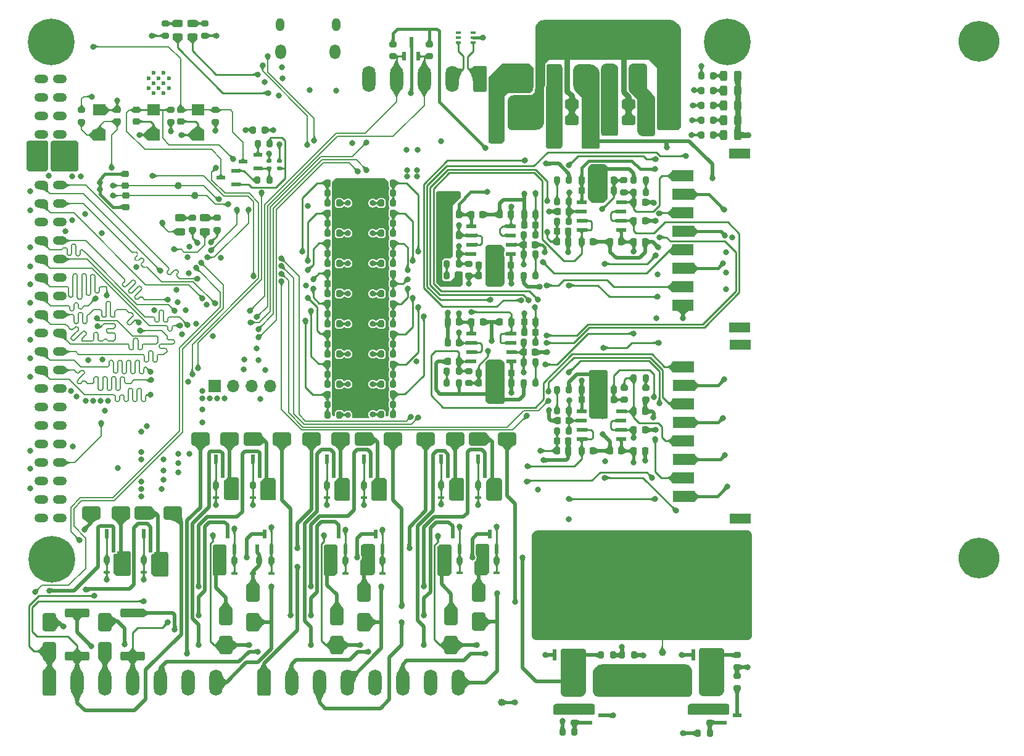
<source format=gbr>
%TF.GenerationSoftware,KiCad,Pcbnew,8.0.4*%
%TF.CreationDate,2024-10-07T11:54:38+07:00*%
%TF.ProjectId,System_Control,53797374-656d-45f4-936f-6e74726f6c2e,rev?*%
%TF.SameCoordinates,Original*%
%TF.FileFunction,Copper,L4,Bot*%
%TF.FilePolarity,Positive*%
%FSLAX46Y46*%
G04 Gerber Fmt 4.6, Leading zero omitted, Abs format (unit mm)*
G04 Created by KiCad (PCBNEW 8.0.4) date 2024-10-07 11:54:38*
%MOMM*%
%LPD*%
G01*
G04 APERTURE LIST*
G04 Aperture macros list*
%AMRoundRect*
0 Rectangle with rounded corners*
0 $1 Rounding radius*
0 $2 $3 $4 $5 $6 $7 $8 $9 X,Y pos of 4 corners*
0 Add a 4 corners polygon primitive as box body*
4,1,4,$2,$3,$4,$5,$6,$7,$8,$9,$2,$3,0*
0 Add four circle primitives for the rounded corners*
1,1,$1+$1,$2,$3*
1,1,$1+$1,$4,$5*
1,1,$1+$1,$6,$7*
1,1,$1+$1,$8,$9*
0 Add four rect primitives between the rounded corners*
20,1,$1+$1,$2,$3,$4,$5,0*
20,1,$1+$1,$4,$5,$6,$7,0*
20,1,$1+$1,$6,$7,$8,$9,0*
20,1,$1+$1,$8,$9,$2,$3,0*%
G04 Aperture macros list end*
%TA.AperFunction,ComponentPad*%
%ADD10O,1.150000X1.800000*%
%TD*%
%TA.AperFunction,ComponentPad*%
%ADD11O,1.450000X2.000000*%
%TD*%
%TA.AperFunction,ComponentPad*%
%ADD12RoundRect,0.250000X0.650000X1.550000X-0.650000X1.550000X-0.650000X-1.550000X0.650000X-1.550000X0*%
%TD*%
%TA.AperFunction,ComponentPad*%
%ADD13O,1.800000X3.600000*%
%TD*%
%TA.AperFunction,ComponentPad*%
%ADD14RoundRect,0.250000X-0.650000X-1.550000X0.650000X-1.550000X0.650000X1.550000X-0.650000X1.550000X0*%
%TD*%
%TA.AperFunction,ComponentPad*%
%ADD15C,0.800000*%
%TD*%
%TA.AperFunction,ComponentPad*%
%ADD16C,6.400000*%
%TD*%
%TA.AperFunction,HeatsinkPad*%
%ADD17C,0.600000*%
%TD*%
%TA.AperFunction,ComponentPad*%
%ADD18C,3.600000*%
%TD*%
%TA.AperFunction,ConnectorPad*%
%ADD19C,5.600000*%
%TD*%
%TA.AperFunction,ComponentPad*%
%ADD20R,1.900000X1.200000*%
%TD*%
%TA.AperFunction,ComponentPad*%
%ADD21O,1.900000X1.200000*%
%TD*%
%TA.AperFunction,SMDPad,CuDef*%
%ADD22RoundRect,0.200000X0.200000X0.275000X-0.200000X0.275000X-0.200000X-0.275000X0.200000X-0.275000X0*%
%TD*%
%TA.AperFunction,SMDPad,CuDef*%
%ADD23RoundRect,0.250000X0.650000X-1.000000X0.650000X1.000000X-0.650000X1.000000X-0.650000X-1.000000X0*%
%TD*%
%TA.AperFunction,SMDPad,CuDef*%
%ADD24R,0.533400X1.168400*%
%TD*%
%TA.AperFunction,SMDPad,CuDef*%
%ADD25RoundRect,0.243750X-0.456250X0.243750X-0.456250X-0.243750X0.456250X-0.243750X0.456250X0.243750X0*%
%TD*%
%TA.AperFunction,SMDPad,CuDef*%
%ADD26RoundRect,0.200000X-0.200000X-0.275000X0.200000X-0.275000X0.200000X0.275000X-0.200000X0.275000X0*%
%TD*%
%TA.AperFunction,SMDPad,CuDef*%
%ADD27RoundRect,0.225000X0.225000X0.250000X-0.225000X0.250000X-0.225000X-0.250000X0.225000X-0.250000X0*%
%TD*%
%TA.AperFunction,SMDPad,CuDef*%
%ADD28RoundRect,0.250000X-1.000000X-0.650000X1.000000X-0.650000X1.000000X0.650000X-1.000000X0.650000X0*%
%TD*%
%TA.AperFunction,SMDPad,CuDef*%
%ADD29RoundRect,0.225000X-0.250000X0.225000X-0.250000X-0.225000X0.250000X-0.225000X0.250000X0.225000X0*%
%TD*%
%TA.AperFunction,SMDPad,CuDef*%
%ADD30RoundRect,0.200000X-0.275000X0.200000X-0.275000X-0.200000X0.275000X-0.200000X0.275000X0.200000X0*%
%TD*%
%TA.AperFunction,SMDPad,CuDef*%
%ADD31RoundRect,0.135000X-0.185000X0.135000X-0.185000X-0.135000X0.185000X-0.135000X0.185000X0.135000X0*%
%TD*%
%TA.AperFunction,SMDPad,CuDef*%
%ADD32R,1.460500X0.533400*%
%TD*%
%TA.AperFunction,SMDPad,CuDef*%
%ADD33RoundRect,0.225000X-0.225000X-0.250000X0.225000X-0.250000X0.225000X0.250000X-0.225000X0.250000X0*%
%TD*%
%TA.AperFunction,SMDPad,CuDef*%
%ADD34RoundRect,0.224400X-0.680600X-0.435600X0.680600X-0.435600X0.680600X0.435600X-0.680600X0.435600X0*%
%TD*%
%TA.AperFunction,SMDPad,CuDef*%
%ADD35RoundRect,0.224400X0.680600X0.435600X-0.680600X0.435600X-0.680600X-0.435600X0.680600X-0.435600X0*%
%TD*%
%TA.AperFunction,SMDPad,CuDef*%
%ADD36R,0.914400X0.355600*%
%TD*%
%TA.AperFunction,SMDPad,CuDef*%
%ADD37RoundRect,0.200000X0.275000X-0.200000X0.275000X0.200000X-0.275000X0.200000X-0.275000X-0.200000X0*%
%TD*%
%TA.AperFunction,SMDPad,CuDef*%
%ADD38RoundRect,0.243750X-0.243750X-0.456250X0.243750X-0.456250X0.243750X0.456250X-0.243750X0.456250X0*%
%TD*%
%TA.AperFunction,SMDPad,CuDef*%
%ADD39C,1.000000*%
%TD*%
%TA.AperFunction,SMDPad,CuDef*%
%ADD40RoundRect,0.250000X-1.425000X0.362500X-1.425000X-0.362500X1.425000X-0.362500X1.425000X0.362500X0*%
%TD*%
%TA.AperFunction,SMDPad,CuDef*%
%ADD41R,1.168400X0.533400*%
%TD*%
%TA.AperFunction,SMDPad,CuDef*%
%ADD42R,0.736600X0.355600*%
%TD*%
%TA.AperFunction,SMDPad,CuDef*%
%ADD43RoundRect,0.250000X1.000000X0.650000X-1.000000X0.650000X-1.000000X-0.650000X1.000000X-0.650000X0*%
%TD*%
%TA.AperFunction,SMDPad,CuDef*%
%ADD44R,0.533400X1.524000*%
%TD*%
%TA.AperFunction,SMDPad,CuDef*%
%ADD45R,5.130800X4.648200*%
%TD*%
%TA.AperFunction,SMDPad,CuDef*%
%ADD46RoundRect,0.225000X0.250000X-0.225000X0.250000X0.225000X-0.250000X0.225000X-0.250000X-0.225000X0*%
%TD*%
%TA.AperFunction,SMDPad,CuDef*%
%ADD47RoundRect,0.243750X0.243750X0.456250X-0.243750X0.456250X-0.243750X-0.456250X0.243750X-0.456250X0*%
%TD*%
%TA.AperFunction,SMDPad,CuDef*%
%ADD48R,3.000000X1.400000*%
%TD*%
%TA.AperFunction,SMDPad,CuDef*%
%ADD49R,3.000000X1.500000*%
%TD*%
%TA.AperFunction,SMDPad,CuDef*%
%ADD50R,1.700000X1.500000*%
%TD*%
%TA.AperFunction,ComponentPad*%
%ADD51R,1.700000X1.700000*%
%TD*%
%TA.AperFunction,ComponentPad*%
%ADD52O,1.700000X1.700000*%
%TD*%
%TA.AperFunction,ViaPad*%
%ADD53C,0.800000*%
%TD*%
%TA.AperFunction,Conductor*%
%ADD54C,0.762000*%
%TD*%
%TA.AperFunction,Conductor*%
%ADD55C,0.250000*%
%TD*%
%TA.AperFunction,Conductor*%
%ADD56C,0.508000*%
%TD*%
%TA.AperFunction,Conductor*%
%ADD57C,0.381000*%
%TD*%
%TA.AperFunction,Conductor*%
%ADD58C,0.254000*%
%TD*%
%TA.AperFunction,Conductor*%
%ADD59C,1.524000*%
%TD*%
%TA.AperFunction,Conductor*%
%ADD60C,0.203200*%
%TD*%
G04 APERTURE END LIST*
D10*
%TO.P,J2,6,Shield*%
%TO.N,GNDA*%
X194725600Y-90694000D03*
D11*
X194575600Y-94494000D03*
X187125600Y-94494000D03*
D10*
X186975600Y-90694000D03*
%TD*%
D12*
%TO.P,J3,1,Pin_1*%
%TO.N,RS485_P*%
X214421800Y-98141201D03*
D13*
%TO.P,J3,2,Pin_2*%
%TO.N,RS485_N*%
X210611800Y-98141201D03*
%TO.P,J3,3,Pin_3*%
%TO.N,UART5_TX*%
X206801800Y-98141201D03*
%TO.P,J3,4,Pin_4*%
%TO.N,UART5_RX*%
X202991800Y-98141201D03*
%TO.P,J3,5,Pin_5*%
%TO.N,GNDA*%
X199181800Y-98141201D03*
%TD*%
D12*
%TO.P,J1,1,Pin_1*%
%TO.N,GNDA*%
X239872600Y-98129000D03*
D13*
%TO.P,J1,2,Pin_2*%
%TO.N,-9V*%
X236062600Y-98129000D03*
%TO.P,J1,3,Pin_3*%
%TO.N,+9V*%
X232252600Y-98129000D03*
%TO.P,J1,4,Pin_4*%
%TO.N,+3V3_O*%
X228442600Y-98129000D03*
%TO.P,J1,5,Pin_5*%
%TO.N,VBAT*%
X224632600Y-98129000D03*
%TO.P,J1,6,Pin_6*%
%TO.N,+5V*%
X220822600Y-98129000D03*
%TD*%
D14*
%TO.P,J9,1,Pin_1*%
%TO.N,BAT_BAL_9*%
X184785000Y-181051200D03*
D13*
%TO.P,J9,2,Pin_2*%
%TO.N,BAT_BAL_8*%
X188595000Y-181051200D03*
%TO.P,J9,3,Pin_3*%
%TO.N,BAT_BAL_7*%
X192405000Y-181051200D03*
%TO.P,J9,4,Pin_4*%
%TO.N,BAT_BAL_6*%
X196215000Y-181051200D03*
%TO.P,J9,5,Pin_5*%
%TO.N,BAT_BAL_5*%
X200025000Y-181051200D03*
%TO.P,J9,6,Pin_6*%
%TO.N,BAT_BAL_4*%
X203835000Y-181051200D03*
%TO.P,J9,7,Pin_7*%
%TO.N,BAT_BAL_3*%
X207645000Y-181051200D03*
%TO.P,J9,8,Pin_8*%
%TO.N,BAT_BAL_2*%
X211455000Y-181051200D03*
%TD*%
D15*
%TO.P,H1,1*%
%TO.N,N/C*%
X246005400Y-93116600D03*
X246708344Y-91419544D03*
X246708344Y-94813656D03*
X248405400Y-90716600D03*
D16*
X248405400Y-93116600D03*
D15*
X248405400Y-95516600D03*
X250102456Y-91419544D03*
X250102456Y-94813656D03*
X250805400Y-93116600D03*
%TD*%
D17*
%TO.P,U1,39,GND*%
%TO.N,GNDA*%
X168950300Y-98067000D03*
X168950300Y-99467000D03*
X169650300Y-97367000D03*
X169650300Y-98767000D03*
X169650300Y-100167000D03*
X170350300Y-98067000D03*
X170350300Y-99467000D03*
X171050300Y-97367000D03*
X171050300Y-98767000D03*
X171050300Y-100167000D03*
X171750300Y-98067000D03*
X171750300Y-99467000D03*
%TD*%
D14*
%TO.P,J4,1,Pin_1*%
%TO.N,GNDA*%
X242474800Y-180889400D03*
D13*
%TO.P,J4,2,Pin_2*%
%TO.N,V_CHARGER_P*%
X246284800Y-180889400D03*
%TD*%
D14*
%TO.P,J10,1,Pin_1*%
%TO.N,BAT_BAL_16*%
X155346400Y-181051200D03*
D13*
%TO.P,J10,2,Pin_2*%
%TO.N,BAT_BAL_15*%
X159156400Y-181051200D03*
%TO.P,J10,3,Pin_3*%
%TO.N,BAT_BAL_14*%
X162966400Y-181051200D03*
%TO.P,J10,4,Pin_4*%
%TO.N,BAT_BAL_13*%
X166776400Y-181051200D03*
%TO.P,J10,5,Pin_5*%
%TO.N,BAT_BAL_12*%
X170586400Y-181051200D03*
%TO.P,J10,6,Pin_6*%
%TO.N,BAT_BAL_11*%
X174396400Y-181051200D03*
%TO.P,J10,7,Pin_7*%
%TO.N,BAT_BAL_10*%
X178206400Y-181051200D03*
%TD*%
D14*
%TO.P,J6,1,Pin_1*%
%TO.N,BAT_BAL_1*%
X227260200Y-180889400D03*
D13*
%TO.P,J6,2,Pin_2*%
%TO.N,GNDA*%
X231070200Y-180889400D03*
%TD*%
D18*
%TO.P,U4,0*%
%TO.N,N/C*%
X282979800Y-92986600D03*
D19*
X282979800Y-92986600D03*
D18*
X282979800Y-163986600D03*
D19*
X282979800Y-163986600D03*
D15*
%TO.P,U4,1,VSS*%
%TO.N,GNDA*%
X153221800Y-93116600D03*
X153321800Y-164116600D03*
X153924744Y-91419544D03*
X153924744Y-94813656D03*
X154024744Y-162419544D03*
X154024744Y-165813656D03*
X155621800Y-90716600D03*
D16*
X155621800Y-93116600D03*
D15*
X155621800Y-95516600D03*
X155721800Y-161716600D03*
D16*
X155721800Y-164116600D03*
D15*
X155721800Y-166516600D03*
D20*
X156749800Y-110226600D03*
D15*
X157318856Y-91419544D03*
X157318856Y-94813656D03*
X157418856Y-162419544D03*
X157418856Y-165813656D03*
X158021800Y-93116600D03*
X158121800Y-164116600D03*
D21*
%TO.P,U4,1_1,GPIO1*%
%TO.N,unconnected-(U4-GPIO1-Pad1_1)*%
X156749800Y-98186600D03*
%TO.P,U4,2,VDD*%
%TO.N,+5V*%
X154209800Y-110226600D03*
%TO.P,U4,2_1,GPIO2*%
%TO.N,unconnected-(U4-GPIO2-Pad2_1)*%
X154209800Y-98186600D03*
%TO.P,U4,3,/CS*%
%TO.N,FSMC_NE1*%
X156749800Y-112766600D03*
%TO.P,U4,3_1,FONT_CHIP__/CS*%
%TO.N,unconnected-(U4-FONT_CHIP__{slash}CS-Pad3_1)*%
X156749800Y-100726600D03*
%TO.P,U4,4,D/C*%
%TO.N,FSMC_A16*%
X154209800Y-112766600D03*
%TO.P,U4,4_1,FLASH/FONT_DI*%
%TO.N,unconnected-(U4-FLASH{slash}FONT_DI-Pad4_1)*%
X154209800Y-100726600D03*
%TO.P,U4,5,E_/RD*%
%TO.N,FSMC_NOE*%
X156749800Y-115306600D03*
%TO.P,U4,5_1,FLASH/FONT_CLK*%
%TO.N,unconnected-(U4-FLASH{slash}FONT_CLK-Pad5_1)*%
X156749800Y-103266600D03*
%TO.P,U4,6,R/W*%
%TO.N,FSMC_NWE*%
X154209800Y-115306600D03*
%TO.P,U4,6_1,FLASH_/WP*%
%TO.N,unconnected-(U4-FLASH_{slash}WP-Pad6_1)*%
X154209800Y-103266600D03*
%TO.P,U4,7,E/RESET_NC*%
%TO.N,unconnected-(U4-E{slash}RESET_NC-Pad7)*%
X156749800Y-117846600D03*
%TO.P,U4,7_1,FLASH/FONT_DO*%
%TO.N,unconnected-(U4-FLASH{slash}FONT_DO-Pad7_1)*%
X156749800Y-105806600D03*
%TO.P,U4,8,TE*%
%TO.N,unconnected-(U4-TE-Pad8)*%
X154209800Y-117846600D03*
%TO.P,U4,8_1,FLASH_/CS*%
%TO.N,unconnected-(U4-FLASH_{slash}CS-Pad8_1)*%
X154209800Y-105806600D03*
%TO.P,U4,9,PD0*%
%TO.N,FSMC_D0*%
X156749800Y-120386600D03*
%TO.P,U4,10,PD1*%
%TO.N,FSMC_D1*%
X154209800Y-120386600D03*
%TO.P,U4,11,PD2*%
%TO.N,FSMC_D2*%
X156749800Y-122926600D03*
%TO.P,U4,12,PD3*%
%TO.N,FSMC_D3*%
X154209800Y-122926600D03*
%TO.P,U4,13,PD4*%
%TO.N,FSMC_D4*%
X156749800Y-125466600D03*
%TO.P,U4,14,PD5*%
%TO.N,FSMC_D5*%
X154209800Y-125466600D03*
%TO.P,U4,15,PD6*%
%TO.N,FSMC_D6*%
X156749800Y-128006600D03*
%TO.P,U4,16,PD7*%
%TO.N,FSMC_D7*%
X154209800Y-128006600D03*
%TO.P,U4,17,PD8*%
%TO.N,FSMC_D8*%
X156749800Y-130546600D03*
%TO.P,U4,18,PD9*%
%TO.N,FSMC_D9*%
X154209800Y-130546600D03*
%TO.P,U4,19,PD10*%
%TO.N,FSMC_D10*%
X156749800Y-133086600D03*
%TO.P,U4,20,PD11*%
%TO.N,FSMC_D11*%
X154209800Y-133086600D03*
%TO.P,U4,21,PD12*%
%TO.N,FSMC_D12*%
X156749800Y-135626600D03*
%TO.P,U4,22,PD13*%
%TO.N,FSMC_D13*%
X154209800Y-135626600D03*
%TO.P,U4,23,PD14*%
%TO.N,FSMC_D14*%
X156749800Y-138166600D03*
%TO.P,U4,24,PD15*%
%TO.N,FSMC_D15*%
X154209800Y-138166600D03*
%TO.P,U4,25,PD16*%
%TO.N,unconnected-(U4-PD16-Pad25)*%
X156749800Y-140706600D03*
%TO.P,U4,26,PD17*%
%TO.N,unconnected-(U4-PD17-Pad26)*%
X154209800Y-140706600D03*
%TO.P,U4,27,PD18*%
%TO.N,unconnected-(U4-PD18-Pad27)*%
X156749800Y-143246600D03*
%TO.P,U4,28,PD19*%
%TO.N,unconnected-(U4-PD19-Pad28)*%
X154209800Y-143246600D03*
%TO.P,U4,29,PD20*%
%TO.N,unconnected-(U4-PD20-Pad29)*%
X156749800Y-145786600D03*
%TO.P,U4,30,PD21*%
%TO.N,unconnected-(U4-PD21-Pad30)*%
X154209800Y-145786600D03*
%TO.P,U4,31,PD22*%
%TO.N,unconnected-(U4-PD22-Pad31)*%
X156749800Y-148326600D03*
%TO.P,U4,32*%
%TO.N,N/C*%
X154209800Y-148326600D03*
%TO.P,U4,33,TP_CS_XR*%
%TO.N,SPI2_CS*%
X156749800Y-150866600D03*
%TO.P,U4,34,RTP_CLK_XL*%
%TO.N,SPI2_SCK*%
X154209800Y-150866600D03*
%TO.P,U4,35,RTP_DIN_YU*%
%TO.N,SPI2_MOSI*%
X156749800Y-153406600D03*
%TO.P,U4,36,TP_DOUT_YD*%
%TO.N,SPI2_MISO*%
X154209800Y-153406600D03*
%TO.P,U4,37,RT*%
%TO.N,unconnected-(U4-RT-Pad37)*%
X156749800Y-155946600D03*
%TO.P,U4,38,TP_PEN_VSS*%
%TO.N,TOUCH_IRQ*%
X154209800Y-155946600D03*
%TO.P,U4,39,BL_ON/OFF*%
%TO.N,/DISPLAY/BACKLIGHT*%
X156749800Y-158486600D03*
%TO.P,U4,40,VSS*%
%TO.N,GNDA*%
X154209800Y-158486600D03*
%TD*%
D22*
%TO.P,R106,1*%
%TO.N,GNDA*%
X195153000Y-138710000D03*
%TO.P,R106,2*%
%TO.N,VOL_BAT10*%
X193503000Y-138710000D03*
%TD*%
D23*
%TO.P,D50,1,A*%
%TO.N,Net-(D50-A)*%
X194817400Y-171911798D03*
%TO.P,D50,2,K*%
%TO.N,BAT_BAL_8*%
X194817400Y-175911798D03*
%TD*%
D24*
%TO.P,Q9,1,G*%
%TO.N,Net-(Q9-G)*%
X214203600Y-150314200D03*
%TO.P,Q9,2,S*%
%TO.N,Net-(D30-A)*%
X216103602Y-150314200D03*
%TO.P,Q9,3,D*%
%TO.N,Net-(Q9-D)*%
X215153601Y-152346200D03*
%TD*%
D25*
%TO.P,D10,1,K*%
%TO.N,Net-(D10-K)*%
X173285200Y-117264700D03*
%TO.P,D10,2,A*%
%TO.N,/STM32F407VET6/LED_STATUS*%
X173285200Y-119139700D03*
%TD*%
D26*
%TO.P,R69,1*%
%TO.N,Net-(R69-Pad1)*%
X225026000Y-114990000D03*
%TO.P,R69,2*%
%TO.N,NTC_15-*%
X226676000Y-114990000D03*
%TD*%
D24*
%TO.P,Q17,1,G*%
%TO.N,Net-(Q17-G)*%
X198507400Y-150333599D03*
%TO.P,Q17,2,S*%
%TO.N,Net-(D54-A)*%
X200407402Y-150333599D03*
%TO.P,Q17,3,D*%
%TO.N,Net-(Q17-D)*%
X199457401Y-152365599D03*
%TD*%
D27*
%TO.P,C134,1*%
%TO.N,GNDA*%
X214834850Y-131576200D03*
%TO.P,C134,2*%
%TO.N,+9V*%
X213284850Y-131576200D03*
%TD*%
D26*
%TO.P,R87,1*%
%TO.N,VOL_BAT16*%
X193503000Y-115228600D03*
%TO.P,R87,2*%
%TO.N,BAT_BAL_16*%
X195153000Y-115228600D03*
%TD*%
%TO.P,R94,1*%
%TO.N,GNDA*%
X200895400Y-126279400D03*
%TO.P,R94,2*%
%TO.N,VOL_BAT4*%
X202545400Y-126279400D03*
%TD*%
%TO.P,R141,1*%
%TO.N,Net-(Q9-G)*%
X214203600Y-153946400D03*
%TO.P,R141,2*%
%TO.N,Net-(D30-A)*%
X215853600Y-153946400D03*
%TD*%
D28*
%TO.P,D22,1,A*%
%TO.N,Net-(D22-A)*%
X211023602Y-147590000D03*
%TO.P,D22,2,K*%
%TO.N,BAT_BAL_5*%
X207023602Y-147590000D03*
%TD*%
D22*
%TO.P,R115,1*%
%TO.N,VOL_BAT5*%
X202545400Y-131814800D03*
%TO.P,R115,2*%
%TO.N,BAT_BAL_5*%
X200895400Y-131814800D03*
%TD*%
D29*
%TO.P,C33,1*%
%TO.N,GNDA*%
X164674600Y-102454200D03*
%TO.P,C33,2*%
%TO.N,/STM32F407VET6/NRST*%
X164674600Y-104004200D03*
%TD*%
D22*
%TO.P,R107,1*%
%TO.N,VOL_BAT6*%
X202545400Y-135955000D03*
%TO.P,R107,2*%
%TO.N,BAT_BAL_6*%
X200895400Y-135955000D03*
%TD*%
D27*
%TO.P,C82,1*%
%TO.N,GNDA*%
X237116000Y-149241000D03*
%TO.P,C82,2*%
%TO.N,+9V*%
X235566000Y-149241000D03*
%TD*%
D22*
%TO.P,R76,1*%
%TO.N,GNDA*%
X211564000Y-139932800D03*
%TO.P,R76,2*%
%TO.N,Net-(R75-Pad1)*%
X209914000Y-139932800D03*
%TD*%
%TO.P,R96,1*%
%TO.N,GNDA*%
X195153000Y-117983600D03*
%TO.P,R96,2*%
%TO.N,VOL_BAT15*%
X193503000Y-117983600D03*
%TD*%
D30*
%TO.P,R62,1*%
%TO.N,NTC_14-*%
X212937175Y-123549800D03*
%TO.P,R62,2*%
%TO.N,+3V3_O*%
X212937175Y-125199800D03*
%TD*%
%TO.P,R7,1*%
%TO.N,Net-(D8-K)*%
X176726000Y-90569300D03*
%TO.P,R7,2*%
%TO.N,GNDA*%
X176726000Y-92219300D03*
%TD*%
D22*
%TO.P,R58,1*%
%TO.N,GNDA*%
X211550600Y-125199800D03*
%TO.P,R58,2*%
%TO.N,Net-(R57-Pad1)*%
X209900600Y-125199800D03*
%TD*%
D26*
%TO.P,R2,1*%
%TO.N,+5V*%
X244838000Y-97729800D03*
%TO.P,R2,2*%
%TO.N,Net-(D2-A)*%
X246488000Y-97729800D03*
%TD*%
D22*
%TO.P,R40,1*%
%TO.N,GNDA*%
X226676000Y-140859000D03*
%TO.P,R40,2*%
%TO.N,Net-(R39-Pad1)*%
X225026000Y-140859000D03*
%TD*%
D31*
%TO.P,R14,1*%
%TO.N,Net-(U2-~{RTS})*%
X185528000Y-109462600D03*
%TO.P,R14,2*%
%TO.N,/ESP32/RTS*%
X185528000Y-110482600D03*
%TD*%
D22*
%TO.P,R136,1*%
%TO.N,Net-(Q8-G)*%
X180727400Y-164315000D03*
%TO.P,R136,2*%
%TO.N,Net-(D27-A)*%
X179077400Y-164315000D03*
%TD*%
D24*
%TO.P,Q7,1,G*%
%TO.N,Net-(Q7-G)*%
X211663600Y-162709400D03*
%TO.P,Q7,2,S*%
%TO.N,Net-(D26-A)*%
X209763598Y-162709400D03*
%TO.P,Q7,3,D*%
%TO.N,Net-(Q7-D)*%
X210713599Y-160677400D03*
%TD*%
D32*
%TO.P,U10,1,1OUT*%
%TO.N,NTC_BAT11*%
X218733150Y-133176400D03*
%TO.P,U10,2,1IN-*%
X218733150Y-134446400D03*
%TO.P,U10,3,1IN+*%
%TO.N,NTC_11-*%
X218733150Y-135716400D03*
%TO.P,U10,4,-*%
%TO.N,-9V*%
X218733150Y-136986400D03*
%TO.P,U10,5,2IN+*%
%TO.N,NTC_12-*%
X213284850Y-136986400D03*
%TO.P,U10,6,2IN-*%
%TO.N,NTC_BAT12*%
X213284850Y-135716400D03*
%TO.P,U10,7,2OUT*%
X213284850Y-134446400D03*
%TO.P,U10,8,+*%
%TO.N,+9V*%
X213284850Y-133176400D03*
%TD*%
D26*
%TO.P,R1,1*%
%TO.N,+9V*%
X244838000Y-103825800D03*
%TO.P,R1,2*%
%TO.N,Net-(D1-A)*%
X246488000Y-103825800D03*
%TD*%
D33*
%TO.P,C58,1*%
%TO.N,GNDA*%
X225126000Y-145100800D03*
%TO.P,C58,2*%
%TO.N,NTC_9-*%
X226676000Y-145100800D03*
%TD*%
D26*
%TO.P,R110,1*%
%TO.N,GNDA*%
X200895400Y-117999000D03*
%TO.P,R110,2*%
%TO.N,VOL_BAT2*%
X202545400Y-117999000D03*
%TD*%
D34*
%TO.P,C4,1*%
%TO.N,+9V*%
X232252600Y-103865300D03*
%TO.P,C4,2*%
%TO.N,GNDA*%
X234852600Y-103865300D03*
%TD*%
D26*
%TO.P,R5,1*%
%TO.N,-9V*%
X244838000Y-105857800D03*
%TO.P,R5,2*%
%TO.N,Net-(D5-K)*%
X246488000Y-105857800D03*
%TD*%
D35*
%TO.P,C7,1*%
%TO.N,+3V3_O*%
X229671400Y-103865300D03*
%TO.P,C7,2*%
%TO.N,GNDA*%
X227071400Y-103865300D03*
%TD*%
D33*
%TO.P,C130,1*%
%TO.N,GNDA*%
X210014000Y-131576200D03*
%TO.P,C130,2*%
%TO.N,+9V*%
X211564000Y-131576200D03*
%TD*%
%TO.P,C45,1*%
%TO.N,GNDA*%
X220540600Y-116779800D03*
%TO.P,C45,2*%
%TO.N,+3V3_O*%
X222090600Y-116779800D03*
%TD*%
D26*
%TO.P,R50,1*%
%TO.N,NTC_13-*%
X220440600Y-119587400D03*
%TO.P,R50,2*%
%TO.N,+3V3_O*%
X222090600Y-119587400D03*
%TD*%
D22*
%TO.P,R17,1*%
%TO.N,/ESP32/DIR*%
X185616000Y-107038000D03*
%TO.P,R17,2*%
%TO.N,Net-(Q1-B)*%
X183966000Y-107038000D03*
%TD*%
D35*
%TO.P,C3,1*%
%TO.N,VBAT*%
X224632600Y-101630100D03*
%TO.P,C3,2*%
%TO.N,GNDA*%
X222032600Y-101630100D03*
%TD*%
D24*
%TO.P,Q15,1,G*%
%TO.N,Net-(Q15-G)*%
X195967400Y-162728400D03*
%TO.P,Q15,2,S*%
%TO.N,Net-(D50-A)*%
X194067398Y-162728400D03*
%TO.P,Q15,3,D*%
%TO.N,Net-(Q15-D)*%
X195017399Y-160696400D03*
%TD*%
D26*
%TO.P,R161,1*%
%TO.N,Net-(Q13-G)*%
X193427400Y-153972999D03*
%TO.P,R161,2*%
%TO.N,Net-(D46-A)*%
X195077400Y-153972999D03*
%TD*%
D36*
%TO.P,D21,1,1*%
%TO.N,Net-(Q6-G)*%
X178187400Y-155692999D03*
%TO.P,D21,2,2*%
%TO.N,Net-(D23-A)*%
X180676600Y-155692999D03*
%TD*%
D37*
%TO.P,R52,1*%
%TO.N,GNDA*%
X237216000Y-142230600D03*
%TO.P,R52,2*%
%TO.N,Net-(R51-Pad1)*%
X237216000Y-140580600D03*
%TD*%
D33*
%TO.P,C122,1*%
%TO.N,GNDA*%
X217183150Y-139932800D03*
%TO.P,C122,2*%
%TO.N,-9V*%
X218733150Y-139932800D03*
%TD*%
D22*
%TO.P,R12,1*%
%TO.N,VBAT*%
X184930200Y-105190200D03*
%TO.P,R12,2*%
%TO.N,Net-(U1-IO16)*%
X183280200Y-105190200D03*
%TD*%
D36*
%TO.P,D24,1,1*%
%TO.N,Net-(Q7-G)*%
X211663600Y-166036800D03*
%TO.P,D24,2,2*%
%TO.N,Net-(D26-A)*%
X209174400Y-166036800D03*
%TD*%
D26*
%TO.P,R174,1*%
%TO.N,Net-(Q18-G)*%
X168318600Y-164209199D03*
%TO.P,R174,2*%
%TO.N,Net-(D55-A)*%
X169968600Y-164209199D03*
%TD*%
D24*
%TO.P,Q14,1,G*%
%TO.N,Net-(Q14-G)*%
X163238600Y-160569799D03*
%TO.P,Q14,2,S*%
%TO.N,Net-(D47-A)*%
X165138602Y-160569799D03*
%TO.P,Q14,3,D*%
%TO.N,Net-(Q14-D)*%
X164188601Y-162601799D03*
%TD*%
D30*
%TO.P,R6,1*%
%TO.N,Net-(D7-K)*%
X171290400Y-90569300D03*
%TO.P,R6,2*%
%TO.N,GNDA*%
X171290400Y-92219300D03*
%TD*%
D27*
%TO.P,C146,1*%
%TO.N,GNDA*%
X195053000Y-120740400D03*
%TO.P,C146,2*%
%TO.N,VOL_BAT14*%
X193503000Y-120740400D03*
%TD*%
D26*
%TO.P,R108,1*%
%TO.N,GNDA*%
X200895400Y-134585200D03*
%TO.P,R108,2*%
%TO.N,VOL_BAT6*%
X202545400Y-134585200D03*
%TD*%
%TO.P,R46,1*%
%TO.N,GNDA*%
X220440600Y-125199800D03*
%TO.P,R46,2*%
%TO.N,Net-(R45-Pad1)*%
X222090600Y-125199800D03*
%TD*%
D36*
%TO.P,D53,1,1*%
%TO.N,Net-(Q18-G)*%
X168318600Y-165929199D03*
%TO.P,D53,2,2*%
%TO.N,Net-(D55-A)*%
X170807800Y-165929199D03*
%TD*%
D22*
%TO.P,R135,1*%
%TO.N,Net-(Q7-G)*%
X211663600Y-164296000D03*
%TO.P,R135,2*%
%TO.N,Net-(D26-A)*%
X210013600Y-164296000D03*
%TD*%
D27*
%TO.P,C121,1*%
%TO.N,GNDA*%
X237116000Y-117643400D03*
%TO.P,C121,2*%
%TO.N,NTC_BAT16*%
X235566000Y-117643400D03*
%TD*%
%TO.P,C53,1*%
%TO.N,GNDA*%
X215830800Y-123790200D03*
%TO.P,C53,2*%
%TO.N,+3V3_O*%
X214280800Y-123790200D03*
%TD*%
D22*
%TO.P,R18,1*%
%TO.N,/ESP32/RTS*%
X185539800Y-112067200D03*
%TO.P,R18,2*%
%TO.N,Net-(Q2-B)*%
X183889800Y-112067200D03*
%TD*%
D33*
%TO.P,C144,1*%
%TO.N,GNDA*%
X200995400Y-137340200D03*
%TO.P,C144,2*%
%TO.N,VOL_BAT7*%
X202545400Y-137340200D03*
%TD*%
%TO.P,C50,1*%
%TO.N,GNDA*%
X231285800Y-140859000D03*
%TO.P,C50,2*%
%TO.N,+3V3_O*%
X232835800Y-140859000D03*
%TD*%
D30*
%TO.P,R198,1*%
%TO.N,GNDA*%
X227424400Y-184888401D03*
%TO.P,R198,2*%
%TO.N,Net-(Q24-B)*%
X227424400Y-186538401D03*
%TD*%
D22*
%TO.P,R90,1*%
%TO.N,GNDA*%
X195153000Y-130404200D03*
%TO.P,R90,2*%
%TO.N,VOL_BAT12*%
X193503000Y-130404200D03*
%TD*%
D33*
%TO.P,C149,1*%
%TO.N,GNDA*%
X200995400Y-116613800D03*
%TO.P,C149,2*%
%TO.N,VOL_BAT2*%
X202545400Y-116613800D03*
%TD*%
D22*
%TO.P,R74,1*%
%TO.N,NTC_15-*%
X226676000Y-117756800D03*
%TO.P,R74,2*%
%TO.N,+3V3_O*%
X225026000Y-117756800D03*
%TD*%
D27*
%TO.P,C113,1*%
%TO.N,GNDA*%
X229946850Y-120539000D03*
%TO.P,C113,2*%
%TO.N,NTC_BAT15*%
X228396850Y-120539000D03*
%TD*%
D24*
%TO.P,Q19,1,G*%
%TO.N,Net-(Q19-G)*%
X201047400Y-162728400D03*
%TO.P,Q19,2,S*%
%TO.N,Net-(D58-A)*%
X199147398Y-162728400D03*
%TO.P,Q19,3,D*%
%TO.N,Net-(Q19-D)*%
X200097399Y-160696400D03*
%TD*%
D38*
%TO.P,D5,1,K*%
%TO.N,Net-(D5-K)*%
X247925500Y-105857800D03*
%TO.P,D5,2,A*%
%TO.N,GNDA*%
X249800500Y-105857800D03*
%TD*%
D39*
%TO.P,TP2,1,1*%
%TO.N,ADC1_IN1*%
X175291800Y-114214400D03*
%TD*%
D24*
%TO.P,Q10,1,G*%
%TO.N,Net-(Q10-G)*%
X183267400Y-150333599D03*
%TO.P,Q10,2,S*%
%TO.N,Net-(D31-A)*%
X185167402Y-150333599D03*
%TO.P,Q10,3,D*%
%TO.N,Net-(Q10-D)*%
X184217401Y-152365599D03*
%TD*%
D36*
%TO.P,D52,1,1*%
%TO.N,Net-(Q17-G)*%
X198507400Y-155692999D03*
%TO.P,D52,2,2*%
%TO.N,Net-(D54-A)*%
X200996600Y-155692999D03*
%TD*%
%TO.P,D32,1,1*%
%TO.N,Net-(Q11-G)*%
X216743600Y-166036800D03*
%TO.P,D32,2,2*%
%TO.N,Net-(D34-A)*%
X214254400Y-166036800D03*
%TD*%
D33*
%TO.P,C118,1*%
%TO.N,GNDA*%
X210014000Y-134446400D03*
%TO.P,C118,2*%
%TO.N,NTC_BAT12*%
X211564000Y-134446400D03*
%TD*%
D26*
%TO.P,R193,1*%
%TO.N,CHARGE*%
X244342600Y-188015000D03*
%TO.P,R193,2*%
%TO.N,Net-(Q21-B)*%
X245992600Y-188015000D03*
%TD*%
D36*
%TO.P,D45,1,1*%
%TO.N,Net-(Q14-G)*%
X163238600Y-165929199D03*
%TO.P,D45,2,2*%
%TO.N,Net-(D47-A)*%
X165727800Y-165929199D03*
%TD*%
D27*
%TO.P,C117,1*%
%TO.N,GNDA*%
X237116000Y-115103400D03*
%TO.P,C117,2*%
%TO.N,NTC_16-*%
X235566000Y-115103400D03*
%TD*%
D30*
%TO.P,R59,1*%
%TO.N,NTC_10-*%
X234245200Y-140580600D03*
%TO.P,R59,2*%
%TO.N,+3V3_O*%
X234245200Y-142230600D03*
%TD*%
D36*
%TO.P,D20,1,1*%
%TO.N,Net-(Q5-G)*%
X209123600Y-155673600D03*
%TO.P,D20,2,2*%
%TO.N,Net-(D22-A)*%
X211612800Y-155673600D03*
%TD*%
D37*
%TO.P,R26,1*%
%TO.N,/STM32F407VET6/NRST*%
X159786000Y-104104200D03*
%TO.P,R26,2*%
%TO.N,VBAT*%
X159786000Y-102454200D03*
%TD*%
D35*
%TO.P,C5,1*%
%TO.N,VBAT*%
X224632600Y-103865300D03*
%TO.P,C5,2*%
%TO.N,GNDA*%
X222032600Y-103865300D03*
%TD*%
D22*
%TO.P,R199,1*%
%TO.N,Net-(Q23-G)*%
X232720200Y-177296500D03*
%TO.P,R199,2*%
%TO.N,BAT_BAL_1*%
X231070200Y-177296500D03*
%TD*%
D27*
%TO.P,C151,1*%
%TO.N,GNDA*%
X195053000Y-141492200D03*
%TO.P,C151,2*%
%TO.N,VOL_BAT9*%
X193503000Y-141492200D03*
%TD*%
D26*
%TO.P,R105,1*%
%TO.N,VOL_BAT10*%
X193503000Y-140083400D03*
%TO.P,R105,2*%
%TO.N,BAT_BAL_10*%
X195153000Y-140083400D03*
%TD*%
D22*
%TO.P,R99,1*%
%TO.N,VOL_BAT7*%
X202545400Y-140095200D03*
%TO.P,R99,2*%
%TO.N,BAT_BAL_7*%
X200895400Y-140095200D03*
%TD*%
D39*
%TO.P,TP3,1,1*%
%TO.N,ADC1_IN2*%
X173031200Y-112817400D03*
%TD*%
D22*
%TO.P,R47,1*%
%TO.N,NTC_9-*%
X226676000Y-146484200D03*
%TO.P,R47,2*%
%TO.N,+3V3_O*%
X225026000Y-146484200D03*
%TD*%
D36*
%TO.P,D33,1,1*%
%TO.N,Net-(Q12-G)*%
X185807400Y-166055800D03*
%TO.P,D33,2,2*%
%TO.N,Net-(D35-A)*%
X183318200Y-166055800D03*
%TD*%
D22*
%TO.P,R167,1*%
%TO.N,Net-(Q15-G)*%
X195967400Y-164315000D03*
%TO.P,R167,2*%
%TO.N,Net-(D50-A)*%
X194317400Y-164315000D03*
%TD*%
D33*
%TO.P,C110,1*%
%TO.N,GNDA*%
X217183150Y-131576200D03*
%TO.P,C110,2*%
%TO.N,NTC_BAT11*%
X218733150Y-131576200D03*
%TD*%
%TO.P,C114,1*%
%TO.N,GNDA*%
X210014000Y-136986400D03*
%TO.P,C114,2*%
%TO.N,NTC_12-*%
X211564000Y-136986400D03*
%TD*%
D22*
%TO.P,R148,1*%
%TO.N,Net-(Q12-G)*%
X185807400Y-164315000D03*
%TO.P,R148,2*%
%TO.N,Net-(D35-A)*%
X184157400Y-164315000D03*
%TD*%
D26*
%TO.P,R4,1*%
%TO.N,+3V3_O*%
X244838000Y-101793800D03*
%TO.P,R4,2*%
%TO.N,Net-(D4-A)*%
X246488000Y-101793800D03*
%TD*%
D22*
%TO.P,R101,1*%
%TO.N,VOL_BAT3*%
X202545400Y-123509000D03*
%TO.P,R101,2*%
%TO.N,BAT_BAL_3*%
X200895400Y-123509000D03*
%TD*%
D27*
%TO.P,C97,1*%
%TO.N,GNDA*%
X226576000Y-119116600D03*
%TO.P,C97,2*%
%TO.N,+3V3_O*%
X225026000Y-119116600D03*
%TD*%
D33*
%TO.P,C73,1*%
%TO.N,GNDA*%
X210000600Y-119650000D03*
%TO.P,C73,2*%
%TO.N,NTC_BAT14*%
X211550600Y-119650000D03*
%TD*%
%TO.P,C77,1*%
%TO.N,GNDA*%
X217169750Y-125199800D03*
%TO.P,C77,2*%
%TO.N,-9V*%
X218719750Y-125199800D03*
%TD*%
D26*
%TO.P,R129,1*%
%TO.N,Net-(Q5-G)*%
X209123600Y-153946400D03*
%TO.P,R129,2*%
%TO.N,Net-(D22-A)*%
X210773600Y-153946400D03*
%TD*%
D33*
%TO.P,C152,1*%
%TO.N,GNDA*%
X200995400Y-129059800D03*
%TO.P,C152,2*%
%TO.N,VOL_BAT5*%
X202545400Y-129059800D03*
%TD*%
D24*
%TO.P,Q11,1,G*%
%TO.N,Net-(Q11-G)*%
X216743600Y-162709400D03*
%TO.P,Q11,2,S*%
%TO.N,Net-(D34-A)*%
X214843598Y-162709400D03*
%TO.P,Q11,3,D*%
%TO.N,Net-(Q11-D)*%
X215793599Y-160677400D03*
%TD*%
D27*
%TO.P,C150,1*%
%TO.N,GNDA*%
X195053000Y-126252200D03*
%TO.P,C150,2*%
%TO.N,VOL_BAT13*%
X193503000Y-126252200D03*
%TD*%
D37*
%TO.P,R202,1*%
%TO.N,UART5_RX*%
X202508800Y-95088200D03*
%TO.P,R202,2*%
%TO.N,VBAT*%
X202508800Y-93438200D03*
%TD*%
D23*
%TO.P,D58,1,A*%
%TO.N,Net-(D58-A)*%
X198558200Y-168736000D03*
%TO.P,D58,2,K*%
%TO.N,BAT_BAL_6*%
X198558200Y-172736000D03*
%TD*%
D22*
%TO.P,R197,1*%
%TO.N,Net-(Q24-C)*%
X235603200Y-177296500D03*
%TO.P,R197,2*%
%TO.N,Net-(Q23-G)*%
X233953200Y-177296500D03*
%TD*%
D40*
%TO.P,R182,1*%
%TO.N,Net-(Q20-D)*%
X166776400Y-171510000D03*
%TO.P,R182,2*%
%TO.N,BAT_BAL_13*%
X166776400Y-177435000D03*
%TD*%
D22*
%TO.P,R93,1*%
%TO.N,VOL_BAT4*%
X202545400Y-127674600D03*
%TO.P,R93,2*%
%TO.N,BAT_BAL_4*%
X200895400Y-127674600D03*
%TD*%
D41*
%TO.P,Q1,1,B*%
%TO.N,Net-(Q1-B)*%
X183955400Y-108582598D03*
%TO.P,Q1,2,E*%
%TO.N,/ESP32/RTS*%
X183955400Y-110482600D03*
%TO.P,Q1,3,C*%
%TO.N,/ESP32/EN*%
X181923400Y-109532599D03*
%TD*%
D24*
%TO.P,Q8,1,G*%
%TO.N,Net-(Q8-G)*%
X180727400Y-162728400D03*
%TO.P,Q8,2,S*%
%TO.N,Net-(D27-A)*%
X178827398Y-162728400D03*
%TO.P,Q8,3,D*%
%TO.N,Net-(Q8-D)*%
X179777399Y-160696400D03*
%TD*%
D36*
%TO.P,D44,1,1*%
%TO.N,Net-(Q13-G)*%
X193427400Y-155692999D03*
%TO.P,D44,2,2*%
%TO.N,Net-(D46-A)*%
X195916600Y-155692999D03*
%TD*%
D42*
%TO.P,D11,1*%
%TO.N,unconnected-(D11-Pad1)*%
X213544200Y-91862400D03*
%TO.P,D11,2*%
%TO.N,GNDA*%
X213544200Y-92522800D03*
%TO.P,D11,3*%
%TO.N,RS485_P*%
X213544200Y-93183200D03*
%TO.P,D11,4*%
%TO.N,RS485_N*%
X211461400Y-93183200D03*
%TO.P,D11,5*%
%TO.N,unconnected-(D11-Pad5)*%
X211461400Y-92522800D03*
%TO.P,D11,6*%
%TO.N,unconnected-(D11-Pad6)*%
X211461400Y-91862400D03*
%TD*%
D43*
%TO.P,D31,1,A*%
%TO.N,Net-(D31-A)*%
X183267400Y-147590798D03*
%TO.P,D31,2,K*%
%TO.N,BAT_BAL_11*%
X187267400Y-147590798D03*
%TD*%
D23*
%TO.P,D27,1,A*%
%TO.N,Net-(D27-A)*%
X179559000Y-171911798D03*
%TO.P,D27,2,K*%
%TO.N,BAT_BAL_12*%
X179559000Y-175911798D03*
%TD*%
D22*
%TO.P,R45,1*%
%TO.N,Net-(R45-Pad1)*%
X222090600Y-122252600D03*
%TO.P,R45,2*%
%TO.N,NTC_13-*%
X220440600Y-122252600D03*
%TD*%
D33*
%TO.P,C69,1*%
%TO.N,GNDA*%
X210000600Y-122190000D03*
%TO.P,C69,2*%
%TO.N,NTC_14-*%
X211550600Y-122190000D03*
%TD*%
D44*
%TO.P,Q22,1,S*%
%TO.N,V_CHARGER_P*%
X247554800Y-177296500D03*
%TO.P,Q22,2,S*%
X246284800Y-177296500D03*
%TO.P,Q22,3,S*%
X245014800Y-177296500D03*
%TO.P,Q22,4,G*%
%TO.N,Net-(Q22-G)*%
X243744800Y-177296500D03*
D45*
%TO.P,Q22,5,D*%
%TO.N,Net-(Q22-D)*%
X245649800Y-172685200D03*
%TD*%
D46*
%TO.P,C15,1*%
%TO.N,GNDA*%
X167264400Y-104004200D03*
%TO.P,C15,2*%
%TO.N,/ESP32/FLASH*%
X167264400Y-102454200D03*
%TD*%
D35*
%TO.P,C8,1*%
%TO.N,GNDA*%
X240034600Y-101630100D03*
%TO.P,C8,2*%
%TO.N,-9V*%
X237434600Y-101630100D03*
%TD*%
D26*
%TO.P,R39,1*%
%TO.N,Net-(R39-Pad1)*%
X225026000Y-143717400D03*
%TO.P,R39,2*%
%TO.N,NTC_9-*%
X226676000Y-143717400D03*
%TD*%
D47*
%TO.P,D1,1,K*%
%TO.N,GNDA*%
X249800500Y-103825800D03*
%TO.P,D1,2,A*%
%TO.N,Net-(D1-A)*%
X247925500Y-103825800D03*
%TD*%
D33*
%TO.P,C65,1*%
%TO.N,GNDA*%
X217169750Y-116779800D03*
%TO.P,C65,2*%
%TO.N,NTC_BAT13*%
X218719750Y-116779800D03*
%TD*%
%TO.P,C137,1*%
%TO.N,GNDA*%
X232295150Y-120539000D03*
%TO.P,C137,2*%
%TO.N,+9V*%
X233845150Y-120539000D03*
%TD*%
D26*
%TO.P,R64,1*%
%TO.N,GNDA*%
X220454000Y-139932800D03*
%TO.P,R64,2*%
%TO.N,Net-(R63-Pad1)*%
X222104000Y-139932800D03*
%TD*%
D36*
%TO.P,D56,1,1*%
%TO.N,Net-(Q19-G)*%
X201047400Y-166055800D03*
%TO.P,D56,2,2*%
%TO.N,Net-(D58-A)*%
X198558200Y-166055800D03*
%TD*%
D26*
%TO.P,R113,1*%
%TO.N,VOL_BAT9*%
X193503000Y-144299800D03*
%TO.P,R113,2*%
%TO.N,BAT_BAL_9*%
X195153000Y-144299800D03*
%TD*%
D33*
%TO.P,C153,1*%
%TO.N,GNDA*%
X200995400Y-112473600D03*
%TO.P,C153,2*%
%TO.N,VOL_BAT1*%
X202545400Y-112473600D03*
%TD*%
D27*
%TO.P,C57,1*%
%TO.N,GNDA*%
X215830800Y-125199800D03*
%TO.P,C57,2*%
%TO.N,+3V3_O*%
X214280800Y-125199800D03*
%TD*%
%TO.P,C147,1*%
%TO.N,GNDA*%
X195053000Y-137326600D03*
%TO.P,C147,2*%
%TO.N,VOL_BAT10*%
X193503000Y-137326600D03*
%TD*%
%TO.P,C133,1*%
%TO.N,GNDA*%
X237116000Y-120539000D03*
%TO.P,C133,2*%
%TO.N,+9V*%
X235566000Y-120539000D03*
%TD*%
D33*
%TO.P,C140,1*%
%TO.N,GNDA*%
X200995400Y-141480400D03*
%TO.P,C140,2*%
%TO.N,VOL_BAT8*%
X202545400Y-141480400D03*
%TD*%
D26*
%TO.P,R162,1*%
%TO.N,Net-(Q14-G)*%
X163238600Y-164209199D03*
%TO.P,R162,2*%
%TO.N,Net-(D47-A)*%
X164888600Y-164209199D03*
%TD*%
D23*
%TO.P,D59,1,A*%
%TO.N,Net-(D59-A)*%
X162966400Y-172747500D03*
%TO.P,D59,2,K*%
%TO.N,BAT_BAL_14*%
X162966400Y-176747500D03*
%TD*%
D44*
%TO.P,Q23,1,S*%
%TO.N,BAT_BAL_1*%
X228530200Y-177296500D03*
%TO.P,Q23,2,S*%
X227260200Y-177296500D03*
%TO.P,Q23,3,S*%
X225990200Y-177296500D03*
%TO.P,Q23,4,G*%
%TO.N,Net-(Q23-G)*%
X224720200Y-177296500D03*
D45*
%TO.P,Q23,5,D*%
%TO.N,Net-(Q22-D)*%
X226625200Y-172685200D03*
%TD*%
D46*
%TO.P,C154,1*%
%TO.N,GNDA*%
X165817600Y-115751400D03*
%TO.P,C154,2*%
%TO.N,ADC1_IN1*%
X165817600Y-114201400D03*
%TD*%
D43*
%TO.P,D54,1,A*%
%TO.N,Net-(D54-A)*%
X198507400Y-147590798D03*
%TO.P,D54,2,K*%
%TO.N,BAT_BAL_7*%
X202507400Y-147590798D03*
%TD*%
D27*
%TO.P,C78,1*%
%TO.N,GNDA*%
X229946850Y-142230600D03*
%TO.P,C78,2*%
%TO.N,-9V*%
X228396850Y-142230600D03*
%TD*%
D47*
%TO.P,D3,1,K*%
%TO.N,GNDA*%
X249800500Y-99761800D03*
%TO.P,D3,2,A*%
%TO.N,Net-(D3-A)*%
X247925500Y-99761800D03*
%TD*%
%TO.P,D4,1,K*%
%TO.N,GNDA*%
X249800500Y-101793800D03*
%TO.P,D4,2,A*%
%TO.N,Net-(D4-A)*%
X247925500Y-101793800D03*
%TD*%
D26*
%TO.P,R92,1*%
%TO.N,GNDA*%
X200895400Y-142865600D03*
%TO.P,R92,2*%
%TO.N,VOL_BAT8*%
X202545400Y-142865600D03*
%TD*%
D37*
%TO.P,R86,1*%
%TO.N,NTC_16-*%
X234204825Y-113756200D03*
%TO.P,R86,2*%
%TO.N,+3V3_O*%
X234204825Y-112106200D03*
%TD*%
D27*
%TO.P,C106,1*%
%TO.N,GNDA*%
X222004000Y-135716400D03*
%TO.P,C106,2*%
%TO.N,NTC_11-*%
X220454000Y-135716400D03*
%TD*%
D25*
%TO.P,D9,1,K*%
%TO.N,Net-(D9-K)*%
X176688800Y-117264700D03*
%TO.P,D9,2,A*%
%TO.N,/STM32F407VET6/LED_TEST*%
X176688800Y-119139700D03*
%TD*%
D37*
%TO.P,R196,1*%
%TO.N,Net-(Q21-C)*%
X249739200Y-181815600D03*
%TO.P,R196,2*%
%TO.N,Net-(Q22-G)*%
X249739200Y-180165600D03*
%TD*%
D26*
%TO.P,R100,1*%
%TO.N,GNDA*%
X200895400Y-138725400D03*
%TO.P,R100,2*%
%TO.N,VOL_BAT7*%
X202545400Y-138725400D03*
%TD*%
D46*
%TO.P,C16,1*%
%TO.N,GNDA*%
X173361400Y-104004200D03*
%TO.P,C16,2*%
%TO.N,/ESP32/EN*%
X173361400Y-102454200D03*
%TD*%
D26*
%TO.P,R97,1*%
%TO.N,VOL_BAT11*%
X193503000Y-135943200D03*
%TO.P,R97,2*%
%TO.N,BAT_BAL_11*%
X195153000Y-135943200D03*
%TD*%
D30*
%TO.P,R15,1*%
%TO.N,/ESP32/FLASH*%
X172014200Y-102454200D03*
%TO.P,R15,2*%
%TO.N,VBAT*%
X172014200Y-104104200D03*
%TD*%
D29*
%TO.P,C157,1*%
%TO.N,GNDA*%
X165766800Y-111242000D03*
%TO.P,C157,2*%
%TO.N,ADC1_IN2*%
X165766800Y-112792000D03*
%TD*%
D25*
%TO.P,D8,1,K*%
%TO.N,Net-(D8-K)*%
X175012400Y-90569300D03*
%TO.P,D8,2,A*%
%TO.N,/ESP32/LED_STATUS*%
X175012400Y-92444300D03*
%TD*%
D33*
%TO.P,C85,1*%
%TO.N,GNDA*%
X210000600Y-116779800D03*
%TO.P,C85,2*%
%TO.N,+9V*%
X211550600Y-116779800D03*
%TD*%
%TO.P,C90,1*%
%TO.N,GNDA*%
X220554000Y-131576200D03*
%TO.P,C90,2*%
%TO.N,+3V3_O*%
X222104000Y-131576200D03*
%TD*%
D26*
%TO.P,R111,1*%
%TO.N,VOL_BAT13*%
X193503000Y-127623800D03*
%TO.P,R111,2*%
%TO.N,BAT_BAL_13*%
X195153000Y-127623800D03*
%TD*%
D27*
%TO.P,C74,1*%
%TO.N,GNDA*%
X229946850Y-140859000D03*
%TO.P,C74,2*%
%TO.N,-9V*%
X228396850Y-140859000D03*
%TD*%
D28*
%TO.P,D46,1,A*%
%TO.N,Net-(D46-A)*%
X195327402Y-147590798D03*
%TO.P,D46,2,K*%
%TO.N,BAT_BAL_9*%
X191327402Y-147590798D03*
%TD*%
D32*
%TO.P,U6,1,1OUT*%
%TO.N,NTC_BAT9*%
X228396850Y-147640800D03*
%TO.P,U6,2,1IN-*%
X228396850Y-146370800D03*
%TO.P,U6,3,1IN+*%
%TO.N,NTC_9-*%
X228396850Y-145100800D03*
%TO.P,U6,4,-*%
%TO.N,-9V*%
X228396850Y-143830800D03*
%TO.P,U6,5,2IN+*%
%TO.N,NTC_10-*%
X233845150Y-143830800D03*
%TO.P,U6,6,2IN-*%
%TO.N,NTC_BAT10*%
X233845150Y-145100800D03*
%TO.P,U6,7,2OUT*%
X233845150Y-146370800D03*
%TO.P,U6,8,+*%
%TO.N,+9V*%
X233845150Y-147640800D03*
%TD*%
D27*
%TO.P,C102,1*%
%TO.N,GNDA*%
X215844200Y-139932800D03*
%TO.P,C102,2*%
%TO.N,+3V3_O*%
X214294200Y-139932800D03*
%TD*%
D34*
%TO.P,C2,1*%
%TO.N,+5V*%
X216693800Y-103865300D03*
%TO.P,C2,2*%
%TO.N,GNDA*%
X219293800Y-103865300D03*
%TD*%
D27*
%TO.P,C34,1*%
%TO.N,GNDA*%
X156102400Y-107280200D03*
%TO.P,C34,2*%
%TO.N,+5V*%
X154552400Y-107280200D03*
%TD*%
D26*
%TO.P,R82,1*%
%TO.N,GNDA*%
X235566000Y-112106200D03*
%TO.P,R82,2*%
%TO.N,Net-(R81-Pad1)*%
X237216000Y-112106200D03*
%TD*%
D41*
%TO.P,Q21,1,B*%
%TO.N,Net-(Q21-B)*%
X247707200Y-186540800D03*
%TO.P,Q21,2,E*%
%TO.N,GNDA*%
X247707200Y-184640798D03*
%TO.P,Q21,3,C*%
%TO.N,Net-(Q21-C)*%
X249739200Y-185590799D03*
%TD*%
D23*
%TO.P,D51,1,A*%
%TO.N,Net-(D51-A)*%
X155378200Y-172747500D03*
%TO.P,D51,2,K*%
%TO.N,BAT_BAL_16*%
X155378200Y-176747500D03*
%TD*%
D27*
%TO.P,C125,1*%
%TO.N,GNDA*%
X229946850Y-112106200D03*
%TO.P,C125,2*%
%TO.N,-9V*%
X228396850Y-112106200D03*
%TD*%
D22*
%TO.P,R114,1*%
%TO.N,GNDA*%
X195153000Y-142875600D03*
%TO.P,R114,2*%
%TO.N,VOL_BAT9*%
X193503000Y-142875600D03*
%TD*%
D39*
%TO.P,TP4,1,1*%
%TO.N,Net-(Q22-D)*%
X239477600Y-176952400D03*
%TD*%
D22*
%TO.P,R95,1*%
%TO.N,BAT_BAL_15*%
X195153000Y-119355200D03*
%TO.P,R95,2*%
%TO.N,VOL_BAT15*%
X193503000Y-119355200D03*
%TD*%
D27*
%TO.P,C142,1*%
%TO.N,GNDA*%
X195053000Y-116600200D03*
%TO.P,C142,2*%
%TO.N,VOL_BAT15*%
X193503000Y-116600200D03*
%TD*%
D33*
%TO.P,C109,1*%
%TO.N,GNDA*%
X225126000Y-116373400D03*
%TO.P,C109,2*%
%TO.N,NTC_15-*%
X226676000Y-116373400D03*
%TD*%
D23*
%TO.P,D34,1,A*%
%TO.N,Net-(D34-A)*%
X214254400Y-168717000D03*
%TO.P,D34,2,K*%
%TO.N,BAT_BAL_2*%
X214254400Y-172717000D03*
%TD*%
D27*
%TO.P,C62,1*%
%TO.N,GNDA*%
X229946850Y-149241000D03*
%TO.P,C62,2*%
%TO.N,NTC_BAT9*%
X228396850Y-149241000D03*
%TD*%
D25*
%TO.P,D7,1,K*%
%TO.N,Net-(D7-K)*%
X172980400Y-90569300D03*
%TO.P,D7,2,A*%
%TO.N,/ESP32/LED_TEST*%
X172980400Y-92444300D03*
%TD*%
D36*
%TO.P,D28,1,1*%
%TO.N,Net-(Q9-G)*%
X214203600Y-155673600D03*
%TO.P,D28,2,2*%
%TO.N,Net-(D30-A)*%
X216692800Y-155673600D03*
%TD*%
D37*
%TO.P,R201,1*%
%TO.N,UART5_TX*%
X207538000Y-95088200D03*
%TO.P,R201,2*%
%TO.N,VBAT*%
X207538000Y-93438200D03*
%TD*%
D22*
%TO.P,R63,1*%
%TO.N,Net-(R63-Pad1)*%
X222104000Y-137074400D03*
%TO.P,R63,2*%
%TO.N,NTC_11-*%
X220454000Y-137074400D03*
%TD*%
D27*
%TO.P,C129,1*%
%TO.N,GNDA*%
X229946850Y-113477800D03*
%TO.P,C129,2*%
%TO.N,-9V*%
X228396850Y-113477800D03*
%TD*%
D30*
%TO.P,R195,1*%
%TO.N,GNDA*%
X245991800Y-184890800D03*
%TO.P,R195,2*%
%TO.N,Net-(Q21-B)*%
X245991800Y-186540800D03*
%TD*%
%TO.P,R83,1*%
%TO.N,NTC_12-*%
X212925175Y-138282800D03*
%TO.P,R83,2*%
%TO.N,+3V3_O*%
X212925175Y-139932800D03*
%TD*%
D24*
%TO.P,Q18,1,G*%
%TO.N,Net-(Q18-G)*%
X168318600Y-160569799D03*
%TO.P,Q18,2,S*%
%TO.N,Net-(D55-A)*%
X170218602Y-160569799D03*
%TO.P,Q18,3,D*%
%TO.N,Net-(Q18-D)*%
X169268601Y-162601799D03*
%TD*%
D36*
%TO.P,D25,1,1*%
%TO.N,Net-(Q8-G)*%
X180727400Y-166055800D03*
%TO.P,D25,2,2*%
%TO.N,Net-(D27-A)*%
X178238200Y-166055800D03*
%TD*%
D40*
%TO.P,R170,1*%
%TO.N,Net-(Q16-D)*%
X159156400Y-171510000D03*
%TO.P,R170,2*%
%TO.N,BAT_BAL_15*%
X159156400Y-177435000D03*
%TD*%
D22*
%TO.P,R109,1*%
%TO.N,VOL_BAT2*%
X202545400Y-119368800D03*
%TO.P,R109,2*%
%TO.N,BAT_BAL_2*%
X200895400Y-119368800D03*
%TD*%
D48*
%TO.P,J12,*%
%TO.N,*%
X250109800Y-108436600D03*
X250109800Y-132336600D03*
D49*
%TO.P,J12,1,Pin_1*%
%TO.N,+3V3_O*%
X242309800Y-129276600D03*
%TO.P,J12,2,Pin_2*%
%TO.N,NTC_13-*%
X242309800Y-126736600D03*
%TO.P,J12,3,Pin_3*%
%TO.N,+3V3_O*%
X242309800Y-124196600D03*
%TO.P,J12,4,Pin_4*%
%TO.N,NTC_14-*%
X242309800Y-121656600D03*
%TO.P,J12,5,Pin_5*%
%TO.N,+3V3_O*%
X242309800Y-119116600D03*
%TO.P,J12,6,Pin_6*%
%TO.N,NTC_15-*%
X242309800Y-116576600D03*
%TO.P,J12,7,Pin_7*%
%TO.N,+3V3_O*%
X242309800Y-114036600D03*
%TO.P,J12,8,Pin_8*%
%TO.N,NTC_16-*%
X242309800Y-111496600D03*
%TD*%
D22*
%TO.P,R98,1*%
%TO.N,GNDA*%
X195153000Y-134569800D03*
%TO.P,R98,2*%
%TO.N,VOL_BAT11*%
X193503000Y-134569800D03*
%TD*%
D24*
%TO.P,Q6,1,G*%
%TO.N,Net-(Q6-G)*%
X178187400Y-150333599D03*
%TO.P,Q6,2,S*%
%TO.N,Net-(D23-A)*%
X180087402Y-150333599D03*
%TO.P,Q6,3,D*%
%TO.N,Net-(Q6-D)*%
X179137401Y-152365599D03*
%TD*%
D50*
%TO.P,SW1,1,1*%
%TO.N,GNDA*%
X169625600Y-105854200D03*
%TO.P,SW1,2,2*%
%TO.N,/ESP32/FLASH*%
X169625600Y-102454200D03*
%TD*%
D26*
%TO.P,R142,1*%
%TO.N,Net-(Q10-G)*%
X183267400Y-153972999D03*
%TO.P,R142,2*%
%TO.N,Net-(D31-A)*%
X184917400Y-153972999D03*
%TD*%
%TO.P,R102,1*%
%TO.N,GNDA*%
X200895400Y-122139200D03*
%TO.P,R102,2*%
%TO.N,VOL_BAT3*%
X202545400Y-122139200D03*
%TD*%
D27*
%TO.P,C35,1*%
%TO.N,GNDA*%
X156102400Y-108677200D03*
%TO.P,C35,2*%
%TO.N,+5V*%
X154552400Y-108677200D03*
%TD*%
%TO.P,C93,1*%
%TO.N,GNDA*%
X226576000Y-120539000D03*
%TO.P,C93,2*%
%TO.N,+3V3_O*%
X225026000Y-120539000D03*
%TD*%
D50*
%TO.P,SW3,1,1*%
%TO.N,GNDA*%
X162186400Y-102454800D03*
%TO.P,SW3,2,2*%
%TO.N,/STM32F407VET6/NRST*%
X162186400Y-105854800D03*
%TD*%
D22*
%TO.P,R91,1*%
%TO.N,VOL_BAT8*%
X202545400Y-144235400D03*
%TO.P,R91,2*%
%TO.N,BAT_BAL_8*%
X200895400Y-144235400D03*
%TD*%
D26*
%TO.P,R89,1*%
%TO.N,VOL_BAT12*%
X193503000Y-131803000D03*
%TO.P,R89,2*%
%TO.N,BAT_BAL_12*%
X195153000Y-131803000D03*
%TD*%
D33*
%TO.P,C86,1*%
%TO.N,GNDA*%
X232295150Y-149241000D03*
%TO.P,C86,2*%
%TO.N,+9V*%
X233845150Y-149241000D03*
%TD*%
D36*
%TO.P,D48,1,1*%
%TO.N,Net-(Q15-G)*%
X195967400Y-166055800D03*
%TO.P,D48,2,2*%
%TO.N,Net-(D50-A)*%
X193478200Y-166055800D03*
%TD*%
D27*
%TO.P,C89,1*%
%TO.N,GNDA*%
X214821450Y-116779800D03*
%TO.P,C89,2*%
%TO.N,+9V*%
X213271450Y-116779800D03*
%TD*%
%TO.P,C98,1*%
%TO.N,GNDA*%
X215844200Y-138586600D03*
%TO.P,C98,2*%
%TO.N,+3V3_O*%
X214294200Y-138586600D03*
%TD*%
D26*
%TO.P,R103,1*%
%TO.N,VOL_BAT14*%
X193503000Y-123497200D03*
%TO.P,R103,2*%
%TO.N,BAT_BAL_14*%
X195153000Y-123497200D03*
%TD*%
D33*
%TO.P,C141,1*%
%TO.N,GNDA*%
X200995400Y-124894200D03*
%TO.P,C141,2*%
%TO.N,VOL_BAT4*%
X202545400Y-124894200D03*
%TD*%
D36*
%TO.P,D29,1,1*%
%TO.N,Net-(Q10-G)*%
X183267400Y-155692999D03*
%TO.P,D29,2,2*%
%TO.N,Net-(D31-A)*%
X185756600Y-155692999D03*
%TD*%
D33*
%TO.P,C49,1*%
%TO.N,GNDA*%
X220540600Y-118253000D03*
%TO.P,C49,2*%
%TO.N,+3V3_O*%
X222090600Y-118253000D03*
%TD*%
D32*
%TO.P,U13,1,1OUT*%
%TO.N,NTC_BAT15*%
X228396850Y-118913400D03*
%TO.P,U13,2,1IN-*%
X228396850Y-117643400D03*
%TO.P,U13,3,1IN+*%
%TO.N,NTC_15-*%
X228396850Y-116373400D03*
%TO.P,U13,4,-*%
%TO.N,-9V*%
X228396850Y-115103400D03*
%TO.P,U13,5,2IN+*%
%TO.N,NTC_16-*%
X233845150Y-115103400D03*
%TO.P,U13,6,2IN-*%
%TO.N,NTC_BAT16*%
X233845150Y-116373400D03*
%TO.P,U13,7,2OUT*%
X233845150Y-117643400D03*
%TO.P,U13,8,+*%
%TO.N,+9V*%
X233845150Y-118913400D03*
%TD*%
D22*
%TO.P,R179,1*%
%TO.N,Net-(Q19-G)*%
X201047400Y-164315000D03*
%TO.P,R179,2*%
%TO.N,Net-(D58-A)*%
X199397400Y-164315000D03*
%TD*%
D33*
%TO.P,C101,1*%
%TO.N,GNDA*%
X231285800Y-113477800D03*
%TO.P,C101,2*%
%TO.N,+3V3_O*%
X232835800Y-113477800D03*
%TD*%
D27*
%TO.P,C61,1*%
%TO.N,GNDA*%
X221990600Y-120920000D03*
%TO.P,C61,2*%
%TO.N,NTC_13-*%
X220440600Y-120920000D03*
%TD*%
D26*
%TO.P,R57,1*%
%TO.N,Net-(R57-Pad1)*%
X209900600Y-123549800D03*
%TO.P,R57,2*%
%TO.N,NTC_14-*%
X211550600Y-123549800D03*
%TD*%
D33*
%TO.P,C148,1*%
%TO.N,GNDA*%
X200995400Y-133200000D03*
%TO.P,C148,2*%
%TO.N,VOL_BAT6*%
X202545400Y-133200000D03*
%TD*%
D26*
%TO.P,R130,1*%
%TO.N,Net-(Q6-G)*%
X178187400Y-153972999D03*
%TO.P,R130,2*%
%TO.N,Net-(D23-A)*%
X179837400Y-153972999D03*
%TD*%
D22*
%TO.P,R70,1*%
%TO.N,GNDA*%
X226676000Y-112106200D03*
%TO.P,R70,2*%
%TO.N,Net-(R69-Pad1)*%
X225026000Y-112106200D03*
%TD*%
D28*
%TO.P,D47,1,A*%
%TO.N,Net-(D47-A)*%
X165138602Y-157826998D03*
%TO.P,D47,2,K*%
%TO.N,GNDA*%
X161138602Y-157826998D03*
%TD*%
D35*
%TO.P,C10,1*%
%TO.N,GNDA*%
X240034600Y-103865300D03*
%TO.P,C10,2*%
%TO.N,-9V*%
X237434600Y-103865300D03*
%TD*%
D22*
%TO.P,R112,1*%
%TO.N,GNDA*%
X195153000Y-124880600D03*
%TO.P,R112,2*%
%TO.N,VOL_BAT13*%
X193503000Y-124880600D03*
%TD*%
D27*
%TO.P,C139,1*%
%TO.N,GNDA*%
X195053000Y-129020800D03*
%TO.P,C139,2*%
%TO.N,VOL_BAT12*%
X193503000Y-129020800D03*
%TD*%
%TO.P,C66,1*%
%TO.N,GNDA*%
X237116000Y-143830800D03*
%TO.P,C66,2*%
%TO.N,NTC_10-*%
X235566000Y-143830800D03*
%TD*%
D41*
%TO.P,Q2,1,B*%
%TO.N,Net-(Q2-B)*%
X180930600Y-110760000D03*
%TO.P,Q2,2,E*%
%TO.N,/ESP32/DIR*%
X180930600Y-112660002D03*
%TO.P,Q2,3,C*%
%TO.N,/ESP32/FLASH*%
X178898600Y-111710001D03*
%TD*%
D50*
%TO.P,SW2,1,1*%
%TO.N,GNDA*%
X175748000Y-105854200D03*
%TO.P,SW2,2,2*%
%TO.N,/ESP32/EN*%
X175748000Y-102454200D03*
%TD*%
D51*
%TO.P,J5,1,Pin_1*%
%TO.N,VBAT*%
X178060400Y-140325600D03*
D52*
%TO.P,J5,2,Pin_2*%
%TO.N,Net-(J5-Pin_2)*%
X180600400Y-140325600D03*
%TO.P,J5,3,Pin_3*%
%TO.N,Net-(J5-Pin_3)*%
X183140400Y-140325600D03*
%TO.P,J5,4,Pin_4*%
%TO.N,GNDA*%
X185680400Y-140325600D03*
%TD*%
D30*
%TO.P,R27,1*%
%TO.N,Net-(D9-K)*%
X178402400Y-117264700D03*
%TO.P,R27,2*%
%TO.N,GNDA*%
X178402400Y-118914700D03*
%TD*%
D33*
%TO.P,C145,1*%
%TO.N,GNDA*%
X200995400Y-120754000D03*
%TO.P,C145,2*%
%TO.N,VOL_BAT3*%
X202545400Y-120754000D03*
%TD*%
D26*
%TO.P,R75,1*%
%TO.N,Net-(R75-Pad1)*%
X209914000Y-138282800D03*
%TO.P,R75,2*%
%TO.N,NTC_12-*%
X211564000Y-138282800D03*
%TD*%
D34*
%TO.P,C6,1*%
%TO.N,+9V*%
X232252600Y-101630100D03*
%TO.P,C6,2*%
%TO.N,GNDA*%
X234852600Y-101630100D03*
%TD*%
D33*
%TO.P,C94,1*%
%TO.N,GNDA*%
X220554000Y-132998600D03*
%TO.P,C94,2*%
%TO.N,+3V3_O*%
X222104000Y-132998600D03*
%TD*%
D30*
%TO.P,R28,1*%
%TO.N,Net-(D10-K)*%
X174998800Y-117264700D03*
%TO.P,R28,2*%
%TO.N,GNDA*%
X174998800Y-118914700D03*
%TD*%
D26*
%TO.P,R118,1*%
%TO.N,GNDA*%
X200895400Y-113858800D03*
%TO.P,R118,2*%
%TO.N,VOL_BAT1*%
X202545400Y-113858800D03*
%TD*%
D41*
%TO.P,Q24,1,B*%
%TO.N,Net-(Q24-B)*%
X229241400Y-186540800D03*
%TO.P,Q24,2,E*%
%TO.N,GNDA*%
X229241400Y-184640798D03*
%TO.P,Q24,3,C*%
%TO.N,Net-(Q24-C)*%
X231273400Y-185590799D03*
%TD*%
D43*
%TO.P,D55,1,A*%
%TO.N,Net-(D55-A)*%
X168318600Y-157826998D03*
%TO.P,D55,2,K*%
%TO.N,BAT_BAL_15*%
X172318600Y-157826998D03*
%TD*%
D26*
%TO.P,R173,1*%
%TO.N,Net-(Q17-G)*%
X198507400Y-153972999D03*
%TO.P,R173,2*%
%TO.N,Net-(D54-A)*%
X200157400Y-153972999D03*
%TD*%
D22*
%TO.P,R88,1*%
%TO.N,GNDA*%
X195153000Y-113858800D03*
%TO.P,R88,2*%
%TO.N,VOL_BAT16*%
X193503000Y-113858800D03*
%TD*%
D26*
%TO.P,R116,1*%
%TO.N,GNDA*%
X200895400Y-130445000D03*
%TO.P,R116,2*%
%TO.N,VOL_BAT5*%
X202545400Y-130445000D03*
%TD*%
D43*
%TO.P,D30,1,A*%
%TO.N,Net-(D30-A)*%
X214203600Y-147590000D03*
%TO.P,D30,2,K*%
%TO.N,BAT_BAL_3*%
X218203600Y-147590000D03*
%TD*%
D34*
%TO.P,C1,1*%
%TO.N,+5V*%
X216693800Y-101630100D03*
%TO.P,C1,2*%
%TO.N,GNDA*%
X219293800Y-101630100D03*
%TD*%
D24*
%TO.P,Q5,1,G*%
%TO.N,Net-(Q5-G)*%
X209123600Y-150314200D03*
%TO.P,Q5,2,S*%
%TO.N,Net-(D22-A)*%
X211023602Y-150314200D03*
%TO.P,Q5,3,D*%
%TO.N,Net-(Q5-D)*%
X210073601Y-152346200D03*
%TD*%
D22*
%TO.P,R81,1*%
%TO.N,Net-(R81-Pad1)*%
X237216000Y-113756200D03*
%TO.P,R81,2*%
%TO.N,NTC_16-*%
X235566000Y-113756200D03*
%TD*%
D37*
%TO.P,R194,1*%
%TO.N,Net-(Q22-G)*%
X249739200Y-178946500D03*
%TO.P,R194,2*%
%TO.N,V_CHARGER_P*%
X249739200Y-177296500D03*
%TD*%
D39*
%TO.P,TP1,1,1*%
%TO.N,GNDA*%
X217405000Y-183785000D03*
%TD*%
D22*
%TO.P,R117,1*%
%TO.N,VOL_BAT1*%
X202545400Y-115228600D03*
%TO.P,R117,2*%
%TO.N,BAT_BAL_1*%
X200895400Y-115228600D03*
%TD*%
D24*
%TO.P,Q12,1,G*%
%TO.N,Net-(Q12-G)*%
X185807400Y-162728400D03*
%TO.P,Q12,2,S*%
%TO.N,Net-(D35-A)*%
X183907398Y-162728400D03*
%TO.P,Q12,3,D*%
%TO.N,Net-(Q12-D)*%
X184857399Y-160696400D03*
%TD*%
D48*
%TO.P,J11,*%
%TO.N,*%
X250196400Y-134661400D03*
X250196400Y-158561400D03*
D49*
%TO.P,J11,1,Pin_1*%
%TO.N,+3V3_O*%
X242396400Y-155501400D03*
%TO.P,J11,2,Pin_2*%
%TO.N,NTC_9-*%
X242396400Y-152961400D03*
%TO.P,J11,3,Pin_3*%
%TO.N,+3V3_O*%
X242396400Y-150421400D03*
%TO.P,J11,4,Pin_4*%
%TO.N,NTC_10-*%
X242396400Y-147881400D03*
%TO.P,J11,5,Pin_5*%
%TO.N,+3V3_O*%
X242396400Y-145341400D03*
%TO.P,J11,6,Pin_6*%
%TO.N,NTC_11-*%
X242396400Y-142801400D03*
%TO.P,J11,7,Pin_7*%
%TO.N,+3V3_O*%
X242396400Y-140261400D03*
%TO.P,J11,8,Pin_8*%
%TO.N,NTC_12-*%
X242396400Y-137721400D03*
%TD*%
D22*
%TO.P,R104,1*%
%TO.N,GNDA*%
X195153000Y-122123800D03*
%TO.P,R104,2*%
%TO.N,VOL_BAT14*%
X193503000Y-122123800D03*
%TD*%
%TO.P,R51,1*%
%TO.N,Net-(R51-Pad1)*%
X237216000Y-139270600D03*
%TO.P,R51,2*%
%TO.N,NTC_10-*%
X235566000Y-139270600D03*
%TD*%
D27*
%TO.P,C46,1*%
%TO.N,GNDA*%
X226576000Y-147869400D03*
%TO.P,C46,2*%
%TO.N,+3V3_O*%
X225026000Y-147869400D03*
%TD*%
D32*
%TO.P,U9,1,1OUT*%
%TO.N,NTC_BAT13*%
X218719750Y-118380000D03*
%TO.P,U9,2,1IN-*%
X218719750Y-119650000D03*
%TO.P,U9,3,1IN+*%
%TO.N,NTC_13-*%
X218719750Y-120920000D03*
%TO.P,U9,4,-*%
%TO.N,-9V*%
X218719750Y-122190000D03*
%TO.P,U9,5,2IN+*%
%TO.N,NTC_14-*%
X213271450Y-122190000D03*
%TO.P,U9,6,2IN-*%
%TO.N,NTC_BAT14*%
X213271450Y-120920000D03*
%TO.P,U9,7,2OUT*%
X213271450Y-119650000D03*
%TO.P,U9,8,+*%
%TO.N,+9V*%
X213271450Y-118380000D03*
%TD*%
D26*
%TO.P,R3,1*%
%TO.N,VBAT*%
X244838000Y-99761800D03*
%TO.P,R3,2*%
%TO.N,Net-(D3-A)*%
X246488000Y-99761800D03*
%TD*%
D33*
%TO.P,C126,1*%
%TO.N,GNDA*%
X217183150Y-138586600D03*
%TO.P,C126,2*%
%TO.N,-9V*%
X218733150Y-138586600D03*
%TD*%
D23*
%TO.P,D35,1,A*%
%TO.N,Net-(D35-A)*%
X183318200Y-168736000D03*
%TO.P,D35,2,K*%
%TO.N,BAT_BAL_10*%
X183318200Y-172736000D03*
%TD*%
D26*
%TO.P,R71,1*%
%TO.N,NTC_11-*%
X220454000Y-134358400D03*
%TO.P,R71,2*%
%TO.N,+3V3_O*%
X222104000Y-134358400D03*
%TD*%
D31*
%TO.P,R13,1*%
%TO.N,Net-(U2-~{DTR})*%
X186927200Y-109462600D03*
%TO.P,R13,2*%
%TO.N,/ESP32/DIR*%
X186927200Y-110482600D03*
%TD*%
D22*
%TO.P,R200,1*%
%TO.N,Net-(Q24-B)*%
X227424400Y-187860800D03*
%TO.P,R200,2*%
%TO.N,DISCHARGE*%
X225774400Y-187860800D03*
%TD*%
D33*
%TO.P,C81,1*%
%TO.N,GNDA*%
X217169750Y-123790200D03*
%TO.P,C81,2*%
%TO.N,-9V*%
X218719750Y-123790200D03*
%TD*%
D27*
%TO.P,C143,1*%
%TO.N,GNDA*%
X195053000Y-133186400D03*
%TO.P,C143,2*%
%TO.N,VOL_BAT11*%
X193503000Y-133186400D03*
%TD*%
D24*
%TO.P,Q13,1,G*%
%TO.N,Net-(Q13-G)*%
X193427400Y-150333599D03*
%TO.P,Q13,2,S*%
%TO.N,Net-(D46-A)*%
X195327402Y-150333599D03*
%TO.P,Q13,3,D*%
%TO.N,Net-(Q13-D)*%
X194377401Y-152365599D03*
%TD*%
D22*
%TO.P,R147,1*%
%TO.N,Net-(Q11-G)*%
X216743600Y-164296000D03*
%TO.P,R147,2*%
%TO.N,Net-(D34-A)*%
X215093600Y-164296000D03*
%TD*%
D28*
%TO.P,D23,1,A*%
%TO.N,Net-(D23-A)*%
X180087402Y-147590798D03*
%TO.P,D23,2,K*%
%TO.N,BAT_BAL_13*%
X176087402Y-147590798D03*
%TD*%
D27*
%TO.P,C70,1*%
%TO.N,GNDA*%
X237116000Y-146370800D03*
%TO.P,C70,2*%
%TO.N,NTC_BAT10*%
X235566000Y-146370800D03*
%TD*%
D30*
%TO.P,R16,1*%
%TO.N,/ESP32/EN*%
X178162000Y-102454200D03*
%TO.P,R16,2*%
%TO.N,VBAT*%
X178162000Y-104104200D03*
%TD*%
D24*
%TO.P,D62,1*%
%TO.N,UART5_TX*%
X205975000Y-95088200D03*
%TO.P,D62,2*%
%TO.N,UART5_RX*%
X204074998Y-95088200D03*
%TO.P,D62,3*%
%TO.N,GNDA*%
X205024999Y-93056200D03*
%TD*%
D35*
%TO.P,C9,1*%
%TO.N,+3V3_O*%
X229671400Y-101630100D03*
%TO.P,C9,2*%
%TO.N,GNDA*%
X227071400Y-101630100D03*
%TD*%
D33*
%TO.P,C54,1*%
%TO.N,GNDA*%
X231285800Y-142230600D03*
%TO.P,C54,2*%
%TO.N,+3V3_O*%
X232835800Y-142230600D03*
%TD*%
D27*
%TO.P,C138,1*%
%TO.N,GNDA*%
X195053000Y-112473600D03*
%TO.P,C138,2*%
%TO.N,VOL_BAT16*%
X193503000Y-112473600D03*
%TD*%
D33*
%TO.P,C105,1*%
%TO.N,GNDA*%
X231285800Y-112106200D03*
%TO.P,C105,2*%
%TO.N,+3V3_O*%
X232835800Y-112106200D03*
%TD*%
D47*
%TO.P,D2,1,K*%
%TO.N,GNDA*%
X249800500Y-97729800D03*
%TO.P,D2,2,A*%
%TO.N,Net-(D2-A)*%
X247925500Y-97729800D03*
%TD*%
D27*
%TO.P,C42,1*%
%TO.N,GNDA*%
X226576000Y-149241000D03*
%TO.P,C42,2*%
%TO.N,+3V3_O*%
X225026000Y-149241000D03*
%TD*%
D23*
%TO.P,D26,1,A*%
%TO.N,Net-(D26-A)*%
X210496200Y-171911000D03*
%TO.P,D26,2,K*%
%TO.N,BAT_BAL_4*%
X210496200Y-175911000D03*
%TD*%
D53*
%TO.N,+5V*%
X244837000Y-96383600D03*
X216719200Y-105502200D03*
X216719200Y-106492800D03*
X152914400Y-108016800D03*
X152939800Y-107067000D03*
%TO.N,GNDA*%
X205715930Y-136942330D03*
X175527338Y-131772738D03*
X184283400Y-142129000D03*
X173590000Y-133264400D03*
X158502400Y-111598200D03*
X178416000Y-142002000D03*
X234550000Y-179340000D03*
X238328200Y-115166721D03*
X183775400Y-135144000D03*
X174606000Y-149622000D03*
X158477000Y-117541800D03*
X152685800Y-131334000D03*
X182124400Y-136744200D03*
X173082000Y-149622000D03*
X223901367Y-143633633D03*
X152685800Y-113579400D03*
X168002000Y-153432000D03*
X179432000Y-142002000D03*
X152685800Y-139106400D03*
X181997400Y-138065000D03*
X184918400Y-98644200D03*
X152685800Y-151704800D03*
X238639400Y-131003800D03*
X186848800Y-100447600D03*
X152685800Y-121275600D03*
X234550000Y-181880000D03*
X248266000Y-124730000D03*
X152685800Y-128946400D03*
X160280400Y-116754400D03*
X204451000Y-110683800D03*
X238893400Y-121301000D03*
X162518670Y-119342130D03*
X243592400Y-184750200D03*
X158273800Y-140986000D03*
X152685800Y-134026400D03*
X178873200Y-122774200D03*
X194722800Y-99812600D03*
X187356800Y-98136200D03*
X171050000Y-153178000D03*
X155302000Y-111496600D03*
X223170800Y-150536400D03*
X167938481Y-146605801D03*
X191090600Y-99711000D03*
X168002000Y-150384000D03*
X220540600Y-113935000D03*
X222649522Y-126729341D03*
X240265000Y-181880000D03*
X177400000Y-142002000D03*
X232645000Y-180610000D03*
X205828350Y-111522000D03*
X172929600Y-128870200D03*
X184969200Y-138166600D03*
X223526400Y-109820200D03*
X176358600Y-140986000D03*
X168002000Y-154448000D03*
X171050000Y-150384000D03*
X198380400Y-120310400D03*
X152685800Y-116195600D03*
X248266000Y-121936000D03*
X161398000Y-142408400D03*
X173488400Y-105857800D03*
X176384000Y-142002000D03*
X238791800Y-125034800D03*
X244633800Y-184750200D03*
X168764000Y-145812000D03*
X238360000Y-181880000D03*
X177757006Y-133443606D03*
X248266000Y-127016000D03*
X168002000Y-155464000D03*
X238360000Y-179340000D03*
X160382000Y-142408400D03*
X222434200Y-154575000D03*
X190862000Y-115586000D03*
X219259200Y-183785000D03*
X168002000Y-149368000D03*
X167697200Y-105857800D03*
X173082000Y-152162000D03*
X204349400Y-107915200D03*
X232645000Y-181880000D03*
X162414000Y-142408400D03*
X209124600Y-106772200D03*
X160712200Y-136820400D03*
X164750800Y-151577800D03*
X162972800Y-143703800D03*
X158604000Y-148606000D03*
X238360000Y-180610000D03*
X184029400Y-136795000D03*
X190608000Y-126508000D03*
X232645000Y-179340000D03*
X152685800Y-136541000D03*
X160153400Y-160036000D03*
X172828000Y-127124000D03*
X167316200Y-124018800D03*
X187255200Y-96536000D03*
X205898800Y-107915200D03*
X174504400Y-124825200D03*
X223907400Y-116373400D03*
X240265000Y-180610000D03*
X171050000Y-151908000D03*
X234550000Y-180610000D03*
X164674600Y-101108000D03*
X176384000Y-143526000D03*
X249062979Y-119912508D03*
X225126600Y-184750200D03*
X196958000Y-106950000D03*
X205828350Y-110677400D03*
X159035800Y-141748000D03*
X226676000Y-158639000D03*
X176968200Y-129200400D03*
X176384000Y-145304000D03*
X174326600Y-122647200D03*
X170796000Y-154448000D03*
X169729200Y-129937000D03*
X152685800Y-126355600D03*
X174377400Y-139754194D03*
X152685800Y-154422600D03*
X223678800Y-135728200D03*
X214890400Y-92522800D03*
X226168000Y-184750200D03*
X204984400Y-100168200D03*
X159696200Y-111572800D03*
X240265000Y-179340000D03*
X174556600Y-121224800D03*
X157511800Y-119091200D03*
X204451000Y-111522000D03*
X162668000Y-136712400D03*
X163430000Y-142408400D03*
X152685800Y-123891800D03*
X174098000Y-129937000D03*
X231654400Y-150714200D03*
X231324200Y-146980400D03*
X152685800Y-149266400D03*
X173082000Y-150892000D03*
X197720000Y-117110000D03*
X238262836Y-144675400D03*
X198355000Y-128540000D03*
X226574400Y-122012200D03*
X217049400Y-121383600D03*
X240900000Y-91710000D03*
X237115400Y-150612600D03*
X241408000Y-101108000D03*
X231248000Y-114697000D03*
X230740000Y-94250000D03*
X177527000Y-120589800D03*
X235820000Y-91710000D03*
X231502000Y-110556800D03*
X200213067Y-130414560D03*
X196450000Y-120920000D03*
X198355000Y-124095000D03*
X230740000Y-91710000D03*
X210013600Y-130292600D03*
X175672800Y-120666000D03*
X238360000Y-94250000D03*
X196450000Y-122190000D03*
X238538400Y-146370800D03*
X169424400Y-92218000D03*
X216947800Y-137226800D03*
X198355000Y-127270000D03*
X223348600Y-121936000D03*
X178263600Y-92218000D03*
X198355000Y-122825000D03*
X196450000Y-142510000D03*
X158604000Y-110302800D03*
X216084200Y-134128000D03*
X231324200Y-144516600D03*
X215703200Y-121383600D03*
X196450000Y-129175000D03*
X238360000Y-91710000D03*
X162287000Y-112436400D03*
X200244143Y-122194744D03*
X228200000Y-91710000D03*
X220554000Y-130337600D03*
X241408000Y-102378000D03*
X199625000Y-141240000D03*
X198355000Y-133620000D03*
X235820000Y-94250000D03*
X230486000Y-110531400D03*
X233280000Y-94250000D03*
X198355000Y-134890000D03*
X240900000Y-94250000D03*
X233280000Y-91710000D03*
X209753200Y-114309600D03*
X215855600Y-137226800D03*
X230105000Y-114697000D03*
X228200000Y-94250000D03*
X162287000Y-113350800D03*
X200260000Y-126000000D03*
X225660000Y-91710000D03*
X217176400Y-126254000D03*
X196450000Y-124730000D03*
X225660000Y-94250000D03*
X199625000Y-142510000D03*
X215754000Y-142002000D03*
X158604000Y-109109000D03*
X215754000Y-140986000D03*
X238614000Y-117694200D03*
X196450000Y-141240000D03*
X231317800Y-143526000D03*
X231349600Y-139081000D03*
X251314000Y-105857800D03*
X217278000Y-142002000D03*
X241408000Y-103902000D03*
X211105800Y-114309600D03*
X196450000Y-130445000D03*
%TO.N,+9V*%
X243567000Y-103825800D03*
X232252600Y-105349800D03*
X211563000Y-130343400D03*
X215500000Y-113706400D03*
X235566000Y-121910600D03*
X235515200Y-150866600D03*
%TO.N,-9V*%
X243465400Y-105857800D03*
X218725800Y-126287800D03*
X237344000Y-105248200D03*
X238512400Y-110582200D03*
X228403800Y-139614400D03*
X218751200Y-141316200D03*
%TO.N,/ESP32/FLASH*%
X180600900Y-109159800D03*
%TO.N,/ESP32/EN*%
X161347700Y-93742000D03*
%TO.N,VBAT*%
X161220200Y-100600000D03*
X243789200Y-99736400D03*
X178162000Y-105324400D03*
X224644000Y-106442000D03*
X224644000Y-105426000D03*
X172015200Y-105349800D03*
X215220600Y-107688029D03*
X186112200Y-105197400D03*
%TO.N,/STM32F407VET6/NRST*%
X163887200Y-110353600D03*
%TO.N,NTC_9-*%
X226695050Y-142256000D03*
X238512400Y-147666200D03*
%TO.N,NTC_1-*%
X226670850Y-155870400D03*
X238487000Y-155870400D03*
%TO.N,NTC_5-*%
X238842600Y-128108200D03*
X226651200Y-126508000D03*
%TO.N,NTC_13-*%
X223628000Y-126508000D03*
X220440600Y-123675800D03*
%TO.N,NTC_BAT9*%
X220986400Y-151374600D03*
%TO.N,NTC_BAT5*%
X221151403Y-128590800D03*
X223704200Y-114976400D03*
%TO.N,NTC_BAT13*%
X218725800Y-115719550D03*
%TO.N,NTC_14-*%
X211550600Y-121097800D03*
X223120000Y-123333000D03*
%TO.N,NTC_BAT10*%
X235566600Y-147488400D03*
%TO.N,NTC_BAT2*%
X220910200Y-153482800D03*
X238106000Y-152930400D03*
%TO.N,NTC_BAT6*%
X239071200Y-119904000D03*
X223551800Y-133391400D03*
%TO.N,NTC_BAT14*%
X211563000Y-118253000D03*
%TO.N,NTC_11-*%
X220427600Y-138471400D03*
X223875600Y-141087600D03*
%TO.N,NTC_3-*%
X226651200Y-138446000D03*
X239077973Y-142706800D03*
%TO.N,NTC_7-*%
X238580270Y-109193530D03*
X226663032Y-109991968D03*
%TO.N,NTC_15-*%
X226682350Y-113731800D03*
X239020400Y-116602000D03*
%TO.N,NTC_BAT11*%
X213290200Y-130191000D03*
%TO.N,NTC_BAT7*%
X220656200Y-109388400D03*
X220122851Y-128565451D03*
%TO.N,NTC_BAT15*%
X222434200Y-128514600D03*
%TO.N,NTC_BAT12*%
X211563000Y-132985000D03*
%TO.N,NTC_BAT4*%
X235540600Y-133112000D03*
X223399400Y-137379200D03*
%TO.N,NTC_BAT8*%
X242754200Y-108728000D03*
X215855600Y-128521000D03*
%TO.N,NTC_BAT16*%
X223553160Y-134422700D03*
%TO.N,VOL_BAT1*%
X205962600Y-121871600D03*
%TO.N,VOL_BAT2*%
X205232400Y-123141600D03*
%TO.N,VOL_BAT3*%
X204502200Y-124411600D03*
%TO.N,VOL_BAT4*%
X204502200Y-125681600D03*
%TO.N,VOL_BAT5*%
X204502200Y-126951600D03*
%TO.N,VOL_BAT6*%
X205232400Y-128221600D03*
%TO.N,VOL_BAT7*%
X205962600Y-129491600D03*
%TO.N,VOL_BAT8*%
X206712000Y-130761600D03*
%TO.N,VOL_BAT9*%
X190526000Y-131384800D03*
%TO.N,VOL_BAT10*%
X191256200Y-130031400D03*
%TO.N,VOL_BAT11*%
X190818000Y-128221600D03*
%TO.N,VOL_BAT12*%
X191548200Y-126951600D03*
%TO.N,VOL_BAT13*%
X191548200Y-125681600D03*
%TO.N,VOL_BAT14*%
X190818000Y-124411600D03*
%TO.N,VOL_BAT15*%
X190817600Y-123151525D03*
%TO.N,VOL_BAT16*%
X190087400Y-121871600D03*
%TO.N,ADC1_IN1*%
X179940000Y-115392009D03*
X164065000Y-114214400D03*
%TO.N,ADC1_IN2*%
X164065000Y-112817400D03*
X178670000Y-114682637D03*
%TO.N,/STM32F407VET6/LED_TEST*%
X172447000Y-121580400D03*
%TO.N,/STM32F407VET6/LED_STATUS*%
X170872200Y-117948200D03*
%TO.N,FSMC_D15*%
X169261399Y-141565199D03*
%TO.N,SPI2_CS*%
X162464800Y-145456400D03*
%TO.N,FSMC_D13*%
X169261400Y-138420600D03*
%TO.N,FSMC_D9*%
X161912400Y-132146800D03*
%TO.N,FSMC_D7*%
X161658399Y-128307932D03*
%TO.N,FSMC_D5*%
X163251421Y-127935760D03*
%TO.N,FSMC_D3*%
X173261400Y-132045200D03*
%TO.N,FSMC_D1*%
X172558100Y-130029100D03*
%TO.N,FSMC_NWE*%
X176380931Y-128289069D03*
%TO.N,FSMC_D12*%
X167773400Y-132750000D03*
%TO.N,FSMC_D14*%
X169322800Y-139538200D03*
%TO.N,FSMC_D10*%
X161880600Y-131003800D03*
%TO.N,FSMC_D8*%
X167652669Y-131632531D03*
%TO.N,FSMC_D2*%
X174309074Y-131994264D03*
%TO.N,FSMC_D0*%
X171634200Y-128470200D03*
%TO.N,FSMC_NOE*%
X178111200Y-129022600D03*
%TO.N,FSMC_A16*%
X170556600Y-124501400D03*
%TO.N,FSMC_NE1*%
X175691738Y-125606400D03*
%TO.N,Net-(Q5-G)*%
X209124401Y-156569000D03*
%TO.N,Net-(Q6-G)*%
X178187400Y-156721800D03*
%TO.N,BAT_BAL_5*%
X204755800Y-162576000D03*
X199752400Y-131814800D03*
%TO.N,BAT_BAL_13*%
X171588800Y-172786800D03*
X174269600Y-177124000D03*
X196348800Y-127623800D03*
%TO.N,Net-(Q7-G)*%
X211663600Y-159636000D03*
%TO.N,Net-(Q8-G)*%
X180727400Y-159922200D03*
%TO.N,BAT_BAL_4*%
X214001400Y-175911000D03*
X215195200Y-177104800D03*
X208667201Y-160950400D03*
X199752400Y-127674600D03*
%TO.N,BAT_BAL_12*%
X182759400Y-175911798D03*
X183978600Y-176800000D03*
X177806400Y-160836600D03*
X196348800Y-131803000D03*
%TO.N,Net-(Q9-G)*%
X214206500Y-156683200D03*
%TO.N,Net-(Q10-G)*%
X183267400Y-156721800D03*
%TO.N,BAT_BAL_3*%
X219284401Y-170003951D03*
X199752400Y-123509000D03*
%TO.N,BAT_BAL_11*%
X188474400Y-171873198D03*
X196348800Y-135943200D03*
%TO.N,Net-(Q11-G)*%
X216743600Y-159636000D03*
%TO.N,Net-(Q12-G)*%
X185807400Y-159719000D03*
%TO.N,BAT_BAL_2*%
X216795201Y-168784950D03*
X199752400Y-119368800D03*
%TO.N,BAT_BAL_10*%
X185807400Y-167885398D03*
X196348800Y-140083400D03*
%TO.N,Net-(D51-A)*%
X157257800Y-173371000D03*
%TO.N,Net-(Q13-G)*%
X193427400Y-156651799D03*
%TO.N,Net-(Q14-G)*%
X163238600Y-166932600D03*
%TO.N,Net-(D59-A)*%
X165716000Y-175860200D03*
%TO.N,BAT_BAL_9*%
X189414200Y-162652200D03*
X189414200Y-165116000D03*
X196348800Y-144299800D03*
%TO.N,Net-(Q15-G)*%
X195967400Y-160087199D03*
%TO.N,BAT_BAL_8*%
X198024800Y-175911798D03*
X193047400Y-160824198D03*
X199091600Y-176850800D03*
X199752400Y-144235400D03*
%TO.N,BAT_BAL_16*%
X161550400Y-169161000D03*
X196348800Y-115228600D03*
%TO.N,Net-(Q17-G)*%
X198507400Y-156702599D03*
%TO.N,Net-(Q18-G)*%
X168318600Y-166958000D03*
%TO.N,BAT_BAL_7*%
X203726200Y-170551600D03*
X203726200Y-172761400D03*
X199752400Y-140095200D03*
%TO.N,BAT_BAL_15*%
X168332200Y-169891200D03*
X196348800Y-119355200D03*
%TO.N,Net-(Q19-G)*%
X201047400Y-160087199D03*
%TO.N,BAT_BAL_6*%
X200932200Y-167885398D03*
X199752400Y-135955000D03*
%TO.N,BAT_BAL_14*%
X196348800Y-123497200D03*
%TO.N,BAT_BAL_1*%
X220300600Y-163908150D03*
X199752400Y-115228600D03*
%TO.N,Net-(Q5-D)*%
X206775001Y-175911000D03*
%TO.N,Net-(Q6-D)*%
X175838000Y-175911798D03*
%TO.N,Net-(Q7-D)*%
X206775001Y-171872400D03*
%TO.N,Net-(Q8-D)*%
X175838000Y-171873198D03*
%TO.N,Net-(Q9-D)*%
X206775001Y-167884600D03*
%TO.N,Net-(Q10-D)*%
X175838000Y-167885398D03*
%TO.N,Net-(Q11-D)*%
X213391601Y-163896800D03*
%TO.N,Net-(Q12-D)*%
X182435600Y-163897598D03*
%TO.N,Net-(Q13-D)*%
X191249400Y-175911798D03*
%TO.N,Net-(Q14-D)*%
X155346400Y-168430800D03*
%TO.N,Net-(Q15-D)*%
X191249400Y-171873198D03*
%TO.N,Net-(Q16-D)*%
X161144000Y-176114200D03*
%TO.N,Net-(Q17-D)*%
X191249400Y-167885398D03*
%TO.N,Net-(Q18-D)*%
X160382000Y-168316400D03*
%TO.N,Net-(Q19-D)*%
X197630200Y-163897598D03*
%TO.N,Net-(Q20-D)*%
X172574000Y-173777400D03*
%TO.N,Net-(Q24-C)*%
X232721200Y-185588400D03*
X236912200Y-177308000D03*
%TO.N,Net-(Q22-G)*%
X251212400Y-178959000D03*
X242093800Y-177282600D03*
%TO.N,Net-(Q22-D)*%
X237090000Y-168570400D03*
X240900000Y-164760400D03*
X229470000Y-160950400D03*
X233280000Y-160950400D03*
X235820000Y-168570400D03*
X226930000Y-168570400D03*
X226930000Y-163490400D03*
X245980000Y-167300400D03*
X248520000Y-162220400D03*
X251060000Y-167300400D03*
X249790000Y-164760400D03*
X229470000Y-166030400D03*
X242170000Y-166030400D03*
X245980000Y-166030400D03*
X233280000Y-168570400D03*
X243440000Y-167300400D03*
X234550000Y-164760400D03*
X234550000Y-163490400D03*
X242170000Y-160950400D03*
X235820000Y-164760400D03*
X234550000Y-168570400D03*
X229470000Y-163490400D03*
X223120000Y-168570400D03*
X234550000Y-160950400D03*
X239630000Y-168570400D03*
X229470000Y-168570400D03*
X237090000Y-160950400D03*
X249790000Y-163490400D03*
X223120000Y-162220400D03*
X240900000Y-167300400D03*
X242170000Y-167300400D03*
X238360000Y-164760400D03*
X225660000Y-160950400D03*
X228200000Y-162220400D03*
X232010000Y-167300400D03*
X226930000Y-166030400D03*
X225660000Y-166030400D03*
X235820000Y-167300400D03*
X235820000Y-166030400D03*
X233280000Y-167300400D03*
X244710000Y-164760400D03*
X248520000Y-168570400D03*
X240900000Y-160950400D03*
X237090000Y-163490400D03*
X248520000Y-163490400D03*
X237090000Y-164760400D03*
X243440000Y-164760400D03*
X235820000Y-162220400D03*
X245980000Y-163490400D03*
X233280000Y-163490400D03*
X225660000Y-168570400D03*
X240900000Y-163490400D03*
X232010000Y-164760400D03*
X242170000Y-163490400D03*
X225660000Y-163490400D03*
X248520000Y-164760400D03*
X225660000Y-164760400D03*
X224390000Y-168570400D03*
X228200000Y-160950400D03*
X244710000Y-162220400D03*
X230740000Y-163490400D03*
X247250000Y-166030400D03*
X242170000Y-168570400D03*
X228200000Y-167300400D03*
X233280000Y-166030400D03*
X224390000Y-166030400D03*
X223120000Y-160950400D03*
X249790000Y-160950400D03*
X223120000Y-164760400D03*
X239630000Y-166030400D03*
X228200000Y-166030400D03*
X234550000Y-162220400D03*
X226930000Y-167300400D03*
X230740000Y-168570400D03*
X243440000Y-168570400D03*
X234550000Y-167300400D03*
X223120000Y-163490400D03*
X245980000Y-160950400D03*
X240900000Y-162220400D03*
X239630000Y-162220400D03*
X238360000Y-163490400D03*
X248520000Y-160950400D03*
X247250000Y-168570400D03*
X229470000Y-164760400D03*
X243440000Y-166030400D03*
X245980000Y-168570400D03*
X242170000Y-162220400D03*
X251060000Y-160950400D03*
X223120000Y-166030400D03*
X228200000Y-163490400D03*
X243440000Y-162220400D03*
X247250000Y-162220400D03*
X228200000Y-164760400D03*
X224390000Y-167300400D03*
X245980000Y-164760400D03*
X239630000Y-160950400D03*
X229470000Y-167300400D03*
X232010000Y-160950400D03*
X224390000Y-164760400D03*
X249790000Y-162220400D03*
X247250000Y-164760400D03*
X228200000Y-168570400D03*
X251060000Y-162220400D03*
X243440000Y-160950400D03*
X232010000Y-166030400D03*
X249790000Y-167300400D03*
X251060000Y-164760400D03*
X232010000Y-168570400D03*
X232010000Y-163490400D03*
X230740000Y-164760400D03*
X251060000Y-168570400D03*
X238360000Y-168570400D03*
X240900000Y-166030400D03*
X244710000Y-167300400D03*
X238360000Y-166030400D03*
X247250000Y-160950400D03*
X225660000Y-162220400D03*
X230740000Y-160950400D03*
X239630000Y-167300400D03*
X251060000Y-163490400D03*
X247250000Y-167300400D03*
X244710000Y-168570400D03*
X242170000Y-164760400D03*
X248520000Y-166030400D03*
X249790000Y-166030400D03*
X229470000Y-162220400D03*
X224390000Y-160950400D03*
X251060000Y-166030400D03*
X240900000Y-168570400D03*
X243440000Y-163490400D03*
X234550000Y-166030400D03*
X230740000Y-166030400D03*
X245980000Y-162220400D03*
X226930000Y-162220400D03*
X237090000Y-167300400D03*
X233280000Y-162220400D03*
X230740000Y-167300400D03*
X226930000Y-160950400D03*
X224390000Y-163490400D03*
X238360000Y-160950400D03*
X224390000Y-162220400D03*
X226930000Y-164760400D03*
X244710000Y-166030400D03*
X238360000Y-167300400D03*
X233280000Y-164760400D03*
X237090000Y-162220400D03*
X248520000Y-167300400D03*
X247250000Y-163490400D03*
X223120000Y-167300400D03*
X237090000Y-166030400D03*
X230740000Y-162220400D03*
X238360000Y-162220400D03*
X232010000Y-162220400D03*
X235820000Y-160950400D03*
X239630000Y-164760400D03*
X244710000Y-160950400D03*
X225660000Y-167300400D03*
X249790000Y-168570400D03*
X235820000Y-163490400D03*
X244710000Y-163490400D03*
X239630000Y-163490400D03*
%TO.N,Net-(Q23-G)*%
X233940400Y-176139600D03*
X223450200Y-177282600D03*
%TO.N,U0_P*%
X185324800Y-95012000D03*
X191700200Y-106670600D03*
%TO.N,U0_N*%
X184620000Y-96282000D03*
X190760400Y-107280200D03*
%TO.N,Net-(U1-IO16)*%
X182265900Y-105164800D03*
%TO.N,Net-(U2-~{DTR})*%
X186927200Y-107120600D03*
%TO.N,Net-(U2-~{RTS})*%
X185530200Y-108390600D03*
%TO.N,/STM32F407VET6/BOOT0*%
X183365841Y-125266559D03*
X169501100Y-111471200D03*
%TO.N,UART1_TX*%
X174961600Y-138700000D03*
X178193800Y-110404400D03*
%TO.N,UART1_RX*%
X175758200Y-137887200D03*
X184461200Y-113776200D03*
%TO.N,RS485_CONTROL*%
X197694600Y-110912400D03*
X184029400Y-133645400D03*
%TO.N,ADC1_IN1_S0*%
X181108400Y-116170200D03*
X177552400Y-121707400D03*
%TO.N,ADC1_IN1_S1*%
X182661041Y-116096809D03*
X176993600Y-122672600D03*
%TO.N,ADC1_IN2_S0*%
X204959000Y-144542000D03*
X187213841Y-122841973D03*
%TO.N,ADC1_IN2_S1*%
X187213841Y-123862974D03*
X205958921Y-144623075D03*
%TO.N,ADC1_IN2_S2*%
X187213841Y-124906662D03*
X223850494Y-142344233D03*
%TO.N,ADC1_IN2_S3*%
X187213841Y-125923800D03*
X220910200Y-144440400D03*
%TO.N,CHARGE*%
X175469600Y-124120400D03*
X159467600Y-161509200D03*
X242322400Y-188026800D03*
%TO.N,DISCHARGE*%
X225774400Y-186325000D03*
X153370167Y-168645196D03*
X176155400Y-123383800D03*
%TO.N,UART4_RX*%
X198888400Y-106873800D03*
X182965669Y-131607000D03*
%TO.N,UART4_TX*%
X198888400Y-110683800D03*
X184029400Y-132524000D03*
%TO.N,/ESP32/LED_TEST*%
X185376100Y-100092000D03*
%TO.N,/ESP32/LED_STATUS*%
X183979100Y-97552000D03*
%TO.N,+3V3_O*%
X248393000Y-154117800D03*
X222764400Y-149241000D03*
X231578200Y-152917600D03*
X247834200Y-123460000D03*
X229724000Y-107204000D03*
X246335600Y-111852200D03*
X242322400Y-131003800D03*
X238567058Y-122393200D03*
X231527400Y-123542600D03*
X243668600Y-101793800D03*
X231375000Y-135093200D03*
X248088200Y-149799800D03*
X247783400Y-144719800D03*
X247961200Y-116144800D03*
X231197200Y-116062200D03*
X248012000Y-139385800D03*
X248088200Y-119675400D03*
X241331800Y-157445200D03*
X223704200Y-119142000D03*
X229724000Y-105934000D03*
X240061800Y-107540600D03*
X238995000Y-134407400D03*
X215576200Y-135499600D03*
X212934600Y-126304800D03*
X222000166Y-129479800D03*
X238347400Y-141849600D03*
X222104000Y-113884200D03*
%TO.N,UART5_TX*%
X183788215Y-130902200D03*
%TO.N,UART5_RX*%
X182886400Y-130024000D03*
%TD*%
D54*
%TO.N,+5V*%
X154186800Y-107067000D02*
X152939800Y-107067000D01*
X154400000Y-108397800D02*
X154400000Y-107280200D01*
X153828800Y-109921800D02*
X153828800Y-108969000D01*
X154400000Y-107280200D02*
X154186800Y-107067000D01*
X216693800Y-101630100D02*
X216693800Y-99330000D01*
X216693800Y-99330000D02*
X217894800Y-98129000D01*
X216693800Y-103865300D02*
X216693800Y-101630100D01*
D55*
X244838000Y-96384600D02*
X244837000Y-96383600D01*
X244838000Y-97729800D02*
X244838000Y-96384600D01*
D54*
X153828800Y-108969000D02*
X154400000Y-108397800D01*
X217894800Y-98129000D02*
X220822600Y-98129000D01*
D56*
%TO.N,GNDA*%
X220540600Y-114798600D02*
X220540600Y-113949000D01*
D54*
X227071400Y-101630100D02*
X227071400Y-100487400D01*
D56*
X208413400Y-137226800D02*
X208413400Y-140884400D01*
X226576000Y-149241000D02*
X226576000Y-150230000D01*
D57*
X162287000Y-113996540D02*
X162287000Y-111953800D01*
X211564000Y-141417800D02*
X211564000Y-139932800D01*
D56*
X238080600Y-143830800D02*
X237116000Y-143830800D01*
X210000600Y-116779800D02*
X210000600Y-122190000D01*
X219900600Y-142173400D02*
X220454000Y-141620000D01*
X226576000Y-150230000D02*
X226345800Y-150460200D01*
D54*
X226422000Y-99838000D02*
X226422000Y-94504000D01*
D56*
X231324200Y-146980400D02*
X232295150Y-147951350D01*
D54*
X222311800Y-99630200D02*
X223018400Y-98923600D01*
D58*
X177527000Y-120589800D02*
X178402400Y-119714400D01*
D56*
X209073800Y-116779800D02*
X210000600Y-116779800D01*
D58*
X169221800Y-104004200D02*
X169625600Y-104408000D01*
D56*
X237116000Y-115103400D02*
X238264879Y-115103400D01*
X208663400Y-117190200D02*
X209073800Y-116779800D01*
X223901367Y-144840767D02*
X224161400Y-145100800D01*
X238538400Y-146370800D02*
X237116000Y-146370800D01*
D54*
X223018400Y-92684300D02*
X223422600Y-92280100D01*
D58*
X162187000Y-102454200D02*
X162186400Y-102454800D01*
X175749000Y-104359200D02*
X175748000Y-104360200D01*
D56*
X236334400Y-122767800D02*
X233121200Y-122767800D01*
X223667000Y-135716400D02*
X222004000Y-135716400D01*
X210014000Y-131576200D02*
X210014000Y-134446400D01*
X238893400Y-121301000D02*
X238131400Y-120539000D01*
D54*
X249800500Y-105857800D02*
X251314000Y-105857800D01*
D56*
X225126000Y-116373400D02*
X223907400Y-116373400D01*
X227761800Y-138757200D02*
X230124000Y-138757200D01*
D58*
X164674600Y-102454200D02*
X164674600Y-101108000D01*
D56*
X226676000Y-111217200D02*
X225279000Y-109820200D01*
D58*
X175394000Y-104004200D02*
X175749000Y-104359200D01*
D56*
X217278000Y-142002000D02*
X217449400Y-142173400D01*
X235566000Y-112106200D02*
X235566000Y-111166400D01*
X238309200Y-144059400D02*
X238080600Y-143830800D01*
X229946850Y-120539000D02*
X232295150Y-120539000D01*
D54*
X240034600Y-98291000D02*
X239872600Y-98129000D01*
D56*
X224161400Y-145100800D02*
X225126000Y-145100800D01*
D57*
X205024999Y-93056200D02*
X205024999Y-100127601D01*
D54*
X223018400Y-98923600D02*
X223018400Y-92684300D01*
D56*
X237116000Y-142330600D02*
X237216000Y-142230600D01*
X220440600Y-126216200D02*
X220440600Y-125199800D01*
X217169750Y-116779800D02*
X217169750Y-115313250D01*
X226576000Y-119116600D02*
X226576000Y-120539000D01*
D57*
X217405000Y-183785000D02*
X219259200Y-183785000D01*
X226576000Y-120539000D02*
X226574400Y-120540600D01*
D56*
X160153400Y-160036000D02*
X161138602Y-159050798D01*
D58*
X167264400Y-104004200D02*
X169221800Y-104004200D01*
D56*
X161138602Y-159050798D02*
X161138602Y-157826998D01*
D57*
X205024999Y-100127601D02*
X204984400Y-100168200D01*
D54*
X234852600Y-103865300D02*
X234852600Y-101630100D01*
D57*
X162287000Y-111953800D02*
X162998800Y-111242000D01*
D56*
X229946850Y-149241000D02*
X232295150Y-149241000D01*
X222649522Y-126729341D02*
X220953741Y-126729341D01*
X216084200Y-131576200D02*
X214834850Y-131576200D01*
D59*
X231070200Y-180889400D02*
X242474800Y-180889400D01*
D56*
X210014000Y-136986400D02*
X208653800Y-136986400D01*
X217169750Y-115313250D02*
X217684400Y-114798600D01*
X237116000Y-117643400D02*
X238563200Y-117643400D01*
D57*
X165817600Y-115751400D02*
X164041860Y-115751400D01*
D58*
X173361400Y-104004200D02*
X175394000Y-104004200D01*
X178402400Y-119714400D02*
X178402400Y-118914700D01*
D56*
X210013600Y-130292600D02*
X210013600Y-131575800D01*
X237116000Y-143830800D02*
X237116000Y-142330600D01*
D58*
X171290400Y-92219300D02*
X169425700Y-92219300D01*
D56*
X223678800Y-135728200D02*
X223667000Y-135716400D01*
X226676000Y-112106200D02*
X226676000Y-111217200D01*
X220554000Y-130337600D02*
X220554000Y-132998600D01*
D58*
X176727300Y-92218000D02*
X178263600Y-92218000D01*
D56*
X234956400Y-110556800D02*
X231502000Y-110556800D01*
D54*
X240034600Y-103865300D02*
X240034600Y-98291000D01*
D56*
X210013600Y-131575800D02*
X210014000Y-131576200D01*
D58*
X175672800Y-120666000D02*
X174998800Y-119992000D01*
D57*
X213544200Y-92522800D02*
X214890400Y-92522800D01*
D58*
X176726000Y-92219300D02*
X176727300Y-92218000D01*
D56*
X211461400Y-126433800D02*
X209202800Y-126433800D01*
D57*
X222970648Y-120920000D02*
X221990600Y-120920000D01*
X217183150Y-139932800D02*
X217183150Y-138586600D01*
D58*
X169625600Y-105854200D02*
X167700800Y-105854200D01*
D54*
X234852600Y-101630100D02*
X234852600Y-100623200D01*
D56*
X226345800Y-150460200D02*
X226269600Y-150536400D01*
D57*
X215844200Y-139932800D02*
X215844200Y-138586600D01*
D56*
X232295150Y-121941750D02*
X232295150Y-120539000D01*
D57*
X215754000Y-140986000D02*
X215423800Y-141316200D01*
X223348600Y-121936000D02*
X223348600Y-121297952D01*
D56*
X237116000Y-120539000D02*
X237116000Y-121986200D01*
X225279000Y-109820200D02*
X223526400Y-109820200D01*
D58*
X169625600Y-104408000D02*
X169625600Y-105854200D01*
D56*
X216084200Y-131576200D02*
X216084200Y-134128000D01*
X215322200Y-141417800D02*
X215754000Y-140986000D01*
D54*
X227071400Y-103865300D02*
X227071400Y-101630100D01*
X222032600Y-103865300D02*
X222032600Y-101630100D01*
X155950000Y-107044000D02*
X155950000Y-109503000D01*
D56*
X238563200Y-117643400D02*
X238614000Y-117694200D01*
X237116000Y-121986200D02*
X236334400Y-122767800D01*
X208663400Y-125894400D02*
X208663400Y-117190200D01*
X214821450Y-116779800D02*
X217169750Y-116779800D01*
X238131400Y-120539000D02*
X237116000Y-120539000D01*
D54*
X222032600Y-101630100D02*
X222311800Y-101350900D01*
D56*
X223901367Y-143633633D02*
X223901367Y-144840767D01*
D58*
X175748000Y-105854200D02*
X173492000Y-105854200D01*
D56*
X220540600Y-116779800D02*
X220540600Y-114798600D01*
D54*
X234245200Y-100015800D02*
X234143600Y-99914200D01*
D56*
X232295150Y-147951350D02*
X232295150Y-149241000D01*
X220454000Y-141620000D02*
X220454000Y-139932800D01*
D57*
X237116000Y-150612000D02*
X237116000Y-149241000D01*
D58*
X174998800Y-119992000D02*
X174998800Y-118914700D01*
X175748000Y-104360200D02*
X175748000Y-105854200D01*
D56*
X208946800Y-141417800D02*
X215322200Y-141417800D01*
X226676000Y-140859000D02*
X226676000Y-139843000D01*
X226269600Y-150536400D02*
X223170800Y-150536400D01*
X238264879Y-115103400D02*
X238328200Y-115166721D01*
D58*
X164674600Y-102454200D02*
X162187000Y-102454200D01*
D57*
X162998800Y-111242000D02*
X165766800Y-111242000D01*
D56*
X208653800Y-136986400D02*
X208413400Y-137226800D01*
D58*
X169425700Y-92219300D02*
X169424400Y-92218000D01*
D57*
X164041860Y-115751400D02*
X162287000Y-113996540D01*
X223348600Y-121297952D02*
X222970648Y-120920000D01*
D54*
X155950000Y-109503000D02*
X156368800Y-109921800D01*
D56*
X233121200Y-122767800D02*
X232295150Y-121941750D01*
D57*
X237115400Y-150612600D02*
X237116000Y-150612000D01*
D56*
X211550600Y-126344600D02*
X211461400Y-126433800D01*
D54*
X234143600Y-99914200D02*
X234143600Y-94681800D01*
X222311800Y-101350900D02*
X222311800Y-99630200D01*
D56*
X226576000Y-147869400D02*
X226576000Y-149241000D01*
X238309200Y-144629036D02*
X238309200Y-144059400D01*
D54*
X227071400Y-100487400D02*
X226422000Y-99838000D01*
D56*
X217684400Y-114798600D02*
X220540600Y-114798600D01*
X220540600Y-113949000D02*
X220554600Y-113935000D01*
X217449400Y-142173400D02*
X219900600Y-142173400D01*
D54*
X234852600Y-100623200D02*
X234245200Y-100015800D01*
D56*
X211550600Y-125199800D02*
X211550600Y-126344600D01*
X226676000Y-139843000D02*
X227761800Y-138757200D01*
X209202800Y-126433800D02*
X208663400Y-125894400D01*
X226574400Y-122012200D02*
X226574400Y-120540600D01*
X217183150Y-131576200D02*
X216084200Y-131576200D01*
D54*
X249800500Y-97729800D02*
X249800500Y-105857800D01*
D56*
X220953741Y-126729341D02*
X220440600Y-126216200D01*
X220540600Y-118253000D02*
X220540600Y-116779800D01*
X238262836Y-144675400D02*
X238309200Y-144629036D01*
X208413400Y-140884400D02*
X208946800Y-141417800D01*
D58*
X167700800Y-105854200D02*
X167697200Y-105857800D01*
D56*
X235566000Y-111166400D02*
X234956400Y-110556800D01*
D58*
X173492000Y-105854200D02*
X173488400Y-105857800D01*
%TO.N,Net-(D1-A)*%
X246488000Y-103825800D02*
X247925500Y-103825800D01*
D57*
%TO.N,+9V*%
X213284850Y-131576200D02*
X213284850Y-133176400D01*
X211550600Y-115344400D02*
X211550600Y-116779800D01*
X213271450Y-118380000D02*
X213271450Y-116779800D01*
X235566000Y-150815800D02*
X235515200Y-150866600D01*
X233845150Y-120539000D02*
X233845150Y-118913400D01*
X211564000Y-131576200D02*
X213284850Y-131576200D01*
X235566000Y-149241000D02*
X235566000Y-150815800D01*
X213188600Y-113706400D02*
X211550600Y-115344400D01*
X235566000Y-121910600D02*
X235566000Y-120539000D01*
X215500000Y-113706400D02*
X213188600Y-113706400D01*
D55*
X244838000Y-103825800D02*
X243567000Y-103825800D01*
D57*
X211563000Y-130343400D02*
X211563000Y-131575200D01*
X235566000Y-120539000D02*
X233845150Y-120539000D01*
X235566000Y-149241000D02*
X233845150Y-149241000D01*
X233845150Y-147640800D02*
X233845150Y-149241000D01*
X211563000Y-131575200D02*
X211564000Y-131576200D01*
X213271450Y-116779800D02*
X211550600Y-116779800D01*
%TO.N,-9V*%
X218733150Y-139932800D02*
X218733150Y-136986400D01*
X218725800Y-126287800D02*
X218719750Y-126281750D01*
X228396850Y-112106200D02*
X228396850Y-110410750D01*
X218719750Y-125199800D02*
X218719750Y-122190000D01*
X218751200Y-141316200D02*
X218733150Y-141298150D01*
X218733150Y-141298150D02*
X218733150Y-139932800D01*
X236429600Y-110582200D02*
X238512400Y-110582200D01*
X228396850Y-110410750D02*
X229343000Y-109464600D01*
X235312000Y-109464600D02*
X236429600Y-110582200D01*
X228396850Y-139621350D02*
X228403800Y-139614400D01*
D58*
X243465400Y-105857800D02*
X244838000Y-105857800D01*
D57*
X228396850Y-112106200D02*
X228396850Y-115103400D01*
X218719750Y-126281750D02*
X218719750Y-125199800D01*
X228396850Y-140859000D02*
X228396850Y-143830800D01*
X229343000Y-109464600D02*
X235312000Y-109464600D01*
X228396850Y-140859000D02*
X228396850Y-139621350D01*
D60*
%TO.N,/ESP32/FLASH*%
X178645100Y-107204000D02*
X171787100Y-107204000D01*
X165919200Y-105349800D02*
X168433800Y-107864400D01*
D58*
X171988800Y-102428800D02*
X172014200Y-102454200D01*
D60*
X167264400Y-102454200D02*
X166325600Y-102454200D01*
X170897600Y-106314500D02*
X170897600Y-102428800D01*
X165919200Y-102860600D02*
X165919200Y-105349800D01*
X177603200Y-107864400D02*
X178898600Y-109159800D01*
X178898600Y-109159800D02*
X178898600Y-111710001D01*
X180600900Y-109159800D02*
X178645100Y-107204000D01*
X171787100Y-107204000D02*
X170897600Y-106314500D01*
X166325600Y-102454200D02*
X165919200Y-102860600D01*
D58*
X167722100Y-102428800D02*
X171988800Y-102428800D01*
D60*
X168433800Y-107864400D02*
X177603200Y-107864400D01*
%TO.N,/ESP32/EN*%
X171685500Y-93742000D02*
X161347700Y-93742000D01*
X180219400Y-102454200D02*
X180524200Y-102759000D01*
X180524200Y-102759000D02*
X180524200Y-105502200D01*
X180524200Y-105502200D02*
X181923400Y-106901400D01*
X178162000Y-102454200D02*
X180219400Y-102454200D01*
X181923400Y-106901400D02*
X181923400Y-109532599D01*
X173361400Y-95417900D02*
X171685500Y-93742000D01*
X173361400Y-102454200D02*
X178162000Y-102454200D01*
X173361400Y-102454200D02*
X173361400Y-95417900D01*
D58*
%TO.N,VBAT*%
X172014200Y-104104200D02*
X172014200Y-105348800D01*
X178162000Y-104104200D02*
X178162000Y-105324400D01*
X186112200Y-105197400D02*
X186105000Y-105190200D01*
X172014200Y-105348800D02*
X172015200Y-105349800D01*
D60*
X161220200Y-100600000D02*
X160077200Y-100600000D01*
D54*
X224632600Y-103941500D02*
X224632600Y-98129000D01*
D60*
X159786000Y-100891200D02*
X159786000Y-102454200D01*
D57*
X207538000Y-91303600D02*
X207538000Y-93438200D01*
X208845200Y-101312629D02*
X208845200Y-91608400D01*
D55*
X243814600Y-99761800D02*
X243789200Y-99736400D01*
D60*
X160077200Y-100600000D02*
X159786000Y-100891200D01*
D57*
X203079400Y-91303600D02*
X202508800Y-91874200D01*
X202508800Y-91874200D02*
X202508800Y-93438200D01*
X208845200Y-91608400D02*
X208540400Y-91303600D01*
X208540400Y-91303600D02*
X203079400Y-91303600D01*
D58*
X186105000Y-105190200D02*
X184664800Y-105190200D01*
D55*
X244838000Y-99761800D02*
X243814600Y-99761800D01*
D57*
X215220600Y-107688029D02*
X208845200Y-101312629D01*
D60*
%TO.N,/STM32F407VET6/NRST*%
X162921400Y-104004200D02*
X162186400Y-104739200D01*
X164674600Y-104004200D02*
X162921400Y-104004200D01*
X162186400Y-104739200D02*
X162186400Y-105854800D01*
X163887200Y-105883200D02*
X164674600Y-105095800D01*
X159786000Y-105160200D02*
X160480600Y-105854800D01*
X159786000Y-104104200D02*
X159786000Y-105160200D01*
X160480600Y-105854800D02*
X162186400Y-105854800D01*
X164674600Y-105095800D02*
X164674600Y-104004200D01*
X163887200Y-110353600D02*
X163887200Y-105883200D01*
D58*
%TO.N,NTC_9-*%
X226695050Y-143698350D02*
X226676000Y-143717400D01*
X226676000Y-146484200D02*
X226676000Y-143717400D01*
X238512400Y-147666200D02*
X238512400Y-152111200D01*
X238512400Y-152111200D02*
X239362600Y-152961400D01*
X226695050Y-142256000D02*
X226695050Y-143698350D01*
X239362600Y-152961400D02*
X242396400Y-152961400D01*
X228396850Y-145100800D02*
X226676000Y-145100800D01*
%TO.N,NTC_1-*%
X238487000Y-155870400D02*
X226670850Y-155870400D01*
%TO.N,NTC_5-*%
X230587600Y-126508000D02*
X226651200Y-126508000D01*
X238842600Y-128108200D02*
X232187800Y-128108200D01*
X232187800Y-128108200D02*
X230587600Y-126508000D01*
%TO.N,NTC_13-*%
X232822800Y-126736600D02*
X242309800Y-126736600D01*
X223628000Y-126508000D02*
X225202800Y-126508000D01*
X220440600Y-122252600D02*
X220440600Y-123675800D01*
X218719750Y-120920000D02*
X220440600Y-120920000D01*
X225939400Y-125771400D02*
X231857600Y-125771400D01*
X220440600Y-122252600D02*
X220440600Y-119587400D01*
X225202800Y-126508000D02*
X225939400Y-125771400D01*
X231857600Y-125771400D02*
X232822800Y-126736600D01*
%TO.N,NTC_BAT9*%
X228396850Y-147640800D02*
X229724600Y-147640800D01*
X220986400Y-151374600D02*
X227361800Y-151374600D01*
X229927800Y-146599400D02*
X229699200Y-146370800D01*
X228396850Y-147640800D02*
X228396850Y-149241000D01*
X227361800Y-151374600D02*
X228396850Y-150339550D01*
X229699200Y-146370800D02*
X228396850Y-146370800D01*
X228396850Y-150339550D02*
X228396850Y-149241000D01*
X229927800Y-147437600D02*
X229927800Y-146599400D01*
X229724600Y-147640800D02*
X229927800Y-147437600D01*
%TO.N,NTC_BAT5*%
X207626000Y-126496422D02*
X207626000Y-113043756D01*
X220878400Y-128288341D02*
X220380859Y-127790800D01*
X221151403Y-128590800D02*
X220878400Y-128317797D01*
X210062156Y-110607600D02*
X222078600Y-110607600D01*
X222078600Y-110607600D02*
X223704200Y-112233200D01*
X223704200Y-112233200D02*
X223704200Y-114976400D01*
X220380859Y-127790800D02*
X208920378Y-127790800D01*
X220878400Y-128317797D02*
X220878400Y-128288341D01*
X208920378Y-127790800D02*
X207626000Y-126496422D01*
X207626000Y-113043756D02*
X210062156Y-110607600D01*
%TO.N,NTC_BAT13*%
X217497375Y-119650000D02*
X217192575Y-119345200D01*
X217573575Y-118380000D02*
X218719750Y-118380000D01*
X217192575Y-118761000D02*
X217573575Y-118380000D01*
X218719750Y-118380000D02*
X218719750Y-116779800D01*
X217192575Y-119345200D02*
X217192575Y-118761000D01*
X218725800Y-116773750D02*
X218719750Y-116779800D01*
X218725800Y-115719550D02*
X218725800Y-116773750D01*
X218719750Y-119650000D02*
X217497375Y-119650000D01*
%TO.N,NTC_10-*%
X242396400Y-147881400D02*
X239921400Y-147881400D01*
X239452200Y-145939000D02*
X238918800Y-145405600D01*
X234245200Y-139538200D02*
X234512800Y-139270600D01*
X235566000Y-143830800D02*
X233845150Y-143830800D01*
X236328000Y-145405600D02*
X235566000Y-144643600D01*
X238918800Y-145405600D02*
X236328000Y-145405600D01*
X239452200Y-147412200D02*
X239452200Y-145939000D01*
X235566000Y-144643600D02*
X235566000Y-143830800D01*
X234245200Y-140580600D02*
X234245200Y-139538200D01*
X235566000Y-143830800D02*
X235566000Y-139270600D01*
X234512800Y-139270600D02*
X235566000Y-139270600D01*
X239921400Y-147881400D02*
X239452200Y-147412200D01*
%TO.N,NTC_14-*%
X224644000Y-124857000D02*
X237318600Y-124857000D01*
X237318600Y-124857000D02*
X240519000Y-121656600D01*
X211550600Y-122190000D02*
X211550600Y-123549800D01*
X211550600Y-122190000D02*
X211550600Y-121097800D01*
X223120000Y-123333000D02*
X224644000Y-124857000D01*
X240519000Y-121656600D02*
X242309800Y-121656600D01*
X211550600Y-123549800D02*
X212937175Y-123549800D01*
X213271450Y-122190000D02*
X211550600Y-122190000D01*
%TO.N,NTC_BAT10*%
X232645600Y-146370800D02*
X233845150Y-146370800D01*
X235566600Y-147488400D02*
X235566000Y-147487800D01*
X233845150Y-145100800D02*
X232645600Y-145100800D01*
X233845150Y-146370800D02*
X235566000Y-146370800D01*
X235566000Y-147487800D02*
X235566000Y-146370800D01*
X232645600Y-145100800D02*
X232366200Y-145380200D01*
X232366200Y-145380200D02*
X232366200Y-146091400D01*
X232366200Y-146091400D02*
X232645600Y-146370800D01*
%TO.N,NTC_BAT2*%
X221062600Y-153330400D02*
X220910200Y-153482800D01*
X237363000Y-152187400D02*
X230943800Y-152187400D01*
X229800800Y-153330400D02*
X221062600Y-153330400D01*
X230943800Y-152187400D02*
X229800800Y-153330400D01*
X238106000Y-152930400D02*
X237363000Y-152187400D01*
%TO.N,NTC_BAT6*%
X240595200Y-120462800D02*
X248062800Y-120462800D01*
X229245888Y-131867400D02*
X227721888Y-133391400D01*
X239071200Y-119904000D02*
X240036400Y-119904000D01*
X227721888Y-133391400D02*
X223551800Y-133391400D01*
X245040200Y-131867400D02*
X229245888Y-131867400D01*
X249586800Y-121986800D02*
X249586800Y-127320800D01*
X240036400Y-119904000D02*
X240595200Y-120462800D01*
X248062800Y-120462800D02*
X249586800Y-121986800D01*
X249586800Y-127320800D02*
X245040200Y-131867400D01*
%TO.N,NTC_BAT14*%
X214677975Y-120691400D02*
X214677975Y-119878600D01*
X214449375Y-119650000D02*
X213271450Y-119650000D01*
X211563000Y-118253000D02*
X211550600Y-118265400D01*
X213271450Y-120920000D02*
X214449375Y-120920000D01*
X211550600Y-118265400D02*
X211550600Y-119650000D01*
X214677975Y-119878600D02*
X214449375Y-119650000D01*
X214449375Y-120920000D02*
X214677975Y-120691400D01*
X213271450Y-119650000D02*
X211550600Y-119650000D01*
%TO.N,NTC_11-*%
X218733150Y-135716400D02*
X220454000Y-135716400D01*
X220427600Y-138471400D02*
X220427600Y-137100800D01*
X223875600Y-139824000D02*
X227285600Y-136414000D01*
X239534800Y-141906800D02*
X240429400Y-142801400D01*
X220427600Y-137100800D02*
X220454000Y-137074400D01*
X237840422Y-136414000D02*
X239534800Y-138108378D01*
X239534800Y-138108378D02*
X239534800Y-141906800D01*
X220454000Y-137074400D02*
X220454000Y-134358400D01*
X223875600Y-141087600D02*
X223875600Y-139824000D01*
X240429400Y-142801400D02*
X242396400Y-142801400D01*
X227285600Y-136414000D02*
X237840422Y-136414000D01*
%TO.N,NTC_3-*%
X237651044Y-136871200D02*
X228226000Y-136871200D01*
X239077973Y-142706800D02*
X239077600Y-142706427D01*
X239077600Y-138297756D02*
X237651044Y-136871200D01*
X228226000Y-136871200D02*
X226651200Y-138446000D01*
X239077600Y-142706427D02*
X239077600Y-138297756D01*
%TO.N,NTC_7-*%
X237326930Y-109193530D02*
X238580270Y-109193530D01*
X227927000Y-108728000D02*
X236861400Y-108728000D01*
X236861400Y-108728000D02*
X237326930Y-109193530D01*
X226663032Y-109991968D02*
X227927000Y-108728000D01*
%TO.N,NTC_15-*%
X239020400Y-116602000D02*
X239045800Y-116576600D01*
X226676000Y-114990000D02*
X226676000Y-116373400D01*
X226676000Y-114990000D02*
X226676000Y-113738150D01*
X228396850Y-116373400D02*
X226676000Y-116373400D01*
X239045800Y-116576600D02*
X242309800Y-116576600D01*
X226676000Y-116373400D02*
X226676000Y-117756800D01*
X226676000Y-113738150D02*
X226682350Y-113731800D01*
%TO.N,NTC_BAT11*%
X213290200Y-130191000D02*
X213315600Y-130165600D01*
X218421000Y-130165600D02*
X218733150Y-130477750D01*
X218733150Y-133176400D02*
X218733150Y-131576200D01*
X218733150Y-130477750D02*
X218733150Y-131576200D01*
X213315600Y-130165600D02*
X218421000Y-130165600D01*
X217282175Y-134294000D02*
X217434575Y-134446400D01*
X218733150Y-133176400D02*
X217409175Y-133176400D01*
X217409175Y-133176400D02*
X217282175Y-133303400D01*
X217434575Y-134446400D02*
X218733150Y-134446400D01*
X217282175Y-133303400D02*
X217282175Y-134294000D01*
%TO.N,NTC_BAT7*%
X209988200Y-109388400D02*
X220656200Y-109388400D01*
X209290822Y-129454400D02*
X206711600Y-126875178D01*
X217658949Y-128565451D02*
X216770000Y-129454400D01*
X216770000Y-129454400D02*
X209290822Y-129454400D01*
X206711600Y-126875178D02*
X206711600Y-112665000D01*
X206711600Y-112665000D02*
X209988200Y-109388400D01*
X220122851Y-128565451D02*
X217658949Y-128565451D01*
D55*
%TO.N,NTC_BAT15*%
X222976000Y-112148750D02*
X222976000Y-120191800D01*
X221255200Y-127335600D02*
X209108928Y-127335600D01*
D58*
X229568425Y-118913400D02*
X228396850Y-118913400D01*
X229746225Y-117795800D02*
X229746225Y-118735600D01*
D55*
X210250706Y-111062800D02*
X221890050Y-111062800D01*
X221890050Y-111062800D02*
X222976000Y-112148750D01*
X222434200Y-128514600D02*
X221255200Y-127335600D01*
X208081200Y-113232306D02*
X210250706Y-111062800D01*
X225939400Y-123155200D02*
X227412600Y-123155200D01*
X209108928Y-127335600D02*
X208081200Y-126307872D01*
D58*
X228396850Y-118913400D02*
X228396850Y-120539000D01*
X228396850Y-117643400D02*
X229593825Y-117643400D01*
D55*
X228396850Y-122170950D02*
X228396850Y-120539000D01*
X227412600Y-123155200D02*
X228396850Y-122170950D01*
X222976000Y-120191800D02*
X225939400Y-123155200D01*
D58*
X229746225Y-118735600D02*
X229568425Y-118913400D01*
X229593825Y-117643400D02*
X229746225Y-117795800D01*
D55*
X208081200Y-126307872D02*
X208081200Y-113232306D01*
D58*
%TO.N,NTC_12-*%
X227096222Y-135956800D02*
X238029800Y-135956800D01*
X208337200Y-135525000D02*
X207778400Y-136083800D01*
X209404000Y-143272000D02*
X222027800Y-143272000D01*
X239794400Y-137721400D02*
X242396400Y-137721400D01*
X222027800Y-143272000D02*
X223145400Y-142154400D01*
X238029800Y-135956800D02*
X239794400Y-137721400D01*
X211334400Y-135525000D02*
X208337200Y-135525000D01*
X211564000Y-136986400D02*
X213284850Y-136986400D01*
X212925175Y-138282800D02*
X211564000Y-138282800D01*
X207778400Y-141646400D02*
X209404000Y-143272000D01*
X211564000Y-136986400D02*
X211564000Y-138282800D01*
X211564000Y-136986400D02*
X211564000Y-135754600D01*
X207778400Y-136083800D02*
X207778400Y-141646400D01*
X223145400Y-142154400D02*
X223145400Y-139907622D01*
X223145400Y-139907622D02*
X227096222Y-135956800D01*
X211564000Y-135754600D02*
X211334400Y-135525000D01*
%TO.N,NTC_16-*%
X238213950Y-116373400D02*
X239071200Y-115516150D01*
X239071200Y-111852200D02*
X239426800Y-111496600D01*
X239426800Y-111496600D02*
X242309800Y-111496600D01*
X235566000Y-115103400D02*
X235566000Y-116036850D01*
X233845150Y-115103400D02*
X235566000Y-115103400D01*
X239071200Y-115516150D02*
X239071200Y-111852200D01*
X235566000Y-113756200D02*
X234204825Y-113756200D01*
X235902550Y-116373400D02*
X238213950Y-116373400D01*
X235566000Y-116036850D02*
X235902550Y-116373400D01*
X235566000Y-115103400D02*
X235566000Y-113756200D01*
%TO.N,NTC_BAT12*%
X214665975Y-135462400D02*
X214665975Y-134700400D01*
X214665975Y-134700400D02*
X214411975Y-134446400D01*
X213284850Y-134446400D02*
X211564000Y-134446400D01*
X211564000Y-132986000D02*
X211564000Y-134446400D01*
X211563000Y-132985000D02*
X211564000Y-132986000D01*
X214411975Y-135716400D02*
X214665975Y-135462400D01*
X213284850Y-135716400D02*
X214411975Y-135716400D01*
X214411975Y-134446400D02*
X213284850Y-134446400D01*
%TO.N,NTC_BAT4*%
X223399400Y-137379200D02*
X225027244Y-137379200D01*
X229294444Y-133112000D02*
X235540600Y-133112000D01*
X225027244Y-137379200D02*
X229294444Y-133112000D01*
%TO.N,NTC_BAT8*%
X221850000Y-110150400D02*
X209872778Y-110150400D01*
X238690200Y-108270800D02*
X223729600Y-108270800D01*
X223729600Y-108270800D02*
X221850000Y-110150400D01*
X207168800Y-112854378D02*
X207168800Y-126685800D01*
X209004000Y-128521000D02*
X215855600Y-128521000D01*
X239147400Y-108728000D02*
X238690200Y-108270800D01*
X207168800Y-126685800D02*
X209004000Y-128521000D01*
X242754200Y-108728000D02*
X239147400Y-108728000D01*
X209872778Y-110150400D02*
X207168800Y-112854378D01*
%TO.N,NTC_BAT16*%
X232641825Y-117643400D02*
X233845150Y-117643400D01*
X223553160Y-134422700D02*
X227337166Y-134422700D01*
X232387825Y-117389400D02*
X232641825Y-117643400D01*
X245229578Y-132324600D02*
X250044000Y-127510178D01*
X250044000Y-119396000D02*
X248494600Y-117846600D01*
X248494600Y-117846600D02*
X239858600Y-117846600D01*
X239858600Y-117846600D02*
X238334600Y-119370600D01*
X232616425Y-116373400D02*
X232387825Y-116602000D01*
X227337166Y-134422700D02*
X229435266Y-132324600D01*
X238334600Y-119370600D02*
X235896200Y-119370600D01*
X235566000Y-117643400D02*
X233845150Y-117643400D01*
X250044000Y-127510178D02*
X250044000Y-119396000D01*
X235566000Y-119040400D02*
X235566000Y-117643400D01*
X232387825Y-116602000D02*
X232387825Y-117389400D01*
X235896200Y-119370600D02*
X235566000Y-119040400D01*
X233845150Y-116373400D02*
X232616425Y-116373400D01*
X229435266Y-132324600D02*
X245229578Y-132324600D01*
%TO.N,VOL_BAT1*%
X205962600Y-114098200D02*
X204338000Y-112473600D01*
X202545400Y-112473600D02*
X202545400Y-115228600D01*
X204338000Y-112473600D02*
X202545400Y-112473600D01*
X205962600Y-121871600D02*
X205962600Y-114098200D01*
%TO.N,VOL_BAT2*%
X205232400Y-123141600D02*
X205232400Y-117711400D01*
X205232400Y-117711400D02*
X204134800Y-116613800D01*
X204134800Y-116613800D02*
X202545400Y-116613800D01*
X202545400Y-116613800D02*
X202545400Y-119368800D01*
%TO.N,VOL_BAT3*%
X204502200Y-121299200D02*
X203957000Y-120754000D01*
X203957000Y-120754000D02*
X202545400Y-120754000D01*
X202545400Y-120754000D02*
X202545400Y-123509000D01*
X204502200Y-124411600D02*
X204502200Y-121299200D01*
%TO.N,VOL_BAT4*%
X202545400Y-126279400D02*
X203904400Y-126279400D01*
X203904400Y-126279400D02*
X204502200Y-125681600D01*
X202545400Y-124894200D02*
X202545400Y-127674600D01*
%TO.N,VOL_BAT5*%
X204502200Y-126951600D02*
X204502200Y-128131800D01*
X204502200Y-128131800D02*
X203574200Y-129059800D01*
X202545400Y-129059800D02*
X202545400Y-131814800D01*
X203574200Y-129059800D02*
X202545400Y-129059800D01*
%TO.N,VOL_BAT6*%
X205232400Y-128221600D02*
X205232400Y-132176800D01*
X202545400Y-133200000D02*
X202545400Y-135955000D01*
X204209200Y-133200000D02*
X202545400Y-133200000D01*
X205232400Y-132176800D02*
X204209200Y-133200000D01*
%TO.N,VOL_BAT7*%
X202545400Y-137340200D02*
X202545400Y-140095200D01*
X205958445Y-135667155D02*
X204285400Y-137340200D01*
X205958445Y-129495755D02*
X205962600Y-129491600D01*
X205958445Y-135667155D02*
X205958445Y-129495755D01*
X204285400Y-137340200D02*
X202545400Y-137340200D01*
%TO.N,VOL_BAT8*%
X206712000Y-138926800D02*
X204158400Y-141480400D01*
X204158400Y-141480400D02*
X202545400Y-141480400D01*
X202545400Y-141480400D02*
X202545400Y-144235400D01*
X206712000Y-130761600D02*
X206712000Y-138926800D01*
%TO.N,VOL_BAT9*%
X191520600Y-141492200D02*
X193503000Y-141492200D01*
X193503000Y-141492200D02*
X193503000Y-144299800D01*
X190526000Y-140497600D02*
X191520600Y-141492200D01*
X190526000Y-131384800D02*
X190526000Y-140497600D01*
%TO.N,VOL_BAT10*%
X193503000Y-137326600D02*
X193503000Y-140083400D01*
X191256200Y-136274800D02*
X192308000Y-137326600D01*
X192308000Y-137326600D02*
X193503000Y-137326600D01*
X191256200Y-130031400D02*
X191256200Y-136274800D01*
%TO.N,VOL_BAT11*%
X193503000Y-133186400D02*
X193503000Y-135943200D01*
X190818000Y-128221600D02*
X192081200Y-129484800D01*
X192081200Y-132731000D02*
X192536600Y-133186400D01*
X192536600Y-133186400D02*
X193503000Y-133186400D01*
X192081200Y-129484800D02*
X192081200Y-132731000D01*
%TO.N,VOL_BAT12*%
X193503000Y-129020800D02*
X193503000Y-131803000D01*
X191548200Y-126951600D02*
X191548200Y-128184800D01*
X191548200Y-128184800D02*
X192384200Y-129020800D01*
X192384200Y-129020800D02*
X193503000Y-129020800D01*
%TO.N,VOL_BAT13*%
X193503000Y-124880600D02*
X193503000Y-127623800D01*
X191548200Y-125681600D02*
X192349200Y-124880600D01*
X192349200Y-124880600D02*
X193503000Y-124880600D01*
%TO.N,VOL_BAT14*%
X193503000Y-120740400D02*
X193503000Y-123497200D01*
X192362400Y-120740400D02*
X191547800Y-121555000D01*
X191547800Y-123681800D02*
X190818000Y-124411600D01*
X191547800Y-121555000D02*
X191547800Y-123681800D01*
X193503000Y-120740400D02*
X192362400Y-120740400D01*
%TO.N,VOL_BAT15*%
X192006800Y-116600200D02*
X193503000Y-116600200D01*
X190817600Y-123151525D02*
X190817600Y-117789400D01*
X190817600Y-117789400D02*
X192006800Y-116600200D01*
X193503000Y-116600200D02*
X193503000Y-119355200D01*
%TO.N,VOL_BAT16*%
X190087400Y-114479600D02*
X192093400Y-112473600D01*
X190087400Y-121871600D02*
X190087400Y-114479600D01*
X193503000Y-112473600D02*
X193503000Y-115228600D01*
X192093400Y-112473600D02*
X193503000Y-112473600D01*
D60*
%TO.N,ADC1_IN1*%
X178117595Y-115392009D02*
X176939986Y-114214400D01*
X179940000Y-115392009D02*
X178117595Y-115392009D01*
X176939986Y-114214400D02*
X164065000Y-114214400D01*
%TO.N,ADC1_IN2*%
X176539724Y-112817400D02*
X164065000Y-112817400D01*
X178670000Y-114682637D02*
X178404961Y-114682637D01*
X178404961Y-114682637D02*
X176539724Y-112817400D01*
D58*
%TO.N,Net-(D5-K)*%
X246488000Y-105857800D02*
X247925500Y-105857800D01*
%TO.N,Net-(D2-A)*%
X246488000Y-97729800D02*
X247925500Y-97729800D01*
%TO.N,Net-(D3-A)*%
X246488000Y-99761800D02*
X247925500Y-99761800D01*
%TO.N,Net-(D4-A)*%
X246488000Y-101793800D02*
X247925500Y-101793800D01*
%TO.N,Net-(D9-K)*%
X176688800Y-117264700D02*
X178402400Y-117264700D01*
D60*
%TO.N,/STM32F407VET6/LED_TEST*%
X172447000Y-121580400D02*
X173463000Y-121580400D01*
X175679200Y-121929600D02*
X176688800Y-120920000D01*
X173812200Y-121929600D02*
X175679200Y-121929600D01*
X176688800Y-120920000D02*
X176688800Y-119139700D01*
X173463000Y-121580400D02*
X173812200Y-121929600D01*
%TO.N,/STM32F407VET6/LED_STATUS*%
X170872200Y-117948200D02*
X170872200Y-118329200D01*
X171682700Y-119139700D02*
X173285200Y-119139700D01*
X170872200Y-118329200D02*
X171682700Y-119139700D01*
%TO.N,FSMC_D15*%
X164155683Y-141565199D02*
X164035683Y-141565199D01*
X169261399Y-141565199D02*
X168835683Y-141565199D01*
X166195683Y-141565199D02*
X166195683Y-141805199D01*
X164395683Y-142219848D02*
X164395683Y-141805199D01*
X165955683Y-142459847D02*
X165835683Y-142459847D01*
X167995683Y-141805199D02*
X167995683Y-141565199D01*
X167395683Y-141565199D02*
X167395683Y-142219835D01*
X164755683Y-142459848D02*
X164635683Y-142459848D01*
X165595683Y-142219847D02*
X165595683Y-141805199D01*
X165355683Y-141565199D02*
X165235683Y-141565199D01*
X160199199Y-141565199D02*
X158045200Y-139411200D01*
X167995683Y-141565199D02*
X167995683Y-140910563D01*
X167995683Y-142219835D02*
X167995683Y-141805199D01*
X164995683Y-141805199D02*
X164995683Y-142219848D01*
X167155683Y-142459835D02*
X167035683Y-142459835D01*
X163201400Y-141565199D02*
X160199199Y-141565199D01*
X168355683Y-142459835D02*
X168235683Y-142459835D01*
X164035683Y-141565199D02*
X163201400Y-141565199D01*
X167395683Y-140910563D02*
X167395683Y-141565199D01*
X168595683Y-141805199D02*
X168595683Y-142219835D01*
X166195683Y-141805199D02*
X166195683Y-142219847D01*
X155454400Y-139411200D02*
X154209800Y-138166600D01*
X166795683Y-141565199D02*
X166795683Y-140910557D01*
X158045200Y-139411200D02*
X155454400Y-139411200D01*
X167755683Y-140670563D02*
X167635683Y-140670563D01*
X166195683Y-140910557D02*
X166195683Y-141565199D01*
X166795683Y-142219835D02*
X166795683Y-141565199D01*
X166555683Y-140670557D02*
X166435683Y-140670557D01*
X166195683Y-142219847D02*
G75*
G02*
X165955683Y-142459783I-239983J47D01*
G01*
X167035683Y-142459835D02*
G75*
G02*
X166795665Y-142219835I17J240035D01*
G01*
X165595683Y-141805199D02*
G75*
G03*
X165355683Y-141565217I-239983J-1D01*
G01*
X166435683Y-140670557D02*
G75*
G03*
X166195657Y-140910557I17J-240043D01*
G01*
X164995683Y-142219848D02*
G75*
G02*
X164755683Y-142459783I-239983J48D01*
G01*
X167395683Y-142219835D02*
G75*
G02*
X167155683Y-142459783I-239983J35D01*
G01*
X164635683Y-142459848D02*
G75*
G02*
X164395652Y-142219848I17J240048D01*
G01*
X168835683Y-141565199D02*
G75*
G03*
X168595699Y-141805199I17J-240001D01*
G01*
X166795683Y-140910557D02*
G75*
G03*
X166555683Y-140670617I-239983J-43D01*
G01*
X167635683Y-140670563D02*
G75*
G03*
X167395663Y-140910563I17J-240037D01*
G01*
X168235683Y-142459835D02*
G75*
G02*
X167995665Y-142219835I17J240035D01*
G01*
X164395683Y-141805199D02*
G75*
G03*
X164155683Y-141565217I-239983J-1D01*
G01*
X165235683Y-141565199D02*
G75*
G03*
X164995699Y-141805199I17J-240001D01*
G01*
X165835683Y-142459847D02*
G75*
G02*
X165595653Y-142219847I17J240047D01*
G01*
X168595683Y-142219835D02*
G75*
G02*
X168355683Y-142459783I-239983J35D01*
G01*
X167995683Y-140910563D02*
G75*
G03*
X167755683Y-140670617I-239983J-37D01*
G01*
%TO.N,SPI2_CS*%
X162464800Y-147209000D02*
X158807200Y-150866600D01*
X158807200Y-150866600D02*
X156749800Y-150866600D01*
X162464800Y-145456400D02*
X162464800Y-147209000D01*
%TO.N,FSMC_D13*%
X164735600Y-137066341D02*
X164735600Y-137734800D01*
X169261400Y-138420600D02*
X168575600Y-137734800D01*
X166535600Y-138403259D02*
X166535600Y-137734800D01*
X163295600Y-137734800D02*
X163175600Y-137734800D01*
X167735600Y-137734800D02*
X167735600Y-137066328D01*
X164135600Y-137494800D02*
X164135600Y-137066328D01*
X167735600Y-137974800D02*
X167735600Y-137734800D01*
X163895600Y-136826328D02*
X163775600Y-136826328D01*
X168095600Y-138643272D02*
X167975600Y-138643272D01*
X167135600Y-137066328D02*
X167135600Y-137734800D01*
X165695600Y-138643259D02*
X165575600Y-138643259D01*
X162668000Y-137734800D02*
X159645400Y-137734800D01*
X165335600Y-137734800D02*
X165335600Y-137066341D01*
X163535600Y-137066328D02*
X163535600Y-137494800D01*
X165335600Y-138403259D02*
X165335600Y-137734800D01*
X165935600Y-137066341D02*
X165935600Y-137734800D01*
X168335600Y-137974800D02*
X168335600Y-138403272D01*
X167735600Y-138403272D02*
X167735600Y-137974800D01*
X159645400Y-137734800D02*
X158731000Y-136820400D01*
X167495600Y-136826328D02*
X167375600Y-136826328D01*
X166535600Y-137734800D02*
X166535600Y-137066341D01*
X164735600Y-137734800D02*
X164735600Y-138303254D01*
X165095600Y-136826341D02*
X164975600Y-136826341D01*
X155403600Y-136820400D02*
X154209800Y-135626600D01*
X163175600Y-137734800D02*
X162668000Y-137734800D01*
X167135600Y-137734800D02*
X167135600Y-138403259D01*
X165935600Y-137734800D02*
X165935600Y-138403259D01*
X166295600Y-136826341D02*
X166175600Y-136826341D01*
X166895600Y-138643259D02*
X166775600Y-138643259D01*
X164495600Y-138543254D02*
X164375600Y-138543254D01*
X164135600Y-138303254D02*
X164135600Y-137734800D01*
X158731000Y-136820400D02*
X155403600Y-136820400D01*
X164135600Y-137734800D02*
X164135600Y-137494800D01*
X165335600Y-137066341D02*
G75*
G03*
X165095600Y-136826300I-240000J41D01*
G01*
X165575600Y-138643259D02*
G75*
G02*
X165335641Y-138403259I0J239959D01*
G01*
X167135600Y-138403259D02*
G75*
G02*
X166895600Y-138643300I-240000J-41D01*
G01*
X164735600Y-138303254D02*
G75*
G02*
X164495600Y-138543300I-240000J-46D01*
G01*
X166775600Y-138643259D02*
G75*
G02*
X166535641Y-138403259I0J239959D01*
G01*
X167375600Y-136826328D02*
G75*
G03*
X167135628Y-137066328I0J-239972D01*
G01*
X165935600Y-138403259D02*
G75*
G02*
X165695600Y-138643300I-240000J-41D01*
G01*
X167975600Y-138643272D02*
G75*
G02*
X167735628Y-138403272I0J239972D01*
G01*
X166535600Y-137066341D02*
G75*
G03*
X166295600Y-136826300I-240000J41D01*
G01*
X166175600Y-136826341D02*
G75*
G03*
X165935641Y-137066341I0J-239959D01*
G01*
X164975600Y-136826341D02*
G75*
G03*
X164735641Y-137066341I0J-239959D01*
G01*
X168575600Y-137734800D02*
G75*
G03*
X168335600Y-137974800I0J-240000D01*
G01*
X167735600Y-137066328D02*
G75*
G03*
X167495600Y-136826300I-240000J28D01*
G01*
X163535600Y-137494800D02*
G75*
G02*
X163295600Y-137734800I-240000J0D01*
G01*
X168335600Y-138403272D02*
G75*
G02*
X168095600Y-138643300I-240000J-28D01*
G01*
X164135600Y-137066328D02*
G75*
G03*
X163895600Y-136826300I-240000J28D01*
G01*
X164375600Y-138543254D02*
G75*
G02*
X164135646Y-138303254I0J239954D01*
G01*
X163775600Y-136826328D02*
G75*
G03*
X163535628Y-137066328I0J-239972D01*
G01*
%TO.N,FSMC_D9*%
X161065800Y-134153400D02*
X160415800Y-134153400D01*
X157891181Y-132170581D02*
X157562600Y-131842000D01*
X159874000Y-133813988D02*
X160387343Y-133300644D01*
X164395200Y-131943600D02*
X164395200Y-132188230D01*
X163257952Y-133945552D02*
X162865800Y-133945552D01*
X155505200Y-131842000D02*
X154209800Y-130546600D01*
X158384843Y-133606078D02*
X158855761Y-133135161D01*
X164115800Y-134153400D02*
X163465800Y-134153400D01*
X158176939Y-132456339D02*
X157891181Y-132170581D01*
X159963076Y-132876378D02*
X159449732Y-133389721D01*
X164244856Y-131793256D02*
X164395200Y-131943600D01*
X162025800Y-133913400D02*
X162025800Y-133187406D01*
X162490200Y-132146800D02*
X162843744Y-131793256D01*
X162843744Y-131793256D02*
X164244856Y-131793256D01*
X157562600Y-131842000D02*
X155505200Y-131842000D01*
X160387343Y-132961233D02*
X160302488Y-132876378D01*
X162657952Y-134153400D02*
X162265800Y-134153400D01*
X158855761Y-133135161D02*
X158855762Y-133135162D01*
X163429206Y-133028230D02*
X164155200Y-133028230D01*
X159291365Y-132360146D02*
X159206512Y-132275293D01*
X158261790Y-132541191D02*
X158176939Y-132456339D01*
X164155200Y-132428230D02*
X163429206Y-132428230D01*
X158867100Y-132275293D02*
X158601201Y-132541191D01*
X164395200Y-133268230D02*
X164395200Y-133388230D01*
X161912400Y-132146800D02*
X162490200Y-132146800D01*
X161185800Y-134153400D02*
X161065800Y-134153400D01*
X158855762Y-133135162D02*
X159025467Y-132965456D01*
X161425800Y-133187406D02*
X161425800Y-133913400D01*
X159025467Y-132965456D02*
X159291365Y-132699558D01*
X159280028Y-133559428D02*
X158809109Y-134030344D01*
X164395200Y-133874000D02*
X164115800Y-134153400D01*
X164395200Y-133388230D02*
X164395200Y-133874000D01*
X158469699Y-134030345D02*
X158384844Y-133945490D01*
X159449732Y-133389721D02*
X159280027Y-133559426D01*
X160415800Y-134153400D02*
X159874000Y-134153400D01*
X159280027Y-133559426D02*
X159280028Y-133559428D01*
X161785800Y-132947406D02*
X161665800Y-132947406D01*
X163189206Y-132668230D02*
X163189206Y-132788230D01*
X160387343Y-133300644D02*
G75*
G03*
X160387382Y-132961195I-169743J169744D01*
G01*
X158384844Y-133945490D02*
G75*
G02*
X158384859Y-133606095I169656J169690D01*
G01*
X159206512Y-132275293D02*
G75*
G03*
X158867100Y-132275293I-169706J-169704D01*
G01*
X162265800Y-134153400D02*
G75*
G02*
X162025800Y-133913400I0J240000D01*
G01*
X164395200Y-132188230D02*
G75*
G02*
X164155200Y-132428200I-240000J30D01*
G01*
X163189206Y-132788230D02*
G75*
G03*
X163429206Y-133028194I239994J30D01*
G01*
X163429206Y-132428230D02*
G75*
G03*
X163189230Y-132668230I-6J-239970D01*
G01*
X159874000Y-134153400D02*
G75*
G02*
X159874006Y-133813994I169700J169700D01*
G01*
X161425800Y-133913400D02*
G75*
G02*
X161185800Y-134153400I-240000J0D01*
G01*
X161665800Y-132947406D02*
G75*
G03*
X161425806Y-133187406I0J-239994D01*
G01*
X160302488Y-132876378D02*
G75*
G03*
X159963076Y-132876378I-169706J-169704D01*
G01*
X162865800Y-133945552D02*
G75*
G03*
X162761852Y-134049476I0J-103948D01*
G01*
X158809109Y-134030344D02*
G75*
G02*
X158469696Y-134030348I-169709J169744D01*
G01*
X164155200Y-133028230D02*
G75*
G02*
X164395170Y-133268230I0J-239970D01*
G01*
X159291365Y-132699558D02*
G75*
G03*
X159291317Y-132360194I-169665J169658D01*
G01*
X162025800Y-133187406D02*
G75*
G03*
X161785800Y-132947400I-240000J6D01*
G01*
X163465800Y-134153400D02*
G75*
G02*
X163361900Y-134049476I0J103900D01*
G01*
X158601201Y-132541191D02*
G75*
G02*
X158261791Y-132541191I-169705J169703D01*
G01*
X162761876Y-134049476D02*
G75*
G02*
X162657952Y-134153376I-103876J-24D01*
G01*
X163361876Y-134049476D02*
G75*
G03*
X163257952Y-133945624I-103876J-24D01*
G01*
%TO.N,FSMC_D7*%
X159147458Y-128919316D02*
X158930142Y-128919316D01*
X159338800Y-129522515D02*
X159338800Y-129302000D01*
X158738800Y-129302000D02*
X158738800Y-129542000D01*
X157778800Y-129302000D02*
X157170499Y-129302000D01*
X159737770Y-129743030D02*
X159559315Y-129743030D01*
X158498800Y-130005552D02*
X158378800Y-130005552D01*
X159338800Y-129302000D02*
X159338800Y-129110658D01*
X157898800Y-129302000D02*
X157778800Y-129302000D01*
X155505200Y-129302000D02*
X154209800Y-128006600D01*
X158738800Y-129110658D02*
X158738800Y-129302000D01*
X160664331Y-129302000D02*
X160178800Y-129302000D01*
X161658399Y-128307932D02*
X160664331Y-129302000D01*
X158738800Y-129542000D02*
X158738800Y-129765552D01*
X157170499Y-129302000D02*
X155505200Y-129302000D01*
X158138800Y-129765552D02*
X158138800Y-129542000D01*
X158378800Y-130005552D02*
G75*
G02*
X158138848Y-129765552I0J239952D01*
G01*
X158138800Y-129542000D02*
G75*
G03*
X157898800Y-129302000I-240000J0D01*
G01*
X159559315Y-129743030D02*
G75*
G02*
X159338770Y-129522515I-15J220530D01*
G01*
X159338800Y-129110658D02*
G75*
G03*
X159147458Y-128919400I-191300J-42D01*
G01*
X158930142Y-128919316D02*
G75*
G03*
X158738716Y-129110658I-42J-191384D01*
G01*
X158738800Y-129765552D02*
G75*
G02*
X158498800Y-130005600I-240000J-48D01*
G01*
X159958285Y-129522515D02*
G75*
G02*
X159737770Y-129742985I-220485J15D01*
G01*
X160178800Y-129302000D02*
G75*
G03*
X159958300Y-129522515I0J-220500D01*
G01*
%TO.N,FSMC_D5*%
X158962360Y-124943726D02*
X158842360Y-124943726D01*
X159802360Y-125183702D02*
X159802360Y-126711200D01*
X159202360Y-126711200D02*
X159202360Y-125183726D01*
X158362360Y-128128695D02*
X158242360Y-128128695D01*
X161362360Y-125043710D02*
X161242360Y-125043710D01*
X157062351Y-126711200D02*
X155454400Y-126711200D01*
X161002360Y-126711200D02*
X161002360Y-127638698D01*
X162202360Y-126951200D02*
X162202360Y-127338697D01*
X160162360Y-124943702D02*
X160042360Y-124943702D01*
X163169528Y-126711200D02*
X162442360Y-126711200D01*
X158002360Y-127888695D02*
X158002360Y-126951200D01*
X163251421Y-127935760D02*
X163251421Y-126793093D01*
X161602360Y-126711200D02*
X161602360Y-125283710D01*
X163251421Y-126793093D02*
X163169528Y-126711200D01*
X158602360Y-126951200D02*
X158602360Y-127888695D01*
X160402360Y-126711200D02*
X160402360Y-125183702D01*
X155454400Y-126711200D02*
X154209800Y-125466600D01*
X161002360Y-125283710D02*
X161002360Y-126711200D01*
X161602360Y-126951200D02*
X161602360Y-126711200D01*
X160762360Y-127878698D02*
X160642360Y-127878698D01*
X157762360Y-126711200D02*
X157642360Y-126711200D01*
X161602360Y-127338697D02*
X161602360Y-126951200D01*
X159802360Y-126711200D02*
X159802360Y-128188682D01*
X160402360Y-127638698D02*
X160402360Y-126711200D01*
X161962360Y-127578697D02*
X161842360Y-127578697D01*
X158602360Y-125183726D02*
X158602360Y-126711200D01*
X159202360Y-128188682D02*
X159202360Y-126711200D01*
X159562360Y-128428682D02*
X159442360Y-128428682D01*
X158602360Y-126711200D02*
X158602360Y-126951200D01*
X157642360Y-126711200D02*
X157062351Y-126711200D01*
X160042360Y-124943702D02*
G75*
G03*
X159802402Y-125183702I40J-239998D01*
G01*
X158242360Y-128128695D02*
G75*
G02*
X158002405Y-127888695I40J239995D01*
G01*
X161602360Y-125283710D02*
G75*
G03*
X161362360Y-125043740I-239960J10D01*
G01*
X159442360Y-128428682D02*
G75*
G02*
X159202418Y-128188682I40J239982D01*
G01*
X158602360Y-127888695D02*
G75*
G02*
X158362360Y-128128660I-239960J-5D01*
G01*
X158002360Y-126951200D02*
G75*
G03*
X157762360Y-126711240I-239960J0D01*
G01*
X160402360Y-125183702D02*
G75*
G03*
X160162360Y-124943740I-239960J2D01*
G01*
X158842360Y-124943726D02*
G75*
G03*
X158602426Y-125183726I40J-239974D01*
G01*
X162202360Y-127338697D02*
G75*
G02*
X161962360Y-127578660I-239960J-3D01*
G01*
X161002360Y-127638698D02*
G75*
G02*
X160762360Y-127878660I-239960J-2D01*
G01*
X159202360Y-125183726D02*
G75*
G03*
X158962360Y-124943740I-239960J26D01*
G01*
X161842360Y-127578697D02*
G75*
G02*
X161602403Y-127338697I40J239997D01*
G01*
X162442360Y-126711200D02*
G75*
G03*
X162202400Y-126951200I40J-240000D01*
G01*
X161242360Y-125043710D02*
G75*
G03*
X161002410Y-125283710I40J-239990D01*
G01*
X159802360Y-128188682D02*
G75*
G02*
X159562360Y-128428660I-239960J-18D01*
G01*
X160642360Y-127878698D02*
G75*
G02*
X160402402Y-127638698I40J239998D01*
G01*
%TO.N,FSMC_D3*%
X171966991Y-132785111D02*
X171846991Y-132785111D01*
X169078264Y-132045200D02*
X161204264Y-124171200D01*
X155454400Y-124171200D02*
X154209800Y-122926600D01*
X171366991Y-132045200D02*
X171246991Y-132045200D01*
X171050000Y-132045200D02*
X169078264Y-132045200D01*
X173261400Y-132045200D02*
X172446991Y-132045200D01*
X172206991Y-132285200D02*
X172206991Y-132545111D01*
X171606991Y-132545111D02*
X171606991Y-132285200D01*
X171246991Y-132045200D02*
X171050000Y-132045200D01*
X161204264Y-124171200D02*
X155454400Y-124171200D01*
X171606991Y-132285200D02*
G75*
G03*
X171366991Y-132045209I-239991J0D01*
G01*
X172206991Y-132545111D02*
G75*
G02*
X171966991Y-132785091I-239991J11D01*
G01*
X171846991Y-132785111D02*
G75*
G02*
X171606989Y-132545111I9J240011D01*
G01*
X172446991Y-132045200D02*
G75*
G03*
X172207000Y-132285200I9J-240000D01*
G01*
%TO.N,FSMC_D1*%
X171704000Y-129175000D02*
X167392400Y-129175000D01*
X157061040Y-121605800D02*
X156733200Y-121605800D01*
X158143200Y-122418049D02*
X158023200Y-122418049D01*
X158383200Y-121083548D02*
X158383200Y-121605800D01*
X159843555Y-121626155D02*
X159823200Y-121605800D01*
X159343200Y-122468054D02*
X159223200Y-122468054D01*
X167392400Y-129175000D02*
X160303174Y-122085774D01*
X156733200Y-121605800D02*
X155783302Y-121605800D01*
X159583200Y-121845800D02*
X159583200Y-122228054D01*
X158983200Y-122228054D02*
X158983200Y-121845800D01*
X158983200Y-121605800D02*
X158983200Y-121083548D01*
X158743200Y-120843548D02*
X158623200Y-120843548D01*
X158983200Y-121845800D02*
X158983200Y-121605800D01*
X172558100Y-130029100D02*
X171704000Y-129175000D01*
X158383200Y-121605800D02*
X158383200Y-122178049D01*
X157661040Y-121361480D02*
X157305360Y-121361480D01*
X160303174Y-122085774D02*
X159843555Y-121626155D01*
X157783200Y-122178049D02*
X157783200Y-121605800D01*
X155783302Y-121605800D02*
X155429000Y-121605800D01*
X155429000Y-121605800D02*
X154209800Y-120386600D01*
X157783200Y-121605800D02*
X157783200Y-121483640D01*
X159583200Y-122228054D02*
G75*
G02*
X159343200Y-122468100I-240000J-46D01*
G01*
X159823200Y-121605800D02*
G75*
G03*
X159583200Y-121845800I0J-240000D01*
G01*
X157305360Y-121361480D02*
G75*
G03*
X157183280Y-121483640I40J-122120D01*
G01*
X158383200Y-122178049D02*
G75*
G02*
X158143200Y-122418100I-240000J-51D01*
G01*
X158983200Y-121083548D02*
G75*
G03*
X158743200Y-120843500I-240000J48D01*
G01*
X158623200Y-120843548D02*
G75*
G03*
X158383248Y-121083548I0J-239952D01*
G01*
X157183200Y-121483640D02*
G75*
G02*
X157061040Y-121605800I-122200J40D01*
G01*
X157783200Y-121483640D02*
G75*
G03*
X157661040Y-121361400I-122200J40D01*
G01*
X158023200Y-122418049D02*
G75*
G02*
X157783251Y-122178049I0J239949D01*
G01*
X159223200Y-122468054D02*
G75*
G02*
X158983246Y-122228054I0J239954D01*
G01*
%TO.N,FSMC_NWE*%
X155479800Y-116576600D02*
X154209800Y-115306600D01*
X176380931Y-128289069D02*
X176380929Y-128289069D01*
X176380929Y-128289069D02*
X174511060Y-126419200D01*
X174511060Y-126419200D02*
X168599000Y-126419200D01*
X168599000Y-126419200D02*
X158756400Y-116576600D01*
X158756400Y-116576600D02*
X155479800Y-116576600D01*
%TO.N,FSMC_D12*%
X159366000Y-136007600D02*
X158985000Y-135626600D01*
X168360000Y-136813247D02*
X168360000Y-136247600D01*
X168960000Y-135751951D02*
X168960000Y-136007600D01*
X172527449Y-134198664D02*
X172527449Y-134318664D01*
X169560000Y-136007600D02*
X169560000Y-135751951D01*
X171050000Y-136007600D02*
X170400000Y-136007600D01*
X168960000Y-136247600D02*
X168960000Y-136813247D01*
X170764200Y-132750000D02*
X171481800Y-133467600D01*
X169560000Y-136813248D02*
X169560000Y-136247600D01*
X171481800Y-135398664D02*
X171481800Y-135518664D01*
X167773400Y-132750000D02*
X170764200Y-132750000D01*
X168960000Y-136007600D02*
X168960000Y-136247600D01*
X169920000Y-137053248D02*
X169800000Y-137053248D01*
X167602485Y-136007600D02*
X159366000Y-136007600D01*
X172287449Y-134558664D02*
X171721800Y-134558664D01*
X158985000Y-135626600D02*
X156749800Y-135626600D01*
X170436151Y-134798664D02*
X170436151Y-134918664D01*
X168720000Y-137053247D02*
X168600000Y-137053247D01*
X168000000Y-136007600D02*
X167602485Y-136007600D01*
X169560000Y-136247600D02*
X169560000Y-136007600D01*
X171721800Y-134558664D02*
X170676151Y-134558664D01*
X171481800Y-135518664D02*
X171481800Y-135575800D01*
X170160000Y-136247600D02*
X170160000Y-136813248D01*
X168120000Y-136007600D02*
X168000000Y-136007600D01*
X171481800Y-135575800D02*
X171050000Y-136007600D01*
X169320000Y-135511951D02*
X169200000Y-135511951D01*
X170676151Y-135158664D02*
X171241800Y-135158664D01*
X171481800Y-133467600D02*
X171481800Y-133718664D01*
X171721800Y-133958664D02*
X172287449Y-133958664D01*
X171241800Y-135158664D02*
G75*
G02*
X171481836Y-135398664I0J-240036D01*
G01*
X168360000Y-136247600D02*
G75*
G03*
X168120000Y-136007600I-240000J0D01*
G01*
X168600000Y-137053247D02*
G75*
G02*
X168359953Y-136813247I0J240047D01*
G01*
X172287449Y-133958664D02*
G75*
G02*
X172527536Y-134198664I51J-240036D01*
G01*
X171481800Y-133718664D02*
G75*
G03*
X171721800Y-133958700I240000J-36D01*
G01*
X170436151Y-134918664D02*
G75*
G03*
X170676151Y-135158649I239949J-36D01*
G01*
X169800000Y-137053248D02*
G75*
G02*
X169559952Y-136813248I0J240048D01*
G01*
X168960000Y-136813247D02*
G75*
G02*
X168720000Y-137053200I-240000J47D01*
G01*
X169560000Y-135751951D02*
G75*
G03*
X169320000Y-135511900I-240000J51D01*
G01*
X169200000Y-135511951D02*
G75*
G03*
X168960051Y-135751951I0J-239949D01*
G01*
X170160000Y-136813248D02*
G75*
G02*
X169920000Y-137053200I-240000J48D01*
G01*
X170676151Y-134558664D02*
G75*
G03*
X170436064Y-134798664I-51J-240036D01*
G01*
X170400000Y-136007600D02*
G75*
G03*
X170160000Y-136247600I0J-240000D01*
G01*
X172527449Y-134318664D02*
G75*
G02*
X172287449Y-134558649I-239949J-36D01*
G01*
%TO.N,FSMC_D14*%
X160290795Y-139700994D02*
X160375647Y-139785847D01*
X164475200Y-139995400D02*
X164475200Y-140692906D01*
X162075200Y-139995400D02*
X162075200Y-140692906D01*
X162915200Y-139057919D02*
X163035200Y-139057919D01*
X165075200Y-140692906D02*
X165075200Y-139995400D01*
X165675200Y-139347917D02*
X165675200Y-139755400D01*
X165075200Y-139995400D02*
X165075200Y-139755400D01*
X162075200Y-139755400D02*
X162075200Y-139995400D01*
X165915200Y-139995400D02*
X166035200Y-139995400D01*
X159663234Y-139989145D02*
X159951384Y-139700994D01*
X163515200Y-140932906D02*
X163635200Y-140932906D01*
X159866531Y-138937320D02*
X159696825Y-139107026D01*
X163875200Y-140692906D02*
X163875200Y-139995400D01*
X160119311Y-138684539D02*
X159866531Y-138937320D01*
X166427200Y-139995400D02*
X166503400Y-139995400D01*
X159527120Y-139276731D02*
X159238970Y-139564881D01*
X160585200Y-139995400D02*
X161235200Y-139995400D01*
X164115200Y-139057919D02*
X164235200Y-139057919D01*
X159696825Y-139107026D02*
X159696826Y-139107026D01*
X163275200Y-139995400D02*
X163275200Y-140692906D01*
X159696826Y-139107026D02*
X159527120Y-139276731D01*
X160034459Y-138260275D02*
X160119311Y-138345127D01*
X165075200Y-139755400D02*
X165075200Y-139347917D01*
X165315200Y-139107917D02*
X165435200Y-139107917D01*
X156749800Y-138166600D02*
X158756400Y-138166600D01*
X163875200Y-139995400D02*
X163875200Y-139297919D01*
X166503400Y-139995400D02*
X166960600Y-139538200D01*
X160375647Y-139785847D02*
X160585200Y-139995400D01*
X159442268Y-138513057D02*
X159695047Y-138260275D01*
X161715200Y-139057919D02*
X161835200Y-139057919D01*
X166035200Y-139995400D02*
X166427200Y-139995400D01*
X166960600Y-139538200D02*
X169322800Y-139538200D01*
X162675200Y-140692906D02*
X162675200Y-139995400D01*
X162675200Y-139995400D02*
X162675200Y-139297919D01*
X162315200Y-140932906D02*
X162435200Y-140932906D01*
X158756400Y-138166600D02*
X159102856Y-138513056D01*
X164715200Y-140932906D02*
X164835200Y-140932906D01*
X163275200Y-139297919D02*
X163275200Y-139995400D01*
X159238970Y-139904293D02*
X159323822Y-139989145D01*
X164475200Y-139297919D02*
X164475200Y-139995400D01*
X162075200Y-139297919D02*
X162075200Y-139755400D01*
X161475200Y-139755400D02*
X161475200Y-139297919D01*
X159951384Y-139700994D02*
G75*
G02*
X160290795Y-139700993I169706J-169707D01*
G01*
X164235200Y-139057919D02*
G75*
G02*
X164475181Y-139297919I0J-239981D01*
G01*
X161235200Y-139995400D02*
G75*
G03*
X161475200Y-139755400I0J240000D01*
G01*
X164835200Y-140932906D02*
G75*
G03*
X165075206Y-140692906I0J240006D01*
G01*
X159238970Y-139564881D02*
G75*
G03*
X159238957Y-139904306I169730J-169719D01*
G01*
X161835200Y-139057919D02*
G75*
G02*
X162075181Y-139297919I0J-239981D01*
G01*
X159695047Y-138260275D02*
G75*
G02*
X160034459Y-138260275I169706J-169708D01*
G01*
X159323822Y-139989145D02*
G75*
G03*
X159663234Y-139989145I169706J169704D01*
G01*
X164475200Y-140692906D02*
G75*
G03*
X164715200Y-140932900I240000J6D01*
G01*
X165675200Y-139755400D02*
G75*
G03*
X165915200Y-139995400I240000J0D01*
G01*
X162435200Y-140932906D02*
G75*
G03*
X162675206Y-140692906I0J240006D01*
G01*
X162675200Y-139297919D02*
G75*
G02*
X162915200Y-139057900I240000J19D01*
G01*
X162075200Y-140692906D02*
G75*
G03*
X162315200Y-140932900I240000J6D01*
G01*
X160119311Y-138345127D02*
G75*
G02*
X160119278Y-138684506I-169711J-169673D01*
G01*
X165435200Y-139107917D02*
G75*
G02*
X165675183Y-139347917I0J-239983D01*
G01*
X163035200Y-139057919D02*
G75*
G02*
X163275181Y-139297919I0J-239981D01*
G01*
X159102856Y-138513056D02*
G75*
G03*
X159442305Y-138513095I169744J169756D01*
G01*
X161475200Y-139297919D02*
G75*
G02*
X161715200Y-139057900I240000J19D01*
G01*
X163875200Y-139297919D02*
G75*
G02*
X164115200Y-139057900I240000J19D01*
G01*
X165075200Y-139347917D02*
G75*
G02*
X165315200Y-139107900I240000J17D01*
G01*
X163275200Y-140692906D02*
G75*
G03*
X163515200Y-140932900I240000J6D01*
G01*
X163635200Y-140932906D02*
G75*
G03*
X163875206Y-140692906I0J240006D01*
G01*
%TO.N,FSMC_D10*%
X164700000Y-131384800D02*
X166770000Y-133454800D01*
X162261600Y-131384800D02*
X164700000Y-131384800D01*
X167265182Y-133760460D02*
X167145182Y-133760460D01*
X167505182Y-134559800D02*
X167505182Y-134000460D01*
X166665182Y-135359115D02*
X166545182Y-135359115D01*
X170154395Y-134409538D02*
X170004133Y-134559800D01*
X165945182Y-134559800D02*
X165639800Y-134559800D01*
X167865182Y-135359115D02*
X167745182Y-135359115D01*
X170046600Y-133454800D02*
X170238691Y-133646891D01*
X167505182Y-134799800D02*
X167505182Y-134559800D01*
X158223000Y-134559800D02*
X156749800Y-133086600D01*
X168105182Y-134799800D02*
X168105182Y-135119115D01*
X166905182Y-134000460D02*
X166905182Y-134559800D01*
X166305182Y-135119115D02*
X166305182Y-134799800D01*
X161880600Y-131003800D02*
X162261600Y-131384800D01*
X167505182Y-135119115D02*
X167505182Y-134799800D01*
X166065182Y-134559800D02*
X165945182Y-134559800D01*
X170238691Y-134312032D02*
X170210254Y-134332685D01*
X170210254Y-134332685D02*
X170154395Y-134409538D01*
X166905182Y-134559800D02*
X166905182Y-134799800D01*
X166770000Y-133454800D02*
X170046600Y-133454800D01*
X170004133Y-134559800D02*
X168345182Y-134559800D01*
X166905182Y-134799800D02*
X166905182Y-135119115D01*
X165639800Y-134559800D02*
X158223000Y-134559800D01*
X170238691Y-133646891D02*
X170238691Y-134312032D01*
X168105182Y-135119115D02*
G75*
G02*
X167865182Y-135359082I-239982J15D01*
G01*
X166305182Y-134799800D02*
G75*
G03*
X166065182Y-134559818I-239982J0D01*
G01*
X167505182Y-134000460D02*
G75*
G03*
X167265182Y-133760518I-239982J-40D01*
G01*
X166905182Y-135119115D02*
G75*
G02*
X166665182Y-135359082I-239982J15D01*
G01*
X167745182Y-135359115D02*
G75*
G02*
X167505185Y-135119115I18J240015D01*
G01*
X167145182Y-133760460D02*
G75*
G03*
X166905160Y-134000460I18J-240040D01*
G01*
X166545182Y-135359115D02*
G75*
G02*
X166305185Y-135119115I18J240015D01*
G01*
X168345182Y-134559800D02*
G75*
G03*
X168105200Y-134799800I18J-240000D01*
G01*
%TO.N,FSMC_D8*%
X162206338Y-129886200D02*
X161423400Y-129886200D01*
X167040855Y-131360129D02*
X166524011Y-131876970D01*
X164366338Y-130126200D02*
X164366338Y-130654855D01*
X165256338Y-129886200D02*
X164606338Y-129886200D01*
X166858136Y-130550629D02*
X166577556Y-130270049D01*
X163166338Y-128967548D02*
X163166338Y-129886200D01*
X159323000Y-130400653D02*
X159323000Y-130546600D01*
X159923000Y-130786600D02*
X159923000Y-130546600D01*
X165906338Y-129886200D02*
X165256338Y-129886200D01*
X159923000Y-130546600D02*
X159923000Y-130400653D01*
X166099744Y-131452703D02*
X166616587Y-130935861D01*
X163166338Y-130126200D02*
X163166338Y-130654849D01*
X162926338Y-130894849D02*
X162806338Y-130894849D01*
X166184601Y-131876971D02*
X166099745Y-131792115D01*
X162326338Y-129886200D02*
X162206338Y-129886200D01*
X161423400Y-129886200D02*
X160963781Y-130345819D01*
X163766338Y-130654855D02*
X163766338Y-130126200D01*
X160963781Y-130345819D02*
X160763000Y-130546600D01*
X166786294Y-130766156D02*
X166858136Y-130694313D01*
X166786292Y-130766156D02*
X166786294Y-130766156D01*
X167652669Y-131632531D02*
X167380267Y-131360129D01*
X159323000Y-130786600D02*
X159323000Y-131515248D01*
X166290186Y-130270049D02*
X166033225Y-130013087D01*
X163526338Y-128727548D02*
X163406338Y-128727548D01*
X163766338Y-129886200D02*
X163766338Y-128967548D01*
X166616587Y-130935861D02*
X166786292Y-130766156D01*
X160283000Y-131755248D02*
X160163000Y-131755248D01*
X159777054Y-130254707D02*
X159468946Y-130254707D01*
X163166338Y-129886200D02*
X163166338Y-130126200D01*
X157330011Y-130546600D02*
X156749800Y-130546600D01*
X158723000Y-131515248D02*
X158723000Y-130786600D01*
X163766338Y-130126200D02*
X163766338Y-129886200D01*
X158483000Y-130546600D02*
X158363000Y-130546600D01*
X159083000Y-131755248D02*
X158963000Y-131755248D01*
X164126338Y-130894855D02*
X164006338Y-130894855D01*
X158363000Y-130546600D02*
X157330011Y-130546600D01*
X162566338Y-130654849D02*
X162566338Y-130126200D01*
X159923000Y-131515248D02*
X159923000Y-130786600D01*
X166033225Y-130013087D02*
X165906338Y-129886200D01*
X160523000Y-130786600D02*
X160523000Y-131515248D01*
X159323000Y-130546600D02*
X159323000Y-130786600D01*
X166858136Y-130694313D02*
G75*
G03*
X166858107Y-130550658I-71836J71813D01*
G01*
X160163000Y-131755248D02*
G75*
G02*
X159922952Y-131515248I0J240048D01*
G01*
X166577556Y-130270049D02*
G75*
G03*
X166433872Y-130270049I-71842J-71840D01*
G01*
X162566338Y-130126200D02*
G75*
G03*
X162326338Y-129886162I-240038J0D01*
G01*
X158963000Y-131755248D02*
G75*
G02*
X158722952Y-131515248I0J240048D01*
G01*
X162806338Y-130894849D02*
G75*
G02*
X162566351Y-130654849I-38J239949D01*
G01*
X166433871Y-130270049D02*
G75*
G02*
X166290186Y-130270049I-71842J71843D01*
G01*
X164006338Y-130894855D02*
G75*
G02*
X163766345Y-130654855I-38J239955D01*
G01*
X159923000Y-130400653D02*
G75*
G03*
X159777054Y-130254800I-145900J-47D01*
G01*
X164606338Y-129886200D02*
G75*
G03*
X164366300Y-130126200I-38J-240000D01*
G01*
X160523000Y-131515248D02*
G75*
G02*
X160283000Y-131755200I-240000J48D01*
G01*
X164366338Y-130654855D02*
G75*
G02*
X164126338Y-130894938I-240038J-45D01*
G01*
X160763000Y-130546600D02*
G75*
G03*
X160523000Y-130786600I0J-240000D01*
G01*
X163766338Y-128967548D02*
G75*
G03*
X163526338Y-128727462I-240038J48D01*
G01*
X159323000Y-131515248D02*
G75*
G02*
X159083000Y-131755200I-240000J48D01*
G01*
X166524011Y-131876970D02*
G75*
G02*
X166184595Y-131876977I-169711J169670D01*
G01*
X163406338Y-128727548D02*
G75*
G03*
X163166348Y-128967548I-38J-239952D01*
G01*
X163166338Y-130654849D02*
G75*
G02*
X162926338Y-130894938I-240038J-51D01*
G01*
X166099745Y-131792115D02*
G75*
G02*
X166099735Y-131452695I169755J169715D01*
G01*
X167380267Y-131360129D02*
G75*
G03*
X167040855Y-131360129I-169706J-169701D01*
G01*
X158723000Y-130786600D02*
G75*
G03*
X158483000Y-130546600I-240000J0D01*
G01*
X159468946Y-130254707D02*
G75*
G03*
X159322907Y-130400653I-46J-145993D01*
G01*
%TO.N,FSMC_D2*%
X171022800Y-131116800D02*
X171022800Y-130876800D01*
X174309074Y-131994264D02*
X173191610Y-130876800D01*
X170182800Y-131573646D02*
X170062800Y-131573646D01*
X169462800Y-130876800D02*
X169163647Y-130876800D01*
X170422800Y-130169951D02*
X170422800Y-130876800D01*
X170782800Y-129929951D02*
X170662800Y-129929951D01*
X173191610Y-130876800D02*
X171862800Y-130876800D01*
X171022800Y-130876800D02*
X171022800Y-130169951D01*
X160534400Y-122926600D02*
X156749800Y-122926600D01*
X169163647Y-130876800D02*
X168484600Y-130876800D01*
X171622800Y-131116800D02*
X171622800Y-131333651D01*
X170422800Y-130876800D02*
X170422800Y-131116800D01*
X171022800Y-131333651D02*
X171022800Y-131116800D01*
X169822800Y-131333646D02*
X169822800Y-131116800D01*
X169582800Y-130876800D02*
X169462800Y-130876800D01*
X171382800Y-131573651D02*
X171262800Y-131573651D01*
X168484600Y-130876800D02*
X160534400Y-122926600D01*
X170422800Y-131116800D02*
X170422800Y-131333646D01*
X169822800Y-131116800D02*
G75*
G03*
X169582800Y-130876800I-240000J0D01*
G01*
X170422800Y-131333646D02*
G75*
G02*
X170182800Y-131573600I-240000J46D01*
G01*
X171262800Y-131573651D02*
G75*
G02*
X171022849Y-131333651I0J239951D01*
G01*
X171622800Y-131333651D02*
G75*
G02*
X171382800Y-131573700I-240000J-49D01*
G01*
X171022800Y-130169951D02*
G75*
G03*
X170782800Y-129929900I-240000J51D01*
G01*
X171862800Y-130876800D02*
G75*
G03*
X171622800Y-131116800I0J-240000D01*
G01*
X170662800Y-129929951D02*
G75*
G03*
X170422851Y-130169951I0J-239949D01*
G01*
X170062800Y-131573646D02*
G75*
G02*
X169822754Y-131333646I0J240046D01*
G01*
%TO.N,FSMC_D0*%
X167223184Y-128366992D02*
X167138328Y-128282136D01*
X167533785Y-126698735D02*
X167088560Y-127143959D01*
X166664295Y-126719695D02*
X167109527Y-126274462D01*
X167343120Y-127737932D02*
X167512825Y-127568227D01*
X166685261Y-125850196D02*
X166240028Y-126295428D01*
X165646058Y-125701458D02*
X165561206Y-125616606D01*
X166289796Y-127094192D02*
X166664292Y-126719693D01*
X166240029Y-126295429D02*
X166070322Y-126465133D01*
X167958051Y-126783590D02*
X167873196Y-126698735D01*
X167512825Y-127568227D02*
X167512827Y-127568227D01*
X165172031Y-125227431D02*
X160331200Y-120386600D01*
X167088561Y-127143961D02*
X166714062Y-127518457D01*
X165561206Y-125616606D02*
X165172031Y-125227431D01*
X167138327Y-127942724D02*
X167343120Y-127737932D01*
X167109527Y-125935051D02*
X167024672Y-125850196D01*
X165441241Y-126245687D02*
X165646057Y-126040868D01*
X167088560Y-127143959D02*
X167088561Y-127143961D01*
X160331200Y-120386600D02*
X156749800Y-120386600D01*
X165526094Y-126669952D02*
X165441241Y-126585099D01*
X171634200Y-128470200D02*
X168414800Y-128470200D01*
X166664292Y-126719693D02*
X166664295Y-126719695D01*
X168414800Y-128470200D02*
X168106800Y-128162200D01*
X167512827Y-127568227D02*
X167958051Y-127123002D01*
X166070322Y-126465133D02*
X165865504Y-126669951D01*
X167767388Y-128162200D02*
X167562594Y-128366991D01*
X166374650Y-127518457D02*
X166289795Y-127433602D01*
X166240028Y-126295428D02*
X166240029Y-126295429D01*
X167958051Y-127123002D02*
G75*
G03*
X167958047Y-126783594I-169751J169702D01*
G01*
X167873196Y-126698735D02*
G75*
G03*
X167533786Y-126698735I-169705J-169703D01*
G01*
X165646057Y-126040868D02*
G75*
G03*
X165646021Y-125701496I-169657J169668D01*
G01*
X166714062Y-127518457D02*
G75*
G02*
X166374650Y-127518457I-169706J169701D01*
G01*
X167109527Y-126274462D02*
G75*
G03*
X167109484Y-125935095I-169727J169662D01*
G01*
X167024672Y-125850196D02*
G75*
G03*
X166685262Y-125850196I-169705J-169703D01*
G01*
X165441241Y-126585099D02*
G75*
G02*
X165441248Y-126245694I169659J169699D01*
G01*
X167562594Y-128366991D02*
G75*
G02*
X167223196Y-128366981I-169694J169691D01*
G01*
X165865504Y-126669951D02*
G75*
G02*
X165526096Y-126669951I-169704J169651D01*
G01*
X166289795Y-127433602D02*
G75*
G02*
X166289798Y-127094195I169705J169702D01*
G01*
X167138328Y-128282136D02*
G75*
G02*
X167138297Y-127942694I169672J169736D01*
G01*
X168106800Y-128162200D02*
G75*
G03*
X167767388Y-128162200I-169706J-169701D01*
G01*
%TO.N,FSMC_NOE*%
X167141604Y-122685011D02*
X167273208Y-122553408D01*
X167302662Y-123109277D02*
X167141604Y-122948219D01*
X166697266Y-121977467D02*
X166594386Y-121874586D01*
X166241026Y-121521226D02*
X160026400Y-115306600D01*
X160026400Y-115306600D02*
X156749800Y-115306600D01*
X170732600Y-126012800D02*
X168715714Y-123995914D01*
X167273209Y-122553409D02*
X167424886Y-122401731D01*
X168121741Y-123401941D02*
X168275883Y-123247798D01*
X168275883Y-122939512D02*
X168159903Y-122823532D01*
X167273208Y-122553408D02*
X167273209Y-122553409D01*
X166594386Y-121874586D02*
X166241026Y-121521226D01*
X167851617Y-122823532D02*
X167697474Y-122977674D01*
X167996161Y-123527516D02*
X168121738Y-123401940D01*
X178111200Y-129022600D02*
X175101400Y-126012800D01*
X167424886Y-122098377D02*
X167303976Y-121977467D01*
X168213406Y-123995914D02*
X167996162Y-123778670D01*
X168121738Y-123401940D02*
X168121741Y-123401941D01*
X167697474Y-122977674D02*
X167697475Y-122977675D01*
X167697475Y-122977675D02*
X167565870Y-123109277D01*
X175101400Y-126012800D02*
X170732600Y-126012800D01*
X168275883Y-123247798D02*
G75*
G03*
X168275838Y-122939557I-154183J154098D01*
G01*
X168464560Y-123995914D02*
G75*
G02*
X168213406Y-123995914I-125577J125579D01*
G01*
X167000621Y-121977467D02*
G75*
G02*
X166697267Y-121977467I-151677J151677D01*
G01*
X167303976Y-121977467D02*
G75*
G03*
X167000622Y-121977467I-151677J-151677D01*
G01*
X167996162Y-123778670D02*
G75*
G02*
X167996168Y-123527524I125538J125570D01*
G01*
X167424886Y-122401731D02*
G75*
G03*
X167424840Y-122098423I-151686J151631D01*
G01*
X168715714Y-123995914D02*
G75*
G03*
X168464560Y-123995914I-125577J-125573D01*
G01*
X167565870Y-123109277D02*
G75*
G02*
X167302662Y-123109277I-131604J131605D01*
G01*
X167141604Y-122948219D02*
G75*
G02*
X167141589Y-122684996I131596J131619D01*
G01*
X168159903Y-122823532D02*
G75*
G03*
X167851617Y-122823532I-154143J-154143D01*
G01*
%TO.N,FSMC_A16*%
X170556600Y-124501400D02*
X160015600Y-113960400D01*
X160015600Y-113960400D02*
X155403600Y-113960400D01*
X155403600Y-113960400D02*
X154209800Y-112766600D01*
%TO.N,FSMC_NE1*%
X172991331Y-124510244D02*
X172906476Y-124425389D01*
X171675993Y-124977051D02*
X171591140Y-124892198D01*
X171612405Y-124022405D02*
X171334520Y-123744520D01*
X172460932Y-124531520D02*
X172291226Y-124701226D01*
X160356600Y-112766600D02*
X156749800Y-112766600D01*
X173196400Y-125606400D02*
X172885200Y-125295200D01*
X175691738Y-125606400D02*
X173196400Y-125606400D01*
X172291228Y-124701228D02*
X172121521Y-124870932D01*
X172885200Y-124955788D02*
X172991331Y-124849656D01*
X171591140Y-124552786D02*
X171697256Y-124446667D01*
X171334520Y-123744520D02*
X160356600Y-112766600D01*
X172291226Y-124701226D02*
X172291228Y-124701228D01*
X172567064Y-124425389D02*
X172460932Y-124531520D01*
X171697257Y-124107257D02*
X171612405Y-124022405D01*
X172121521Y-124870932D02*
X172015403Y-124977050D01*
X172015403Y-124977050D02*
G75*
G02*
X171675996Y-124977049I-169703J169650D01*
G01*
X171591140Y-124892198D02*
G75*
G02*
X171591148Y-124552794I169660J169698D01*
G01*
X172885200Y-125295200D02*
G75*
G02*
X172885206Y-124955794I169700J169700D01*
G01*
X171697256Y-124446667D02*
G75*
G03*
X171697219Y-124107296I-169656J169667D01*
G01*
X172906476Y-124425389D02*
G75*
G03*
X172567064Y-124425389I-169706J-169704D01*
G01*
X172991331Y-124849656D02*
G75*
G03*
X172991281Y-124510294I-169731J169656D01*
G01*
D58*
%TO.N,RS485_N*%
X211461400Y-94363503D02*
X211461400Y-93183200D01*
X210611800Y-98256000D02*
X212147200Y-96720600D01*
X212147200Y-95049303D02*
X211461400Y-94363503D01*
X212147200Y-96720600D02*
X212147200Y-95049303D01*
%TO.N,RS485_P*%
X213544200Y-94371101D02*
X212782200Y-95133101D01*
X214307001Y-98141201D02*
X214421800Y-98141201D01*
X212782200Y-95133101D02*
X212782200Y-96616400D01*
X213544200Y-93183200D02*
X213544200Y-94371101D01*
X212782200Y-96616400D02*
X214307001Y-98141201D01*
D56*
%TO.N,Net-(D26-A)*%
X210013600Y-164718800D02*
X209174400Y-165558000D01*
X209174400Y-167520300D02*
X209174400Y-166036800D01*
X210496200Y-171911000D02*
X210496200Y-168842100D01*
X209174400Y-165558000D02*
X209174400Y-166036800D01*
X209763598Y-162709400D02*
X209763598Y-163448098D01*
X210013600Y-164296000D02*
X210013600Y-164718800D01*
X210496200Y-168842100D02*
X209174400Y-167520300D01*
X210013600Y-163698100D02*
X210013600Y-164296000D01*
X209763598Y-163448098D02*
X210013600Y-163698100D01*
%TO.N,Net-(D27-A)*%
X179559000Y-169371000D02*
X178238200Y-168050200D01*
X179077400Y-163809400D02*
X178827398Y-163559398D01*
X179559000Y-171911798D02*
X179559000Y-169371000D01*
X178827398Y-163559398D02*
X178827398Y-162728400D01*
X178238200Y-166055800D02*
X178238200Y-165713400D01*
X179077400Y-164874200D02*
X179077400Y-164315000D01*
X179077400Y-164315000D02*
X179077400Y-163809400D01*
X178238200Y-168050200D02*
X178238200Y-166055800D01*
X178238200Y-165713400D02*
X179077400Y-164874200D01*
%TO.N,Net-(D30-A)*%
X216103602Y-147939801D02*
X215753801Y-147590000D01*
X215853600Y-155309799D02*
X215853600Y-153514600D01*
X215853600Y-153514600D02*
X216103602Y-153264598D01*
X216103602Y-153264598D02*
X216103602Y-147939801D01*
X216217401Y-155673600D02*
X215853600Y-155309799D01*
X215753801Y-147590000D02*
X214203600Y-147590000D01*
X216692800Y-155673600D02*
X216217401Y-155673600D01*
%TO.N,Net-(D31-A)*%
X184651998Y-147590798D02*
X183267400Y-147590798D01*
X184917400Y-153319200D02*
X185167402Y-153069198D01*
X184917400Y-153972999D02*
X184917400Y-153319200D01*
X184917400Y-154434800D02*
X184917400Y-153972999D01*
X185167402Y-150333599D02*
X185167402Y-148106202D01*
X185167402Y-153069198D02*
X185167402Y-150333599D01*
X185167402Y-148106202D02*
X184651998Y-147590798D01*
X185756600Y-155274000D02*
X184917400Y-154434800D01*
X185756600Y-155692999D02*
X185756600Y-155274000D01*
D58*
%TO.N,Net-(D8-K)*%
X176726000Y-90569300D02*
X175012400Y-90569300D01*
%TO.N,Net-(Q5-G)*%
X209123600Y-153946400D02*
X209123600Y-150314200D01*
X209123600Y-151917300D02*
X209126500Y-151914400D01*
X209123600Y-156430001D02*
X209123600Y-156568199D01*
X209123600Y-156568199D02*
X209124401Y-156569000D01*
X209123600Y-156568199D02*
X209123600Y-153946400D01*
D56*
%TO.N,Net-(D35-A)*%
X184157400Y-164950400D02*
X183318200Y-165789600D01*
X184157400Y-164315000D02*
X184157400Y-164950400D01*
X183907398Y-162728400D02*
X183907398Y-163229198D01*
X184157400Y-163479200D02*
X184157400Y-164315000D01*
X183907398Y-163229198D02*
X184157400Y-163479200D01*
X183318200Y-165789600D02*
X183318200Y-168736000D01*
X183318200Y-165789600D02*
X183318200Y-166055800D01*
D58*
%TO.N,Net-(Q6-G)*%
X178187400Y-156721800D02*
X178187400Y-155692999D01*
X178187400Y-155692999D02*
X178187400Y-153972999D01*
X178187400Y-153972999D02*
X178187400Y-150333599D01*
D56*
%TO.N,BAT_BAL_5*%
X204755800Y-159710834D02*
X207023602Y-157443032D01*
X207023602Y-157443032D02*
X207023602Y-147590000D01*
D58*
X200895400Y-131814800D02*
X199752400Y-131814800D01*
D56*
X204755800Y-162576000D02*
X204755800Y-159710834D01*
D58*
%TO.N,BAT_BAL_13*%
X167468600Y-173523400D02*
X166776400Y-174215600D01*
D56*
X166776400Y-181051200D02*
X166776400Y-177435000D01*
D58*
X195153000Y-127623800D02*
X196348800Y-127623800D01*
D56*
X174269600Y-177124000D02*
X174269600Y-158823000D01*
D58*
X166776400Y-174215600D02*
X166776400Y-177435000D01*
D56*
X176087402Y-157005198D02*
X176087402Y-147590798D01*
X174269600Y-158823000D02*
X176087402Y-157005198D01*
D58*
X170852200Y-173523400D02*
X167468600Y-173523400D01*
X171588800Y-172786800D02*
X170852200Y-173523400D01*
%TO.N,Net-(Q7-G)*%
X211663600Y-164296000D02*
X211663600Y-166036800D01*
X211663600Y-162709400D02*
X211663600Y-164296000D01*
X211663600Y-159636000D02*
X211663600Y-162709400D01*
%TO.N,Net-(Q8-G)*%
X180727400Y-162728400D02*
X180727400Y-164315000D01*
X180727400Y-164315000D02*
X180727400Y-166055800D01*
X180727400Y-159922200D02*
X180727400Y-162728400D01*
%TO.N,BAT_BAL_4*%
X208667201Y-160950400D02*
X208667201Y-161763399D01*
D56*
X214001400Y-175911000D02*
X210496200Y-175911000D01*
X212248800Y-178044600D02*
X213188600Y-177104800D01*
X203835000Y-181051200D02*
X203835000Y-178609800D01*
D58*
X208216401Y-175155201D02*
X208972200Y-175911000D01*
X200895400Y-127674600D02*
X199752400Y-127674600D01*
X208667201Y-161763399D02*
X208216401Y-162214199D01*
X208216401Y-162214199D02*
X208216401Y-175155201D01*
D56*
X204400200Y-178044600D02*
X212248800Y-178044600D01*
X213188600Y-177104800D02*
X215195200Y-177104800D01*
D58*
X208972200Y-175911000D02*
X210496200Y-175911000D01*
D56*
X203835000Y-178609800D02*
X204400200Y-178044600D01*
D58*
%TO.N,BAT_BAL_12*%
X177806400Y-160836600D02*
X177806400Y-161636200D01*
X195153000Y-131803000D02*
X196348800Y-131803000D01*
X177425400Y-162017200D02*
X177425400Y-175390800D01*
D56*
X183978600Y-176800000D02*
X182759400Y-176800000D01*
X182759400Y-176800000D02*
X181362400Y-178197000D01*
X181362400Y-178197000D02*
X171456400Y-178197000D01*
D58*
X177425400Y-175390800D02*
X177946398Y-175911798D01*
D56*
X170586400Y-179067000D02*
X170586400Y-181051200D01*
D58*
X177806400Y-161636200D02*
X177425400Y-162017200D01*
D56*
X182759400Y-175911798D02*
X179559000Y-175911798D01*
X171456400Y-178197000D02*
X170586400Y-179067000D01*
D58*
X177946398Y-175911798D02*
X179559000Y-175911798D01*
%TO.N,Net-(Q9-G)*%
X214206500Y-156683200D02*
X214203600Y-156680300D01*
X214203600Y-155673600D02*
X214203600Y-153946400D01*
X214203600Y-153946400D02*
X214203600Y-150314200D01*
X214206500Y-156683200D02*
X214206500Y-155676500D01*
X214206500Y-155676500D02*
X214203600Y-155673600D01*
%TO.N,Net-(Q10-G)*%
X183267400Y-156721800D02*
X183267400Y-150333599D01*
D56*
%TO.N,BAT_BAL_3*%
X219284401Y-156505400D02*
X218203600Y-155424599D01*
X218203600Y-155424599D02*
X218203600Y-147590000D01*
D58*
X200895400Y-123509000D02*
X199752400Y-123509000D01*
D56*
X219284401Y-170003951D02*
X219284401Y-156505400D01*
%TO.N,BAT_BAL_11*%
X187267400Y-147590798D02*
X187267400Y-156009600D01*
X188474400Y-157216600D02*
X188474400Y-171860200D01*
X187267400Y-156009600D02*
X188474400Y-157216600D01*
D58*
X195153000Y-135943200D02*
X196348800Y-135943200D01*
%TO.N,Net-(Q11-G)*%
X216743600Y-159636000D02*
X216743600Y-162709400D01*
X216743600Y-164296000D02*
X216743600Y-166036800D01*
X216743600Y-162709400D02*
X216743600Y-164296000D01*
%TO.N,Net-(Q12-G)*%
X185807400Y-164315000D02*
X185807400Y-166055800D01*
X185807400Y-159719000D02*
X185807400Y-162728400D01*
X185807400Y-162728400D02*
X185807400Y-164315000D01*
D56*
%TO.N,BAT_BAL_2*%
X216795201Y-168784950D02*
X216795201Y-172786800D01*
X216795201Y-172786800D02*
X216725401Y-172717000D01*
X216795201Y-179441799D02*
X215185800Y-181051200D01*
D58*
X200895400Y-119368800D02*
X199752400Y-119368800D01*
D56*
X216725401Y-172717000D02*
X214254400Y-172717000D01*
X215185800Y-181051200D02*
X211455000Y-181051200D01*
X216795201Y-172786800D02*
X216795201Y-179441799D01*
%TO.N,BAT_BAL_10*%
X183978600Y-178273200D02*
X185807400Y-176444400D01*
X182392400Y-178273200D02*
X183978600Y-178273200D01*
X178206400Y-181051200D02*
X179614400Y-181051200D01*
X185807400Y-176444400D02*
X185807400Y-167885398D01*
D58*
X195153000Y-140083400D02*
X196348800Y-140083400D01*
D56*
X179614400Y-181051200D02*
X182392400Y-178273200D01*
X185807400Y-172736000D02*
X183318200Y-172736000D01*
%TO.N,Net-(D50-A)*%
X193478200Y-165700599D02*
X193478200Y-166055800D01*
X194317400Y-163593399D02*
X194317400Y-164315000D01*
X194067398Y-162728400D02*
X194067398Y-163343397D01*
X194067398Y-163343397D02*
X194317400Y-163593399D01*
X194317400Y-164315000D02*
X194317400Y-164861399D01*
X194817400Y-171911798D02*
X194817400Y-168995599D01*
X193478200Y-167656399D02*
X193478200Y-166055800D01*
X194317400Y-164861399D02*
X193478200Y-165700599D01*
X194817400Y-168995599D02*
X193478200Y-167656399D01*
%TO.N,Net-(D51-A)*%
X156634300Y-172747500D02*
X155378200Y-172747500D01*
X157257800Y-173371000D02*
X156634300Y-172747500D01*
%TO.N,Net-(D54-A)*%
X200407402Y-148056600D02*
X199941600Y-147590798D01*
X200407402Y-153722997D02*
X200157400Y-153972999D01*
X200407402Y-150333599D02*
X200407402Y-153722997D01*
X200157400Y-153972999D02*
X200157400Y-155313999D01*
X200536400Y-155692999D02*
X200996600Y-155692999D01*
X200157400Y-155313999D02*
X200536400Y-155692999D01*
X199941600Y-147590798D02*
X198507400Y-147590798D01*
X200407402Y-150333599D02*
X200407402Y-148056600D01*
%TO.N,Net-(D55-A)*%
X169968600Y-163580800D02*
X170218602Y-163330798D01*
X170807800Y-165929199D02*
X170807800Y-165611800D01*
X169968600Y-164772600D02*
X169968600Y-164209199D01*
X170218602Y-158139202D02*
X169906398Y-157826998D01*
X170218602Y-160569799D02*
X170218602Y-158139202D01*
X169968600Y-164209199D02*
X169968600Y-163580800D01*
X170218602Y-163330798D02*
X170218602Y-160569799D01*
X170807800Y-165611800D02*
X169968600Y-164772600D01*
X169906398Y-157826998D02*
X168318600Y-157826998D01*
%TO.N,Net-(D47-A)*%
X164888600Y-163453800D02*
X165138602Y-163203798D01*
X164888600Y-164798000D02*
X164888600Y-164209199D01*
X165138602Y-163203798D02*
X165138602Y-160569799D01*
X165727800Y-165929199D02*
X165727800Y-165637200D01*
X165727800Y-165637200D02*
X164888600Y-164798000D01*
X164888600Y-164209199D02*
X164888600Y-163453800D01*
X165138602Y-160569799D02*
X165138602Y-157826998D01*
D55*
%TO.N,Net-(Q13-G)*%
X193427400Y-150333599D02*
X193427400Y-153972999D01*
D58*
X193427400Y-155692999D02*
X193427400Y-153972999D01*
X193418000Y-156854999D02*
X193427400Y-156845599D01*
X193427400Y-156845599D02*
X193427400Y-155692999D01*
%TO.N,Net-(Q14-G)*%
X163238600Y-165929199D02*
X163238600Y-164209199D01*
X163238600Y-166932600D02*
X163238600Y-165929199D01*
X163238600Y-164209199D02*
X163238600Y-160569799D01*
D56*
%TO.N,Net-(D59-A)*%
X165716000Y-173625000D02*
X164655800Y-172564800D01*
X164655800Y-172564800D02*
X163074400Y-172564800D01*
X165716000Y-175860200D02*
X165716000Y-173625000D01*
%TO.N,BAT_BAL_9*%
X189414200Y-173843388D02*
X189414200Y-165116000D01*
X189414200Y-162652200D02*
X189414200Y-159215633D01*
X189414200Y-159215633D02*
X191327402Y-157302431D01*
X184785000Y-178472588D02*
X189414200Y-173843388D01*
X191327402Y-157302431D02*
X191327402Y-147590798D01*
D58*
X195153000Y-144299800D02*
X196348800Y-144299800D01*
D56*
X184785000Y-181051200D02*
X184785000Y-178472588D01*
D58*
%TO.N,Net-(Q15-G)*%
X195967400Y-162728400D02*
X195967400Y-164315000D01*
X195967400Y-160087199D02*
X195967400Y-162728400D01*
X195967400Y-164315000D02*
X195967400Y-166055800D01*
D56*
%TO.N,BAT_BAL_8*%
X199091600Y-176850800D02*
X197643800Y-176850800D01*
X189236400Y-177917600D02*
X188595000Y-178559000D01*
D58*
X193032800Y-161700600D02*
X192690800Y-162042600D01*
D56*
X197643800Y-176850800D02*
X196577000Y-177917600D01*
X188595000Y-178559000D02*
X188595000Y-181051200D01*
D58*
X200895400Y-144235400D02*
X199752400Y-144235400D01*
X192690800Y-175341198D02*
X193261400Y-175911798D01*
X192690800Y-162042600D02*
X192690800Y-175341198D01*
D56*
X198024800Y-175911798D02*
X194817400Y-175911798D01*
D58*
X193261400Y-175911798D02*
X194817400Y-175911798D01*
X193032800Y-160824198D02*
X193032800Y-161700600D01*
D56*
X196577000Y-177917600D02*
X189236400Y-177917600D01*
%TO.N,BAT_BAL_16*%
X155378200Y-176747500D02*
X155378200Y-181019400D01*
D58*
X153887022Y-169161000D02*
X152533400Y-170514622D01*
X153246300Y-176747500D02*
X155378200Y-176747500D01*
X195153000Y-115228600D02*
X196348800Y-115228600D01*
X152533400Y-170514622D02*
X152533400Y-176038000D01*
D56*
X155378200Y-181019400D02*
X155346400Y-181051200D01*
D58*
X161550400Y-169161000D02*
X153887022Y-169161000D01*
X153244600Y-176749200D02*
X153246300Y-176747500D01*
X152533400Y-176038000D02*
X153244600Y-176749200D01*
D55*
%TO.N,Net-(Q17-G)*%
X198507400Y-153972999D02*
X198507400Y-155692999D01*
X198507400Y-156702599D02*
X198507400Y-155692999D01*
X198507400Y-150333599D02*
X198507400Y-153972999D01*
D58*
%TO.N,Net-(Q18-G)*%
X168318600Y-164209199D02*
X168318600Y-160569799D01*
X168306800Y-165940999D02*
X168318600Y-165929199D01*
X168318600Y-166958000D02*
X168306800Y-166946200D01*
X168306800Y-166946200D02*
X168306800Y-165940999D01*
X168318600Y-165929199D02*
X168318600Y-164209199D01*
D56*
%TO.N,BAT_BAL_7*%
X202038000Y-183378600D02*
X200818800Y-184597800D01*
X203726200Y-175873800D02*
X202038000Y-177562000D01*
X192405000Y-183804000D02*
X192405000Y-181051200D01*
X193198800Y-184597800D02*
X192405000Y-183804000D01*
D58*
X200895400Y-140095200D02*
X199752400Y-140095200D01*
D56*
X203730400Y-157221598D02*
X202507400Y-155998598D01*
X203730400Y-157221598D02*
X203730400Y-170547400D01*
X202038000Y-177562000D02*
X202038000Y-183378600D01*
X203730400Y-170547400D02*
X203726200Y-170551600D01*
X203726200Y-172761400D02*
X203726200Y-175873800D01*
X202507400Y-155998598D02*
X202507400Y-147590798D01*
X200818800Y-184597800D02*
X193198800Y-184597800D01*
%TO.N,BAT_BAL_15*%
X173431200Y-158939598D02*
X173431200Y-174469600D01*
D58*
X152990600Y-170704000D02*
X152990600Y-174082200D01*
X153803400Y-169891200D02*
X152990600Y-170704000D01*
D56*
X160229600Y-184902600D02*
X159156400Y-183829400D01*
D58*
X159156400Y-175980800D02*
X159156400Y-177435000D01*
D56*
X172318600Y-157826998D02*
X173431200Y-158939598D01*
X168586200Y-179314600D02*
X168586200Y-183353200D01*
D58*
X152990600Y-174082200D02*
X153651000Y-174742600D01*
D56*
X167036800Y-184902600D02*
X160229600Y-184902600D01*
D58*
X168332200Y-169891200D02*
X153803400Y-169891200D01*
X157918200Y-174742600D02*
X159156400Y-175980800D01*
X153651000Y-174742600D02*
X157918200Y-174742600D01*
D56*
X159156400Y-183829400D02*
X159156400Y-181051200D01*
D58*
X159162800Y-177428600D02*
X159156400Y-177435000D01*
D56*
X159156400Y-181051200D02*
X159156400Y-177435000D01*
X168586200Y-183353200D02*
X167036800Y-184902600D01*
D58*
X195153000Y-119355200D02*
X196348800Y-119355200D01*
D56*
X173431200Y-174469600D02*
X168586200Y-179314600D01*
D58*
%TO.N,Net-(Q19-G)*%
X201047400Y-164315000D02*
X201047400Y-166055800D01*
X201047400Y-162728400D02*
X201047400Y-164315000D01*
X201047400Y-160087199D02*
X201047400Y-162728400D01*
%TO.N,BAT_BAL_6*%
X200895400Y-135955000D02*
X199752400Y-135955000D01*
D56*
X200932200Y-176334000D02*
X196215000Y-181051200D01*
X200932200Y-172786800D02*
X200932200Y-176334000D01*
X200932200Y-172786800D02*
X200881400Y-172736000D01*
X200881400Y-172736000D02*
X198558200Y-172736000D01*
X200932200Y-167885398D02*
X200932200Y-172786800D01*
%TO.N,BAT_BAL_14*%
X162966400Y-176747500D02*
X162966400Y-181051200D01*
D58*
X195153000Y-123497200D02*
X196348800Y-123497200D01*
D56*
%TO.N,Net-(Q21-C)*%
X249739200Y-181815600D02*
X249739200Y-185588400D01*
%TO.N,Net-(Q21-B)*%
X245991800Y-186540800D02*
X245991800Y-188014200D01*
X245991800Y-188014200D02*
X245992600Y-188015000D01*
X247707200Y-186540800D02*
X245991800Y-186540800D01*
%TO.N,BAT_BAL_1*%
X222154800Y-180889400D02*
X220300600Y-179035200D01*
D58*
X200895400Y-115228600D02*
X199752400Y-115228600D01*
D56*
X227260200Y-180889400D02*
X222154800Y-180889400D01*
X220300600Y-179035200D02*
X220300600Y-163908150D01*
X227260200Y-180889400D02*
X227260200Y-177296500D01*
X231070200Y-177296500D02*
X228530200Y-177296500D01*
D58*
%TO.N,Net-(Q1-B)*%
X183966000Y-107038000D02*
X183966000Y-108571998D01*
X183966000Y-108571998D02*
X183955400Y-108582598D01*
%TO.N,/ESP32/RTS*%
X185528000Y-112055400D02*
X185539800Y-112067200D01*
X185528000Y-110482600D02*
X185528000Y-112055400D01*
X183955400Y-110482600D02*
X185528000Y-110482600D01*
%TO.N,Net-(Q2-B)*%
X183889800Y-112067200D02*
X183355400Y-112067200D01*
X183355400Y-112067200D02*
X182048200Y-110760000D01*
X182048200Y-110760000D02*
X180930600Y-110760000D01*
%TO.N,/ESP32/DIR*%
X182703602Y-112660002D02*
X183089600Y-113046000D01*
X187255200Y-106213400D02*
X185756600Y-106213400D01*
X185756600Y-106213400D02*
X185616000Y-106354000D01*
X187655400Y-110482600D02*
X187657400Y-110480600D01*
X185616000Y-106354000D02*
X185616000Y-107038000D01*
X187657400Y-111831000D02*
X187657400Y-110480600D01*
X187657400Y-106615600D02*
X187255200Y-106213400D01*
X186442400Y-113046000D02*
X187657400Y-111831000D01*
X183089600Y-113046000D02*
X186442400Y-113046000D01*
X187657400Y-110480600D02*
X187657400Y-106615600D01*
X186927200Y-110482600D02*
X187655400Y-110482600D01*
X180930600Y-112660002D02*
X182703602Y-112660002D01*
D56*
%TO.N,Net-(Q5-D)*%
X209613401Y-149272800D02*
X210073601Y-149733000D01*
X208032201Y-149749000D02*
X208508401Y-149272800D01*
X208508401Y-149272800D02*
X209613401Y-149272800D01*
X206775001Y-175911000D02*
X206775001Y-173333000D01*
X210073601Y-149733000D02*
X210073601Y-152346200D01*
X205917801Y-172475800D02*
X205917801Y-159554622D01*
X208032201Y-157440222D02*
X208032201Y-149749000D01*
X205917801Y-159554622D02*
X208032201Y-157440222D01*
X206775001Y-173333000D02*
X205917801Y-172475800D01*
%TO.N,Net-(Q6-D)*%
X178822501Y-149292199D02*
X177463500Y-149292199D01*
X177463500Y-149292199D02*
X177273000Y-149482699D01*
X175838000Y-173143000D02*
X175838000Y-175911798D01*
X179137401Y-149607099D02*
X178822501Y-149292199D01*
X174980800Y-159242600D02*
X174980800Y-172285800D01*
X177273000Y-149482699D02*
X177273000Y-156950400D01*
X177273000Y-156950400D02*
X174980800Y-159242600D01*
X179137401Y-152365599D02*
X179137401Y-149607099D01*
X174980800Y-172285800D02*
X175838000Y-173143000D01*
%TO.N,Net-(Q7-D)*%
X208464001Y-159020000D02*
X210140401Y-159020000D01*
X206775001Y-169472000D02*
X207632201Y-168614800D01*
X206775001Y-171872400D02*
X206775001Y-169472000D01*
X210713599Y-159593198D02*
X210713599Y-160677400D01*
X207632201Y-168614800D02*
X207632201Y-159851800D01*
X207632201Y-159851800D02*
X208464001Y-159020000D01*
X210140401Y-159020000D02*
X210713599Y-159593198D01*
%TO.N,Net-(Q8-D)*%
X179777399Y-160696400D02*
X179777399Y-159378599D01*
X175838000Y-169307400D02*
X175838000Y-171873198D01*
X179432000Y-159033200D02*
X177288188Y-159033200D01*
X176695200Y-168450200D02*
X175838000Y-169307400D01*
X179777399Y-159378599D02*
X179432000Y-159033200D01*
X176695200Y-159626188D02*
X176695200Y-168450200D01*
X177288188Y-159033200D02*
X176695200Y-159626188D01*
%TO.N,Net-(Q9-D)*%
X212731201Y-157775400D02*
X212731201Y-149444200D01*
X206775001Y-159703211D02*
X208169412Y-158308800D01*
X214717900Y-149063200D02*
X215153601Y-149498901D01*
X212731201Y-149444200D02*
X213112201Y-149063200D01*
X208169412Y-158308800D02*
X212197801Y-158308800D01*
X215153601Y-149498901D02*
X215153601Y-152346200D01*
X212197801Y-158308800D02*
X212731201Y-157775400D01*
X206775001Y-167884600D02*
X206775001Y-159703211D01*
X213112201Y-149063200D02*
X214717900Y-149063200D01*
%TO.N,Net-(Q10-D)*%
X181819600Y-149660600D02*
X181819600Y-157585400D01*
X181819600Y-157585400D02*
X181083000Y-158322000D01*
X183991300Y-149292199D02*
X182188001Y-149292199D01*
X184217401Y-149518300D02*
X183991300Y-149292199D01*
X176993600Y-158322000D02*
X175838000Y-159477600D01*
X181083000Y-158322000D02*
X176993600Y-158322000D01*
X182188001Y-149292199D02*
X181819600Y-149660600D01*
X184217401Y-152365599D02*
X184217401Y-149518300D01*
X175838000Y-159477600D02*
X175838000Y-167885398D01*
%TO.N,Net-(Q11-D)*%
X213391601Y-161331400D02*
X214045601Y-160677400D01*
X214045601Y-160677400D02*
X215793599Y-160677400D01*
X213391601Y-163896800D02*
X213391601Y-161331400D01*
%TO.N,Net-(Q12-D)*%
X182435600Y-161363600D02*
X182435600Y-163884600D01*
X183102800Y-160696400D02*
X182435600Y-161363600D01*
X184857399Y-160696400D02*
X183102800Y-160696400D01*
%TO.N,Net-(Q13-D)*%
X190392200Y-159243421D02*
X190392200Y-172571000D01*
X190392200Y-172571000D02*
X191249400Y-173428200D01*
X193972600Y-149089398D02*
X192728000Y-149089398D01*
X194377401Y-152365599D02*
X194377401Y-149494199D01*
X194377401Y-149494199D02*
X193972600Y-149089398D01*
X191249400Y-173428200D02*
X191249400Y-175911798D01*
X192728000Y-149089398D02*
X192118400Y-149698998D01*
X192118400Y-149698998D02*
X192118400Y-157517221D01*
X192118400Y-157517221D02*
X190392200Y-159243421D01*
%TO.N,Net-(Q14-D)*%
X162019400Y-159769800D02*
X162260801Y-159528399D01*
X163962500Y-159528399D02*
X164188601Y-159754500D01*
X164188601Y-159754500D02*
X164188601Y-162601799D01*
X162019400Y-165129600D02*
X162019400Y-159769800D01*
X158718200Y-168430800D02*
X162019400Y-165129600D01*
X162260801Y-159528399D02*
X163962500Y-159528399D01*
X155346400Y-168430800D02*
X158718200Y-168430800D01*
%TO.N,Net-(Q15-D)*%
X192106600Y-168608398D02*
X191249400Y-169465598D01*
X195017399Y-160696400D02*
X195017399Y-159405197D01*
X194556800Y-158944598D02*
X192702600Y-158944598D01*
X191249400Y-169465598D02*
X191249400Y-171873198D01*
X192702600Y-158944598D02*
X192106600Y-159540598D01*
X195017399Y-159405197D02*
X194556800Y-158944598D01*
X192106600Y-159540598D02*
X192106600Y-168608398D01*
%TO.N,Net-(Q16-D)*%
X161144000Y-176114200D02*
X159156400Y-174126600D01*
X159156400Y-174126600D02*
X159156400Y-171510000D01*
%TO.N,Net-(Q17-D)*%
X191249400Y-159392010D02*
X192408012Y-158233398D01*
X197147600Y-157395198D02*
X197147600Y-149495798D01*
X199026402Y-149037800D02*
X199457401Y-149468799D01*
X197147600Y-149495798D02*
X197605598Y-149037800D01*
X192408012Y-158233398D02*
X196309400Y-158233398D01*
X199457401Y-149468799D02*
X199457401Y-152365599D01*
X196309400Y-158233398D02*
X197147600Y-157395198D01*
X191249400Y-167859998D02*
X191249400Y-159392010D01*
X197605598Y-149037800D02*
X199026402Y-149037800D01*
%TO.N,Net-(Q18-D)*%
X167531200Y-159261800D02*
X168775901Y-159261800D01*
X160470400Y-168228000D02*
X166337400Y-168228000D01*
X166337400Y-168228000D02*
X166972400Y-167593000D01*
X160382000Y-168316400D02*
X160470400Y-168228000D01*
X166972400Y-167593000D02*
X166972400Y-159820600D01*
X168775901Y-159261800D02*
X169268601Y-159754500D01*
X169268601Y-159754500D02*
X169268601Y-162601799D01*
X166972400Y-159820600D02*
X167531200Y-159261800D01*
%TO.N,Net-(Q19-D)*%
X197630200Y-163897598D02*
X197630200Y-161230598D01*
X198164398Y-160696400D02*
X200097399Y-160696400D01*
X197630200Y-161230598D02*
X198164398Y-160696400D01*
%TO.N,Net-(Q20-D)*%
X172574000Y-173777400D02*
X172574000Y-171770800D01*
X172313200Y-171510000D02*
X166776400Y-171510000D01*
X172574000Y-171770800D02*
X172313200Y-171510000D01*
%TO.N,Net-(Q24-B)*%
X229239001Y-186538401D02*
X227424400Y-186538401D01*
X229241400Y-186540800D02*
X229239001Y-186538401D01*
X227424400Y-186538401D02*
X227424400Y-187860800D01*
%TO.N,Net-(Q24-C)*%
X236900700Y-177296500D02*
X236912200Y-177308000D01*
X232721200Y-185588400D02*
X232718801Y-185590799D01*
X232718801Y-185590799D02*
X231072599Y-185590799D01*
X231072599Y-185590799D02*
X231070200Y-185588400D01*
X235603200Y-177296500D02*
X236900700Y-177296500D01*
%TO.N,Net-(Q22-G)*%
X251199900Y-178946500D02*
X251212400Y-178959000D01*
X249739200Y-178946500D02*
X249739200Y-180165600D01*
X249739200Y-178946500D02*
X251199900Y-178946500D01*
X243730900Y-177282600D02*
X243744800Y-177296500D01*
X242093800Y-177282600D02*
X243730900Y-177282600D01*
D59*
%TO.N,Net-(Q22-D)*%
X227285600Y-172685200D02*
X226625200Y-172685200D01*
X239477600Y-172685200D02*
X245649800Y-172685200D01*
D60*
X239477600Y-176952400D02*
X239477600Y-172685200D01*
D59*
X227895200Y-172075600D02*
X227285600Y-172685200D01*
X226625200Y-172685200D02*
X239477600Y-172685200D01*
D56*
%TO.N,Net-(Q23-G)*%
X233940400Y-177283700D02*
X233953200Y-177296500D01*
X232720200Y-177296500D02*
X233953200Y-177296500D01*
X224706300Y-177282600D02*
X224720200Y-177296500D01*
X233940400Y-176139600D02*
X233940400Y-177283700D01*
X223450200Y-177282600D02*
X224706300Y-177282600D01*
D60*
%TO.N,U0_P*%
X191700200Y-103606664D02*
X191700200Y-106670600D01*
X185324800Y-97231264D02*
X191700200Y-103606664D01*
X185324800Y-95012000D02*
X185324800Y-97231264D01*
%TO.N,U0_N*%
X184620000Y-96282000D02*
X184620000Y-97101200D01*
X184620000Y-97101200D02*
X190760400Y-103241600D01*
X190760400Y-103241600D02*
X190760400Y-107280200D01*
D58*
%TO.N,Net-(U1-IO16)*%
X183014800Y-105190200D02*
X182989400Y-105164800D01*
X182989400Y-105164800D02*
X182265900Y-105164800D01*
%TO.N,Net-(U2-~{DTR})*%
X186927200Y-109462600D02*
X186927200Y-107120600D01*
%TO.N,Net-(U2-~{RTS})*%
X185530200Y-108390600D02*
X185530200Y-109460400D01*
X185530200Y-109460400D02*
X185528000Y-109462600D01*
D60*
%TO.N,/STM32F407VET6/BOOT0*%
X179314464Y-114290600D02*
X182591064Y-114290600D01*
X176520464Y-111496600D02*
X179314464Y-114290600D01*
X183365841Y-115065377D02*
X183365841Y-125266559D01*
X169501100Y-111471200D02*
X169526500Y-111496600D01*
X169526500Y-111496600D02*
X176520464Y-111496600D01*
X182591064Y-114290600D02*
X183365841Y-115065377D01*
%TO.N,UART1_TX*%
X182759400Y-113884200D02*
X184070641Y-115195441D01*
X174965140Y-138696460D02*
X174961600Y-138700000D01*
X177628600Y-110969600D02*
X177628600Y-112030000D01*
X177628600Y-112030000D02*
X179482800Y-113884200D01*
X184070641Y-125558497D02*
X174965140Y-134663998D01*
X178193800Y-110404400D02*
X177628600Y-110969600D01*
X184070641Y-115195441D02*
X184070641Y-125558497D01*
X174965140Y-134663998D02*
X174965140Y-138696460D01*
X179482800Y-113884200D02*
X182759400Y-113884200D01*
%TO.N,UART1_RX*%
X175758200Y-134445674D02*
X184477041Y-125726833D01*
X175758200Y-137887200D02*
X175758200Y-134445674D01*
X184477041Y-125726833D02*
X184477041Y-113792041D01*
X184477041Y-113792041D02*
X184461200Y-113776200D01*
%TO.N,RS485_CONTROL*%
X186509041Y-131254235D02*
X184117876Y-133645400D01*
X197694600Y-110912400D02*
X196475400Y-109693200D01*
X186509041Y-116116503D02*
X186509041Y-131254235D01*
X184117876Y-133645400D02*
X184029400Y-133645400D01*
X196475400Y-109693200D02*
X192932344Y-109693200D01*
X192932344Y-109693200D02*
X186509041Y-116116503D01*
%TO.N,ADC1_IN1_S0*%
X181108400Y-118151400D02*
X181108400Y-116170200D01*
X177552400Y-121707400D02*
X181108400Y-118151400D01*
%TO.N,ADC1_IN1_S1*%
X176993600Y-122672600D02*
X177958800Y-122672600D01*
X177958800Y-122672600D02*
X182661041Y-117970359D01*
X182661041Y-117970359D02*
X182661041Y-116096809D01*
%TO.N,ADC1_IN2_S0*%
X190518606Y-145166798D02*
X189617200Y-144265392D01*
X198867528Y-145166000D02*
X198866730Y-145166798D01*
X198866730Y-145166798D02*
X190518606Y-145166798D01*
X204959000Y-144542000D02*
X204335000Y-145166000D01*
X189617200Y-144265392D02*
X189617200Y-125245332D01*
X189617200Y-125245332D02*
X187213841Y-122841973D01*
X204335000Y-145166000D02*
X198867528Y-145166000D01*
%TO.N,ADC1_IN2_S1*%
X188912400Y-144135328D02*
X188912400Y-125561533D01*
X199035066Y-145573198D02*
X190350270Y-145573198D01*
X205009596Y-145572400D02*
X199035864Y-145572400D01*
X199035864Y-145572400D02*
X199035066Y-145573198D01*
X205958921Y-144623075D02*
X205009596Y-145572400D01*
X188912400Y-125561533D02*
X187213841Y-123862974D01*
X190350270Y-145573198D02*
X188912400Y-144135328D01*
%TO.N,ADC1_IN2_S2*%
X199204200Y-145978800D02*
X199203402Y-145979598D01*
X223850494Y-142344233D02*
X222490927Y-143703800D01*
X188207600Y-144005264D02*
X188207600Y-125900421D01*
X220453000Y-143703800D02*
X218178000Y-145978800D01*
X199203402Y-145979598D02*
X190181934Y-145979598D01*
X218178000Y-145978800D02*
X199204200Y-145978800D01*
X190181934Y-145979598D02*
X188207600Y-144005264D01*
X188207600Y-125900421D02*
X187213841Y-124906662D01*
X222490927Y-143703800D02*
X220453000Y-143703800D01*
%TO.N,ADC1_IN2_S3*%
X199744932Y-146385200D02*
X218965400Y-146385200D01*
X218965400Y-146385200D02*
X220910200Y-144440400D01*
X199744134Y-146385998D02*
X199744932Y-146385200D01*
X187213841Y-125923800D02*
X187213841Y-143586241D01*
X190013598Y-146385998D02*
X199744134Y-146385998D01*
X187213841Y-143586241D02*
X190013598Y-146385998D01*
D56*
%TO.N,CHARGE*%
X244330800Y-188026800D02*
X244342600Y-188015000D01*
D60*
X159467600Y-161509200D02*
X158299200Y-160340800D01*
X178816000Y-129486200D02*
X178816000Y-127466800D01*
X173209000Y-135093200D02*
X178816000Y-129486200D01*
X158299200Y-157013400D02*
X159620000Y-155692600D01*
X159620000Y-155692600D02*
X164049064Y-155692600D01*
X173209000Y-146532664D02*
X173209000Y-135093200D01*
X178816000Y-127466800D02*
X175469600Y-124120400D01*
X158299200Y-160340800D02*
X158299200Y-157013400D01*
X164049064Y-155692600D02*
X173209000Y-146532664D01*
D56*
X242322400Y-188026800D02*
X244330800Y-188026800D01*
D60*
%TO.N,DISCHARGE*%
X179222400Y-126450800D02*
X176155400Y-123383800D01*
X164217400Y-156099000D02*
X173615400Y-146701000D01*
X157994400Y-167706800D02*
X160331200Y-165370000D01*
X179222400Y-129654536D02*
X179222400Y-126450800D01*
D56*
X225812400Y-186325000D02*
X225774400Y-186325000D01*
D60*
X154308563Y-167706800D02*
X157994400Y-167706800D01*
D56*
X225774400Y-186325000D02*
X225774400Y-187860800D01*
D60*
X159788336Y-156099000D02*
X164217400Y-156099000D01*
X158705600Y-157181736D02*
X159788336Y-156099000D01*
X173615400Y-146701000D02*
X173615400Y-135261536D01*
X153370167Y-168645196D02*
X154308563Y-167706800D01*
X160331200Y-165370000D02*
X160331200Y-161229800D01*
X158705600Y-159604200D02*
X158705600Y-157181736D01*
X173615400Y-135261536D02*
X179222400Y-129654536D01*
X160331200Y-161229800D02*
X158705600Y-159604200D01*
D56*
%TO.N,V_CHARGER_P*%
X246284800Y-180889400D02*
X246284800Y-177296500D01*
X249739200Y-177296500D02*
X245014800Y-177296500D01*
D60*
%TO.N,UART4_RX*%
X196881800Y-108880400D02*
X198888400Y-106873800D01*
X185696241Y-115779831D02*
X192595672Y-108880400D01*
X185696241Y-130073559D02*
X185696241Y-115779831D01*
X192595672Y-108880400D02*
X196881800Y-108880400D01*
X182965669Y-131607000D02*
X184162800Y-131607000D01*
X184162800Y-131607000D02*
X185696241Y-130073559D01*
%TO.N,UART4_TX*%
X186102641Y-130450759D02*
X186102641Y-115948167D01*
X192764008Y-109286800D02*
X197491400Y-109286800D01*
X197491400Y-109286800D02*
X198888400Y-110683800D01*
X186102641Y-115948167D02*
X192764008Y-109286800D01*
X184029400Y-132524000D02*
X186102641Y-130450759D01*
D58*
%TO.N,/ESP32/LED_TEST*%
X185376100Y-100092000D02*
X179178250Y-100092000D01*
X172980400Y-93894150D02*
X172980400Y-92444300D01*
X179178250Y-100092000D02*
X172980400Y-93894150D01*
%TO.N,Net-(D7-K)*%
X171290400Y-90569300D02*
X172980400Y-90569300D01*
%TO.N,/ESP32/LED_STATUS*%
X175012400Y-94326200D02*
X175012400Y-92444300D01*
X183979100Y-97552000D02*
X178238200Y-97552000D01*
X178238200Y-97552000D02*
X175012400Y-94326200D01*
%TO.N,Net-(D10-K)*%
X173285200Y-117264700D02*
X174998800Y-117264700D01*
D56*
%TO.N,Net-(D22-A)*%
X210921401Y-155673600D02*
X210902401Y-155692600D01*
X211023602Y-153696398D02*
X211023602Y-147590000D01*
X210902401Y-155692600D02*
X210773600Y-155563799D01*
X210773600Y-153946400D02*
X211023602Y-153696398D01*
X210773600Y-155563799D02*
X210773600Y-153946400D01*
X211612800Y-155673600D02*
X210921401Y-155673600D01*
D58*
%TO.N,Net-(R39-Pad1)*%
X225026000Y-143717400D02*
X225026000Y-140859000D01*
%TO.N,Net-(R45-Pad1)*%
X222090600Y-125199800D02*
X222090600Y-122252600D01*
%TO.N,Net-(R51-Pad1)*%
X237216000Y-140580600D02*
X237216000Y-139270600D01*
%TO.N,Net-(R57-Pad1)*%
X209900600Y-125199800D02*
X209900600Y-123549800D01*
%TO.N,Net-(R63-Pad1)*%
X222104000Y-137074400D02*
X222104000Y-139932800D01*
%TO.N,Net-(R69-Pad1)*%
X225026000Y-112106200D02*
X225026000Y-114990000D01*
%TO.N,Net-(R75-Pad1)*%
X209914000Y-139932800D02*
X209914000Y-138282800D01*
%TO.N,Net-(R81-Pad1)*%
X237216000Y-112106200D02*
X237216000Y-113756200D01*
%TO.N,+3V3_O*%
X232835800Y-113477800D02*
X232835800Y-112106200D01*
X231268400Y-106701000D02*
X231273400Y-106696000D01*
X222090600Y-116779800D02*
X222090600Y-113897600D01*
D55*
X244838000Y-101793800D02*
X243668600Y-101793800D01*
D57*
X247961200Y-116144800D02*
X245853000Y-114036600D01*
X242309800Y-119116600D02*
X247529400Y-119116600D01*
D58*
X222090600Y-113897600D02*
X222104000Y-113884200D01*
X222764400Y-149241000D02*
X225026000Y-149241000D01*
X231375000Y-135093200D02*
X234600800Y-135093200D01*
D54*
X229671400Y-99357800D02*
X228442600Y-98129000D01*
D58*
X222104000Y-129583634D02*
X222104000Y-131576200D01*
D56*
X230486000Y-106696000D02*
X231273400Y-106696000D01*
D58*
X222090600Y-119587400D02*
X222090600Y-116779800D01*
D57*
X247009400Y-155501400D02*
X248393000Y-154117800D01*
X247834200Y-123460000D02*
X247097600Y-124196600D01*
D58*
X237750400Y-138166600D02*
X238347400Y-138763600D01*
D54*
X229671400Y-105883200D02*
X229671400Y-103941500D01*
D58*
X225026000Y-117756800D02*
X225026000Y-120539000D01*
D57*
X247097600Y-124196600D02*
X242309800Y-124196600D01*
X247136400Y-140261400D02*
X248012000Y-139385800D01*
D58*
X224186800Y-120539000D02*
X225026000Y-120539000D01*
X238567058Y-122393200D02*
X237417658Y-123542600D01*
D56*
X231273400Y-106696000D02*
X240061800Y-106696000D01*
D57*
X242396400Y-145341400D02*
X247161800Y-145341400D01*
D56*
X229724000Y-105934000D02*
X230486000Y-106696000D01*
D57*
X242309800Y-129276600D02*
X242309800Y-130991200D01*
D58*
X232835800Y-112106200D02*
X234204825Y-112106200D01*
X238347400Y-141837000D02*
X238360000Y-141849600D01*
D56*
X246335600Y-109896400D02*
X246335600Y-111852200D01*
D58*
X215576200Y-136236200D02*
X214294200Y-137518200D01*
X232835800Y-142230600D02*
X232835800Y-140859000D01*
X236804200Y-152917600D02*
X241331800Y-157445200D01*
D54*
X229671400Y-103941500D02*
X229671400Y-99357800D01*
D56*
X240061800Y-106696000D02*
X243135200Y-106696000D01*
D58*
X232835800Y-140859000D02*
X232835800Y-138915600D01*
X238347400Y-138763600D02*
X238347400Y-141837000D01*
X237417658Y-123542600D02*
X231527400Y-123542600D01*
X212934600Y-126287800D02*
X212937175Y-126285225D01*
D56*
X243135200Y-106696000D02*
X246335600Y-109896400D01*
D57*
X229671400Y-105883200D02*
X229722200Y-105934000D01*
X245853000Y-114036600D02*
X242309800Y-114036600D01*
D58*
X212937175Y-126285225D02*
X212937175Y-125199800D01*
X214280800Y-123790200D02*
X214280800Y-125199800D01*
X214294200Y-138586600D02*
X214294200Y-139932800D01*
D57*
X229722200Y-105934000D02*
X229724000Y-105934000D01*
D58*
X231203600Y-116062200D02*
X232835800Y-114430000D01*
D57*
X242396400Y-140261400D02*
X247136400Y-140261400D01*
X247161800Y-145341400D02*
X247783400Y-144719800D01*
X242396400Y-150421400D02*
X247466600Y-150421400D01*
D58*
X234600800Y-135093200D02*
X235286600Y-134407400D01*
D57*
X247529400Y-119116600D02*
X248088200Y-119675400D01*
D58*
X225026000Y-146484200D02*
X225026000Y-149241000D01*
X215576200Y-135499600D02*
X215576200Y-136236200D01*
X233584800Y-138166600D02*
X237750400Y-138166600D01*
X232835800Y-138915600D02*
X233584800Y-138166600D01*
D57*
X242309800Y-130991200D02*
X242322400Y-131003800D01*
D58*
X232835800Y-142230600D02*
X234245200Y-142230600D01*
X214294200Y-137518200D02*
X214294200Y-138586600D01*
X214280800Y-125199800D02*
X212937175Y-125199800D01*
X223704200Y-120056400D02*
X224186800Y-120539000D01*
X214294200Y-139932800D02*
X212925175Y-139932800D01*
D56*
X240061800Y-107540600D02*
X240061800Y-106696000D01*
D58*
X231197200Y-116062200D02*
X231203600Y-116062200D01*
X231578200Y-152917600D02*
X236804200Y-152917600D01*
D57*
X247466600Y-150421400D02*
X248088200Y-149799800D01*
D58*
X235286600Y-134407400D02*
X238995000Y-134407400D01*
D57*
X242396400Y-155501400D02*
X247009400Y-155501400D01*
D58*
X223704200Y-119142000D02*
X223704200Y-120056400D01*
X222104000Y-131576200D02*
X222104000Y-134358400D01*
X222000166Y-129479800D02*
X222104000Y-129583634D01*
X232835800Y-114430000D02*
X232835800Y-113477800D01*
%TO.N,UART5_TX*%
X206711600Y-95088200D02*
X207538000Y-95088200D01*
D60*
X185289841Y-115611495D02*
X194865736Y-106035600D01*
X183788215Y-130902200D02*
X185289841Y-129400574D01*
D58*
X206801800Y-95178400D02*
X206801800Y-98141201D01*
X206711600Y-95088200D02*
X206801800Y-95178400D01*
D60*
X194865736Y-106035600D02*
X202546000Y-106035600D01*
X206801800Y-101779800D02*
X206801800Y-98141201D01*
D58*
X205975000Y-95088200D02*
X206711600Y-95088200D01*
D60*
X185289841Y-129400574D02*
X185289841Y-115611495D01*
X202546000Y-106035600D02*
X206801800Y-101779800D01*
%TO.N,UART5_RX*%
X184883441Y-115443159D02*
X194697400Y-105629200D01*
X182886400Y-129987800D02*
X184883441Y-127990759D01*
X202991800Y-101297200D02*
X202991800Y-98141201D01*
D58*
X204074998Y-95088200D02*
X203206400Y-95088200D01*
X203206400Y-95088200D02*
X202991800Y-95302800D01*
D60*
X184883441Y-127990759D02*
X184883441Y-115443159D01*
X198659800Y-105629200D02*
X202991800Y-101297200D01*
X194697400Y-105629200D02*
X198659800Y-105629200D01*
D58*
X202991800Y-95302800D02*
X202991800Y-98141201D01*
X203155600Y-95088200D02*
X202508800Y-95088200D01*
D56*
%TO.N,Net-(D23-A)*%
X179837400Y-153972999D02*
X180087402Y-153722997D01*
X180087402Y-153722997D02*
X180087402Y-150333599D01*
X180087402Y-150333599D02*
X180087402Y-147590798D01*
X179837400Y-154409400D02*
X179837400Y-153972999D01*
X180676600Y-155248600D02*
X179837400Y-154409400D01*
X180676600Y-155692999D02*
X180676600Y-155248600D01*
%TO.N,Net-(D34-A)*%
X214254400Y-168717000D02*
X214254400Y-166214600D01*
X215093600Y-164296000D02*
X215093600Y-164895700D01*
X215093600Y-164895700D02*
X214254400Y-165734900D01*
X214843598Y-162709400D02*
X214843598Y-163371898D01*
X214843598Y-163371898D02*
X215093600Y-163621900D01*
X214254400Y-165734900D02*
X214254400Y-166214600D01*
X214254400Y-166214600D02*
X214254400Y-166036800D01*
X215093600Y-163621900D02*
X215093600Y-164296000D01*
%TO.N,Net-(D46-A)*%
X195077400Y-153972999D02*
X195077400Y-153290599D01*
X195916600Y-155692999D02*
X195278600Y-155692999D01*
X195327402Y-150333599D02*
X195327402Y-147590798D01*
X195077400Y-153290599D02*
X195327402Y-153040597D01*
X195327402Y-153040597D02*
X195327402Y-150333599D01*
X195278600Y-155692999D02*
X195077400Y-155491799D01*
X195077400Y-155491799D02*
X195077400Y-153972999D01*
%TO.N,Net-(D58-A)*%
X198558200Y-165649799D02*
X198558200Y-168736000D01*
X199397400Y-164315000D02*
X199397400Y-164810599D01*
X199397400Y-164810599D02*
X198558200Y-165649799D01*
X199147398Y-162728400D02*
X199147398Y-163495797D01*
X199147398Y-163495797D02*
X199396400Y-163744799D01*
%TD*%
%TA.AperFunction,Conductor*%
%TO.N,+5V*%
G36*
X154901707Y-106621733D02*
G01*
X154969565Y-106635231D01*
X155005829Y-106650252D01*
X155063355Y-106688689D01*
X155078600Y-106701200D01*
X155118999Y-106741599D01*
X155131510Y-106756844D01*
X155169947Y-106814370D01*
X155184968Y-106850633D01*
X155198467Y-106918492D01*
X155200400Y-106938119D01*
X155200400Y-110416280D01*
X155198467Y-110435907D01*
X155184968Y-110503766D01*
X155169947Y-110540029D01*
X155131510Y-110597555D01*
X155118999Y-110612800D01*
X154900800Y-110830999D01*
X154885555Y-110843510D01*
X154828029Y-110881947D01*
X154791767Y-110896968D01*
X154746563Y-110905960D01*
X154723906Y-110910467D01*
X154704281Y-110912400D01*
X152648519Y-110912400D01*
X152628892Y-110910467D01*
X152561033Y-110896968D01*
X152524770Y-110881947D01*
X152467244Y-110843510D01*
X152451999Y-110830999D01*
X152259200Y-110638200D01*
X152246689Y-110622955D01*
X152208252Y-110565429D01*
X152193231Y-110529165D01*
X152179733Y-110461306D01*
X152177800Y-110441680D01*
X152177800Y-107014319D01*
X152179733Y-106994693D01*
X152190986Y-106938119D01*
X152193231Y-106926832D01*
X152208250Y-106890572D01*
X152246694Y-106833037D01*
X152259195Y-106817804D01*
X152375804Y-106701195D01*
X152391037Y-106688694D01*
X152448572Y-106650250D01*
X152484832Y-106635231D01*
X152530499Y-106626147D01*
X152552693Y-106621733D01*
X152572319Y-106619800D01*
X154882081Y-106619800D01*
X154901707Y-106621733D01*
G37*
%TD.AperFunction*%
%TD*%
%TA.AperFunction,Conductor*%
%TO.N,VBAT*%
G36*
X225334534Y-96130460D02*
G01*
X225427088Y-96142646D01*
X225452455Y-96149443D01*
X225532562Y-96182624D01*
X225555305Y-96195755D01*
X225624092Y-96248537D01*
X225642662Y-96267107D01*
X225695444Y-96335894D01*
X225708575Y-96358637D01*
X225741756Y-96438744D01*
X225748553Y-96464110D01*
X225760739Y-96556664D01*
X225761600Y-96569796D01*
X225761600Y-107297203D01*
X225760739Y-107310335D01*
X225748553Y-107402889D01*
X225741756Y-107428255D01*
X225708575Y-107508362D01*
X225695444Y-107531105D01*
X225642662Y-107599892D01*
X225624092Y-107618462D01*
X225555305Y-107671244D01*
X225532562Y-107684375D01*
X225452455Y-107717556D01*
X225427089Y-107724353D01*
X225350263Y-107734468D01*
X225334533Y-107736539D01*
X225321404Y-107737400D01*
X223915796Y-107737400D01*
X223902666Y-107736539D01*
X223884310Y-107734122D01*
X223810110Y-107724353D01*
X223784744Y-107717556D01*
X223704637Y-107684375D01*
X223681894Y-107671244D01*
X223613107Y-107618462D01*
X223594537Y-107599892D01*
X223541755Y-107531105D01*
X223528624Y-107508362D01*
X223495443Y-107428255D01*
X223488646Y-107402888D01*
X223476461Y-107310334D01*
X223475600Y-107297203D01*
X223475600Y-99328061D01*
X223489078Y-99277761D01*
X223524764Y-99215951D01*
X223563252Y-99149288D01*
X223603099Y-99000579D01*
X223603100Y-99000577D01*
X223603100Y-96328271D01*
X223622313Y-96269140D01*
X223642454Y-96248463D01*
X223703581Y-96201559D01*
X223726313Y-96188434D01*
X223816884Y-96150919D01*
X223842248Y-96144123D01*
X223898916Y-96136662D01*
X223946027Y-96130461D01*
X223959157Y-96129600D01*
X225321404Y-96129600D01*
X225334534Y-96130460D01*
G37*
%TD.AperFunction*%
%TD*%
%TA.AperFunction,Conductor*%
%TO.N,+5V*%
G36*
X221144907Y-96080733D02*
G01*
X221212765Y-96094231D01*
X221249029Y-96109252D01*
X221306555Y-96147689D01*
X221321800Y-96160200D01*
X221743199Y-96581599D01*
X221755710Y-96596844D01*
X221794147Y-96654370D01*
X221809168Y-96690633D01*
X221822667Y-96758492D01*
X221824600Y-96778119D01*
X221824600Y-99277700D01*
X221811122Y-99328000D01*
X221766948Y-99404510D01*
X221727100Y-99553220D01*
X221727100Y-99665230D01*
X221707887Y-99724361D01*
X221697635Y-99736365D01*
X221372600Y-100061399D01*
X221357355Y-100073910D01*
X221299829Y-100112347D01*
X221263567Y-100127368D01*
X221218363Y-100136360D01*
X221195706Y-100140867D01*
X221176081Y-100142800D01*
X218268600Y-100142800D01*
X218194204Y-100217195D01*
X218194201Y-100217198D01*
X217911198Y-100500201D01*
X217911195Y-100500204D01*
X217836800Y-100574600D01*
X217836800Y-100679810D01*
X217836800Y-106555480D01*
X217834867Y-106575107D01*
X217821368Y-106642966D01*
X217806347Y-106679229D01*
X217767910Y-106736755D01*
X217755399Y-106752000D01*
X217537200Y-106970199D01*
X217521955Y-106982710D01*
X217464429Y-107021147D01*
X217428167Y-107036168D01*
X217382963Y-107045160D01*
X217360306Y-107049667D01*
X217340681Y-107051600D01*
X215996119Y-107051600D01*
X215976492Y-107049667D01*
X215908633Y-107036168D01*
X215872370Y-107021147D01*
X215814844Y-106982710D01*
X215799599Y-106970199D01*
X215708400Y-106879000D01*
X215695889Y-106863755D01*
X215657452Y-106806229D01*
X215642431Y-106769965D01*
X215628933Y-106702106D01*
X215627000Y-106682480D01*
X215627000Y-98073519D01*
X215628933Y-98053893D01*
X215642431Y-97986034D01*
X215657450Y-97949772D01*
X215695894Y-97892237D01*
X215708395Y-97877004D01*
X217425204Y-96160195D01*
X217440437Y-96147694D01*
X217497972Y-96109250D01*
X217534232Y-96094231D01*
X217579899Y-96085147D01*
X217602093Y-96080733D01*
X217621719Y-96078800D01*
X221125281Y-96078800D01*
X221144907Y-96080733D01*
G37*
%TD.AperFunction*%
%TD*%
%TA.AperFunction,Conductor*%
%TO.N,+9V*%
G36*
X232745171Y-96105060D02*
G01*
X232905060Y-96126111D01*
X232930426Y-96132908D01*
X233073277Y-96192078D01*
X233096022Y-96205208D01*
X233218695Y-96299339D01*
X233237260Y-96317904D01*
X233294271Y-96392203D01*
X233331391Y-96440578D01*
X233344521Y-96463322D01*
X233403691Y-96606173D01*
X233410488Y-96631538D01*
X233431539Y-96791427D01*
X233432400Y-96804559D01*
X233432400Y-105570003D01*
X233431539Y-105583135D01*
X233419353Y-105675689D01*
X233412556Y-105701055D01*
X233379375Y-105781162D01*
X233366244Y-105803905D01*
X233313462Y-105872692D01*
X233294892Y-105891262D01*
X233226105Y-105944044D01*
X233203362Y-105957175D01*
X233123255Y-105990356D01*
X233097889Y-105997153D01*
X233021063Y-106007268D01*
X233005333Y-106009339D01*
X232992204Y-106010200D01*
X231553757Y-106010200D01*
X231540626Y-106009339D01*
X231436849Y-105995676D01*
X231411482Y-105988879D01*
X231320917Y-105951366D01*
X231298176Y-105938236D01*
X231220404Y-105878560D01*
X231201839Y-105859995D01*
X231142161Y-105782221D01*
X231129033Y-105759482D01*
X231091520Y-105668917D01*
X231084723Y-105643549D01*
X231076561Y-105581550D01*
X231075700Y-105568420D01*
X231075700Y-97473413D01*
X231075700Y-97473397D01*
X231075449Y-97463166D01*
X231074965Y-97453305D01*
X231074211Y-97443079D01*
X231070684Y-97407269D01*
X231070200Y-97397409D01*
X231070200Y-96761199D01*
X231071061Y-96748068D01*
X231088131Y-96618408D01*
X231090633Y-96599398D01*
X231097430Y-96574034D01*
X231152271Y-96441634D01*
X231165398Y-96418899D01*
X231252639Y-96305204D01*
X231271204Y-96286639D01*
X231384899Y-96199398D01*
X231407634Y-96186271D01*
X231540036Y-96131429D01*
X231565398Y-96124633D01*
X231714068Y-96105060D01*
X231727199Y-96104200D01*
X232732041Y-96104200D01*
X232745171Y-96105060D01*
G37*
%TD.AperFunction*%
%TD*%
%TA.AperFunction,Conductor*%
%TO.N,-9V*%
G36*
X236967734Y-96054260D02*
G01*
X237060288Y-96066446D01*
X237085655Y-96073243D01*
X237165762Y-96106424D01*
X237188505Y-96119555D01*
X237257292Y-96172337D01*
X237275862Y-96190907D01*
X237328644Y-96259694D01*
X237341775Y-96282437D01*
X237374956Y-96362544D01*
X237381753Y-96387910D01*
X237393939Y-96480464D01*
X237394800Y-96493596D01*
X237394800Y-99482400D01*
X237901893Y-99977700D01*
X238070924Y-100142800D01*
X238100809Y-100171990D01*
X238107620Y-100179340D01*
X238260241Y-100361454D01*
X238271507Y-100377998D01*
X238382641Y-100582289D01*
X238390409Y-100600735D01*
X238458900Y-100822984D01*
X238462863Y-100842603D01*
X238486501Y-101079033D01*
X238487000Y-101089041D01*
X238487000Y-105620803D01*
X238486139Y-105633935D01*
X238473953Y-105726489D01*
X238467156Y-105751855D01*
X238433975Y-105831962D01*
X238420844Y-105854705D01*
X238368062Y-105923492D01*
X238349492Y-105942062D01*
X238280705Y-105994844D01*
X238257962Y-106007975D01*
X238177855Y-106041156D01*
X238152489Y-106047953D01*
X238075663Y-106058068D01*
X238059933Y-106060139D01*
X238046804Y-106061000D01*
X236895356Y-106061000D01*
X236885496Y-106060516D01*
X236870024Y-106058992D01*
X236731082Y-106045307D01*
X236711741Y-106041459D01*
X236568026Y-105997864D01*
X236549805Y-105990317D01*
X236417352Y-105919519D01*
X236400955Y-105908563D01*
X236284859Y-105813285D01*
X236270914Y-105799340D01*
X236175636Y-105683244D01*
X236164680Y-105666847D01*
X236093882Y-105534394D01*
X236086335Y-105516173D01*
X236042740Y-105372458D01*
X236038892Y-105353116D01*
X236023684Y-105198704D01*
X236023200Y-105188844D01*
X236023200Y-101481652D01*
X236023200Y-101481651D01*
X236023200Y-100955600D01*
X235210400Y-100142800D01*
X235049959Y-99982359D01*
X235041283Y-99972465D01*
X234963783Y-99871465D01*
X234950652Y-99848722D01*
X234904475Y-99737241D01*
X234897678Y-99711874D01*
X234891169Y-99662436D01*
X234881061Y-99585653D01*
X234880200Y-99572522D01*
X234880200Y-96667038D01*
X234881061Y-96653907D01*
X234899156Y-96516463D01*
X234905953Y-96491096D01*
X234948694Y-96387910D01*
X234956462Y-96369154D01*
X234969589Y-96346419D01*
X235049940Y-96241703D01*
X235068503Y-96223140D01*
X235173219Y-96142789D01*
X235195954Y-96129662D01*
X235317898Y-96079152D01*
X235343261Y-96072356D01*
X235480707Y-96054260D01*
X235493838Y-96053400D01*
X236954604Y-96053400D01*
X236967734Y-96054260D01*
G37*
%TD.AperFunction*%
%TD*%
%TA.AperFunction,Conductor*%
%TO.N,+3V3_O*%
G36*
X229583863Y-96180884D02*
G01*
X229816859Y-96203832D01*
X229836193Y-96207678D01*
X230055477Y-96274197D01*
X230073694Y-96281743D01*
X230275784Y-96389763D01*
X230292181Y-96400719D01*
X230473154Y-96549239D01*
X230480469Y-96555869D01*
X230491530Y-96566930D01*
X230498160Y-96574245D01*
X230646680Y-96755218D01*
X230657636Y-96771615D01*
X230765656Y-96973705D01*
X230773203Y-96991925D01*
X230839719Y-97211200D01*
X230843567Y-97230542D01*
X230866516Y-97463536D01*
X230867000Y-97473397D01*
X230867000Y-107474768D01*
X230865067Y-107494394D01*
X230847800Y-107581202D01*
X230832779Y-107617466D01*
X230789217Y-107682661D01*
X230761461Y-107710417D01*
X230696266Y-107753979D01*
X230660002Y-107769000D01*
X230573194Y-107786267D01*
X230553568Y-107788200D01*
X228698671Y-107788200D01*
X228679047Y-107786267D01*
X228645979Y-107779689D01*
X228608827Y-107772299D01*
X228572566Y-107757279D01*
X228521439Y-107723118D01*
X228493682Y-107695361D01*
X228459520Y-107644233D01*
X228444500Y-107607970D01*
X228430533Y-107537754D01*
X228428600Y-107518128D01*
X228428600Y-101278452D01*
X228428600Y-101278451D01*
X228428600Y-100752400D01*
X227635669Y-99959469D01*
X227629039Y-99952154D01*
X227480519Y-99771181D01*
X227469563Y-99754784D01*
X227361543Y-99552694D01*
X227353996Y-99534474D01*
X227287478Y-99315193D01*
X227283632Y-99295857D01*
X227260684Y-99062863D01*
X227260200Y-99053002D01*
X227260200Y-96967480D01*
X227261061Y-96954349D01*
X227285066Y-96772015D01*
X227291863Y-96746648D01*
X227359699Y-96582875D01*
X227372826Y-96560140D01*
X227480740Y-96419503D01*
X227499303Y-96400940D01*
X227639940Y-96293026D01*
X227662675Y-96279899D01*
X227826450Y-96212062D01*
X227851813Y-96205266D01*
X228034149Y-96181260D01*
X228047280Y-96180400D01*
X229574002Y-96180400D01*
X229583863Y-96180884D01*
G37*
%TD.AperFunction*%
%TD*%
%TA.AperFunction,Conductor*%
%TO.N,Net-(Q24-C)*%
G36*
X232566299Y-185223312D02*
G01*
X232572617Y-185229618D01*
X232720323Y-185583898D01*
X232720344Y-185592852D01*
X232720323Y-185592902D01*
X232572610Y-185947199D01*
X232566263Y-185953517D01*
X232557355Y-185953515D01*
X232495234Y-185927929D01*
X232434483Y-185903743D01*
X232421529Y-185898997D01*
X232382686Y-185884768D01*
X232382674Y-185884764D01*
X232382668Y-185884762D01*
X232336644Y-185870374D01*
X232293142Y-185859926D01*
X232293128Y-185859923D01*
X232248989Y-185852796D01*
X232200957Y-185848349D01*
X232145887Y-185845956D01*
X232080495Y-185844982D01*
X232013350Y-185844826D01*
X232005085Y-185841380D01*
X232001677Y-185833126D01*
X232001677Y-185348452D01*
X232005104Y-185340179D01*
X232013329Y-185336752D01*
X232080620Y-185336485D01*
X232146020Y-185335160D01*
X232201095Y-185332245D01*
X232249068Y-185327164D01*
X232293159Y-185319339D01*
X232336590Y-185308193D01*
X232382581Y-185293148D01*
X232434353Y-185273627D01*
X232495128Y-185249053D01*
X232557345Y-185223309D01*
X232566299Y-185223312D01*
G37*
%TD.AperFunction*%
%TD*%
%TA.AperFunction,Conductor*%
%TO.N,GNDA*%
G36*
X231713760Y-138169021D02*
G01*
X231741300Y-138174499D01*
X231774209Y-138181045D01*
X231819630Y-138199859D01*
X231870880Y-138234103D01*
X231889973Y-138249773D01*
X231926826Y-138286626D01*
X231942496Y-138305719D01*
X231976740Y-138356969D01*
X231995554Y-138402388D01*
X232007579Y-138462838D01*
X232010000Y-138487421D01*
X232010000Y-144576778D01*
X232007579Y-144601361D01*
X231995554Y-144661811D01*
X231976740Y-144707230D01*
X231942496Y-144758480D01*
X231926826Y-144777573D01*
X231915373Y-144789026D01*
X231896280Y-144804696D01*
X231845030Y-144838940D01*
X231799611Y-144857754D01*
X231761102Y-144865414D01*
X231739159Y-144869779D01*
X231714579Y-144872200D01*
X229867021Y-144872200D01*
X229842440Y-144869779D01*
X229810218Y-144863369D01*
X229781988Y-144857754D01*
X229736569Y-144838940D01*
X229685319Y-144804696D01*
X229666226Y-144789026D01*
X229476973Y-144599773D01*
X229461303Y-144580680D01*
X229427059Y-144529430D01*
X229408245Y-144484009D01*
X229396221Y-144423559D01*
X229393800Y-144398978D01*
X229393800Y-138436621D01*
X229396221Y-138412040D01*
X229408245Y-138351590D01*
X229427056Y-138306173D01*
X229455718Y-138263277D01*
X229490477Y-138228518D01*
X229533373Y-138199856D01*
X229578788Y-138181045D01*
X229621220Y-138172605D01*
X229639240Y-138169021D01*
X229663821Y-138166600D01*
X231689179Y-138166600D01*
X231713760Y-138169021D01*
G37*
%TD.AperFunction*%
%TD*%
%TA.AperFunction,Conductor*%
%TO.N,+3V3_O*%
G36*
X222231483Y-133566827D02*
G01*
X222234005Y-133570587D01*
X222256779Y-133625062D01*
X222282564Y-133682888D01*
X222308328Y-133736825D01*
X222308332Y-133736832D01*
X222334110Y-133786949D01*
X222359888Y-133833219D01*
X222385665Y-133875642D01*
X222403089Y-133901717D01*
X222411440Y-133914213D01*
X222437224Y-133948951D01*
X222437227Y-133948955D01*
X222462984Y-133979812D01*
X222462998Y-133979828D01*
X222480539Y-133998224D01*
X222483768Y-134006576D01*
X222480145Y-134014766D01*
X222479975Y-134014925D01*
X222111904Y-134352158D01*
X222103489Y-134355220D01*
X222096096Y-134352158D01*
X221728024Y-134014925D01*
X221724239Y-134006809D01*
X221727301Y-133998394D01*
X221727408Y-133998279D01*
X221745001Y-133979828D01*
X221770779Y-133948946D01*
X221796556Y-133914217D01*
X221822334Y-133875642D01*
X221848112Y-133833219D01*
X221873889Y-133786949D01*
X221899667Y-133736832D01*
X221925444Y-133682868D01*
X221951222Y-133625057D01*
X221973995Y-133570586D01*
X221980348Y-133564276D01*
X221984790Y-133563400D01*
X222223210Y-133563400D01*
X222231483Y-133566827D01*
G37*
%TD.AperFunction*%
%TD*%
%TA.AperFunction,Conductor*%
%TO.N,VOL_BAT9*%
G36*
X193630483Y-143508227D02*
G01*
X193633005Y-143511987D01*
X193655779Y-143566462D01*
X193681564Y-143624288D01*
X193707328Y-143678225D01*
X193707332Y-143678232D01*
X193733110Y-143728349D01*
X193758888Y-143774619D01*
X193784665Y-143817042D01*
X193802089Y-143843117D01*
X193810440Y-143855613D01*
X193836224Y-143890351D01*
X193836227Y-143890355D01*
X193861984Y-143921212D01*
X193861998Y-143921228D01*
X193879539Y-143939624D01*
X193882768Y-143947976D01*
X193879145Y-143956166D01*
X193878975Y-143956325D01*
X193510904Y-144293558D01*
X193502489Y-144296620D01*
X193495096Y-144293558D01*
X193127024Y-143956325D01*
X193123239Y-143948209D01*
X193126301Y-143939794D01*
X193126408Y-143939679D01*
X193144001Y-143921228D01*
X193169779Y-143890346D01*
X193195556Y-143855617D01*
X193221334Y-143817042D01*
X193247112Y-143774619D01*
X193272889Y-143728349D01*
X193298667Y-143678232D01*
X193324444Y-143624268D01*
X193350222Y-143566457D01*
X193372995Y-143511986D01*
X193379348Y-143505676D01*
X193383790Y-143504800D01*
X193622210Y-143504800D01*
X193630483Y-143508227D01*
G37*
%TD.AperFunction*%
%TD*%
%TA.AperFunction,Conductor*%
%TO.N,BAT_BAL_15*%
G36*
X159410191Y-178551920D02*
G01*
X159413037Y-178556553D01*
X159459832Y-178699546D01*
X159509264Y-178841537D01*
X159509276Y-178841571D01*
X159509277Y-178841572D01*
X159558684Y-178974433D01*
X159608138Y-179098351D01*
X159656797Y-179211356D01*
X159657561Y-179213129D01*
X159706993Y-179318867D01*
X159731174Y-179366157D01*
X159756427Y-179415545D01*
X159805849Y-179503138D01*
X159805861Y-179503158D01*
X159855288Y-179581699D01*
X159900523Y-179645283D01*
X159902526Y-179654010D01*
X159901309Y-179657577D01*
X159166720Y-181032878D01*
X159159800Y-181038561D01*
X159150888Y-181037686D01*
X159146080Y-181032878D01*
X158411490Y-179657577D01*
X158410615Y-179648665D01*
X158412273Y-179645287D01*
X158457509Y-179581701D01*
X158506941Y-179503153D01*
X158556373Y-179415542D01*
X158605806Y-179318867D01*
X158655238Y-179213129D01*
X158704670Y-179098328D01*
X158754103Y-178974464D01*
X158803535Y-178841537D01*
X158852967Y-178699546D01*
X158899762Y-178556554D01*
X158905592Y-178549757D01*
X158910882Y-178548493D01*
X159401918Y-178548493D01*
X159410191Y-178551920D01*
G37*
%TD.AperFunction*%
%TD*%
%TA.AperFunction,Conductor*%
%TO.N,Net-(Q21-B)*%
G36*
X246351288Y-186160135D02*
G01*
X246387683Y-186178956D01*
X246432029Y-186199699D01*
X246476375Y-186218251D01*
X246520722Y-186234614D01*
X246565068Y-186248787D01*
X246609414Y-186260769D01*
X246653761Y-186270562D01*
X246698107Y-186278164D01*
X246742453Y-186283577D01*
X246775948Y-186286011D01*
X246783951Y-186290028D01*
X246786800Y-186297680D01*
X246786800Y-186783919D01*
X246783373Y-186792192D01*
X246775948Y-186795588D01*
X246742469Y-186798020D01*
X246742465Y-186798020D01*
X246698113Y-186803434D01*
X246698097Y-186803436D01*
X246653761Y-186811037D01*
X246653742Y-186811041D01*
X246609409Y-186820831D01*
X246565075Y-186832811D01*
X246565067Y-186832813D01*
X246520720Y-186846985D01*
X246476382Y-186863345D01*
X246432015Y-186881906D01*
X246387687Y-186902641D01*
X246351289Y-186921463D01*
X246342366Y-186922219D01*
X246337288Y-186918974D01*
X246322325Y-186902643D01*
X245998040Y-186548702D01*
X245994979Y-186540289D01*
X245998040Y-186532897D01*
X246337289Y-186162624D01*
X246345404Y-186158840D01*
X246351288Y-186160135D01*
G37*
%TD.AperFunction*%
%TD*%
%TA.AperFunction,Conductor*%
%TO.N,Net-(D51-A)*%
G36*
X156284583Y-172008374D02*
G01*
X156285378Y-172009450D01*
X156357504Y-172119809D01*
X156436799Y-172232545D01*
X156436804Y-172232551D01*
X156516106Y-172336705D01*
X156595408Y-172432267D01*
X156674710Y-172519238D01*
X156674725Y-172519254D01*
X156718980Y-172562992D01*
X156754012Y-172597616D01*
X156754018Y-172597621D01*
X156754028Y-172597630D01*
X156833305Y-172667396D01*
X156912616Y-172728597D01*
X156912618Y-172728599D01*
X156991915Y-172781199D01*
X156991920Y-172781202D01*
X157031841Y-172803356D01*
X157057652Y-172817681D01*
X157063223Y-172824691D01*
X157062205Y-172833587D01*
X157060248Y-172836183D01*
X156712446Y-173183985D01*
X156711533Y-173184807D01*
X156667584Y-173220374D01*
X156623145Y-173262033D01*
X156578723Y-173309373D01*
X156534281Y-173362430D01*
X156534275Y-173362437D01*
X156489858Y-173421161D01*
X156445418Y-173485608D01*
X156400995Y-173555726D01*
X156356549Y-173631580D01*
X156312128Y-173713082D01*
X156275689Y-173784614D01*
X156268880Y-173790430D01*
X156259953Y-173789728D01*
X156256327Y-173786854D01*
X155385107Y-172755804D01*
X155382385Y-172747273D01*
X155386493Y-172739316D01*
X155386567Y-172739254D01*
X155473049Y-172667403D01*
X156268107Y-172006851D01*
X156276661Y-172004201D01*
X156284583Y-172008374D01*
G37*
%TD.AperFunction*%
%TD*%
%TA.AperFunction,Conductor*%
%TO.N,Net-(Q17-G)*%
G36*
X198632905Y-153181426D02*
G01*
X198635415Y-153185158D01*
X198658376Y-153239687D01*
X198684358Y-153297535D01*
X198710333Y-153351513D01*
X198736307Y-153401635D01*
X198762286Y-153447910D01*
X198777479Y-153472719D01*
X198788265Y-153490331D01*
X198802731Y-153511806D01*
X198814234Y-153528883D01*
X198814246Y-153528900D01*
X198840211Y-153563596D01*
X198840213Y-153563598D01*
X198866177Y-153594437D01*
X198866188Y-153594449D01*
X198866198Y-153594461D01*
X198866211Y-153594474D01*
X198866216Y-153594480D01*
X198883863Y-153612822D01*
X198887130Y-153621160D01*
X198883544Y-153629365D01*
X198883336Y-153629561D01*
X198515304Y-153966757D01*
X198506889Y-153969819D01*
X198499496Y-153966757D01*
X198131463Y-153629560D01*
X198127678Y-153621444D01*
X198130740Y-153613029D01*
X198130874Y-153612886D01*
X198148601Y-153594461D01*
X198174579Y-153563606D01*
X198174585Y-153563598D01*
X198174587Y-153563596D01*
X198183387Y-153551836D01*
X198200556Y-153528896D01*
X198226534Y-153490331D01*
X198252512Y-153447912D01*
X198278489Y-153401639D01*
X198304467Y-153351510D01*
X198330444Y-153297528D01*
X198356422Y-153239690D01*
X198379385Y-153185157D01*
X198385754Y-153178864D01*
X198390168Y-153177999D01*
X198624632Y-153177999D01*
X198632905Y-153181426D01*
G37*
%TD.AperFunction*%
%TD*%
%TA.AperFunction,Conductor*%
%TO.N,BAT_BAL_13*%
G36*
X196200224Y-127265057D02*
G01*
X196200402Y-127265462D01*
X196347923Y-127619298D01*
X196347944Y-127628252D01*
X196347923Y-127628302D01*
X196200402Y-127982137D01*
X196194055Y-127988455D01*
X196185101Y-127988434D01*
X196184696Y-127988256D01*
X196119399Y-127958092D01*
X196118544Y-127957654D01*
X196057339Y-127923020D01*
X196056631Y-127922585D01*
X196006137Y-127889069D01*
X196005737Y-127888792D01*
X195984576Y-127873443D01*
X195961909Y-127857002D01*
X195961874Y-127856977D01*
X195921075Y-127827837D01*
X195921064Y-127827830D01*
X195879515Y-127802197D01*
X195856451Y-127791544D01*
X195833386Y-127780890D01*
X195790256Y-127768094D01*
X195778808Y-127764698D01*
X195778806Y-127764697D01*
X195778804Y-127764697D01*
X195711908Y-127754405D01*
X195639993Y-127751285D01*
X195631876Y-127747503D01*
X195628800Y-127739596D01*
X195628800Y-127508003D01*
X195632227Y-127499730D01*
X195639992Y-127496314D01*
X195711904Y-127493194D01*
X195711910Y-127493193D01*
X195711911Y-127493193D01*
X195778804Y-127482902D01*
X195778804Y-127482901D01*
X195778808Y-127482901D01*
X195833387Y-127466708D01*
X195879515Y-127445401D01*
X195921064Y-127419769D01*
X195961909Y-127390596D01*
X196005756Y-127358792D01*
X196006115Y-127358543D01*
X196056644Y-127325004D01*
X196057327Y-127324584D01*
X196118551Y-127289940D01*
X196119394Y-127289509D01*
X196184697Y-127259342D01*
X196193644Y-127258984D01*
X196200224Y-127265057D01*
G37*
%TD.AperFunction*%
%TD*%
%TA.AperFunction,Conductor*%
%TO.N,VOL_BAT8*%
G36*
X202672883Y-143443827D02*
G01*
X202675405Y-143447587D01*
X202698179Y-143502062D01*
X202723964Y-143559888D01*
X202749728Y-143613825D01*
X202749732Y-143613832D01*
X202775510Y-143663949D01*
X202801288Y-143710219D01*
X202827065Y-143752642D01*
X202844489Y-143778717D01*
X202852840Y-143791213D01*
X202878624Y-143825951D01*
X202878627Y-143825955D01*
X202904384Y-143856812D01*
X202904398Y-143856828D01*
X202921939Y-143875224D01*
X202925168Y-143883576D01*
X202921545Y-143891766D01*
X202921375Y-143891925D01*
X202553304Y-144229158D01*
X202544889Y-144232220D01*
X202537496Y-144229158D01*
X202169424Y-143891925D01*
X202165639Y-143883809D01*
X202168701Y-143875394D01*
X202168808Y-143875279D01*
X202186401Y-143856828D01*
X202212179Y-143825946D01*
X202237956Y-143791217D01*
X202263734Y-143752642D01*
X202289512Y-143710219D01*
X202315289Y-143663949D01*
X202341067Y-143613832D01*
X202366844Y-143559868D01*
X202392622Y-143502057D01*
X202415395Y-143447586D01*
X202421748Y-143441276D01*
X202426190Y-143440400D01*
X202664610Y-143440400D01*
X202672883Y-143443827D01*
G37*
%TD.AperFunction*%
%TD*%
%TA.AperFunction,Conductor*%
%TO.N,BAT_BAL_9*%
G36*
X191335620Y-147598128D02*
G01*
X191335730Y-147598239D01*
X192206131Y-148480390D01*
X192209503Y-148488685D01*
X192206020Y-148496935D01*
X192203994Y-148498535D01*
X192152892Y-148530402D01*
X192152889Y-148530404D01*
X192089414Y-148577186D01*
X192025903Y-148631195D01*
X192025875Y-148631220D01*
X191962413Y-148692385D01*
X191962395Y-148692403D01*
X191898898Y-148760800D01*
X191898893Y-148760807D01*
X191835400Y-148836398D01*
X191771902Y-148919195D01*
X191708401Y-149009196D01*
X191644900Y-149106400D01*
X191584820Y-149205178D01*
X191577593Y-149210466D01*
X191574824Y-149210798D01*
X191079980Y-149210798D01*
X191071707Y-149207371D01*
X191069984Y-149205178D01*
X191053336Y-149177808D01*
X191009901Y-149106397D01*
X190972117Y-149048561D01*
X190946401Y-149009196D01*
X190882900Y-148919195D01*
X190819402Y-148836398D01*
X190755910Y-148760807D01*
X190755905Y-148760800D01*
X190738522Y-148742076D01*
X190692402Y-148692397D01*
X190671706Y-148672451D01*
X190628927Y-148631220D01*
X190628911Y-148631206D01*
X190628902Y-148631197D01*
X190565402Y-148577197D01*
X190565394Y-148577191D01*
X190565388Y-148577186D01*
X190501910Y-148530402D01*
X190501902Y-148530397D01*
X190450809Y-148498535D01*
X190445602Y-148491249D01*
X190447072Y-148482416D01*
X190448672Y-148480389D01*
X191319074Y-147598238D01*
X191327324Y-147594756D01*
X191335620Y-147598128D01*
G37*
%TD.AperFunction*%
%TD*%
%TA.AperFunction,Conductor*%
%TO.N,NTC_9-*%
G36*
X226803483Y-145692627D02*
G01*
X226806005Y-145696387D01*
X226828779Y-145750862D01*
X226854564Y-145808688D01*
X226880328Y-145862625D01*
X226880332Y-145862632D01*
X226906110Y-145912749D01*
X226931888Y-145959019D01*
X226957665Y-146001442D01*
X226975089Y-146027517D01*
X226983440Y-146040013D01*
X227009224Y-146074751D01*
X227009227Y-146074755D01*
X227034984Y-146105612D01*
X227034998Y-146105628D01*
X227052539Y-146124024D01*
X227055768Y-146132376D01*
X227052145Y-146140566D01*
X227051975Y-146140725D01*
X226683904Y-146477958D01*
X226675489Y-146481020D01*
X226668096Y-146477958D01*
X226300024Y-146140725D01*
X226296239Y-146132609D01*
X226299301Y-146124194D01*
X226299408Y-146124079D01*
X226317001Y-146105628D01*
X226342779Y-146074746D01*
X226368556Y-146040017D01*
X226394334Y-146001442D01*
X226420112Y-145959019D01*
X226445889Y-145912749D01*
X226471667Y-145862632D01*
X226497444Y-145808668D01*
X226523222Y-145750857D01*
X226545995Y-145696386D01*
X226552348Y-145690076D01*
X226556790Y-145689200D01*
X226795210Y-145689200D01*
X226803483Y-145692627D01*
G37*
%TD.AperFunction*%
%TD*%
%TA.AperFunction,Conductor*%
%TO.N,FSMC_NOE*%
G36*
X157440203Y-114814243D02*
G01*
X157506657Y-114875650D01*
X157506667Y-114875658D01*
X157580151Y-114937297D01*
X157580159Y-114937303D01*
X157580167Y-114937310D01*
X157653680Y-114992706D01*
X157727193Y-115041835D01*
X157727205Y-115041842D01*
X157727216Y-115041849D01*
X157784034Y-115074976D01*
X157800706Y-115084697D01*
X157874219Y-115121291D01*
X157947732Y-115151619D01*
X158021245Y-115175680D01*
X158094758Y-115193473D01*
X158158384Y-115203449D01*
X158166026Y-115208116D01*
X158168271Y-115215008D01*
X158168271Y-115398191D01*
X158164844Y-115406464D01*
X158158383Y-115409750D01*
X158094766Y-115419724D01*
X158094762Y-115419725D01*
X158021249Y-115437518D01*
X158021244Y-115437519D01*
X157984488Y-115449549D01*
X157947732Y-115461580D01*
X157923227Y-115471689D01*
X157874217Y-115491908D01*
X157800716Y-115528496D01*
X157800684Y-115528514D01*
X157727216Y-115571349D01*
X157727191Y-115571365D01*
X157653676Y-115620495D01*
X157580184Y-115675875D01*
X157580151Y-115675901D01*
X157506667Y-115737540D01*
X157506657Y-115737548D01*
X157440203Y-115798956D01*
X157431801Y-115802054D01*
X157425371Y-115799817D01*
X157255389Y-115675901D01*
X156761767Y-115316053D01*
X156757101Y-115308412D01*
X156759206Y-115299708D01*
X156761766Y-115297147D01*
X157425373Y-114813381D01*
X157434075Y-114811277D01*
X157440203Y-114814243D01*
G37*
%TD.AperFunction*%
%TD*%
%TA.AperFunction,Conductor*%
%TO.N,NTC_BAT14*%
G36*
X211921291Y-118401378D02*
G01*
X211927609Y-118407725D01*
X211927588Y-118416679D01*
X211927390Y-118417127D01*
X211896844Y-118482549D01*
X211896350Y-118483494D01*
X211860761Y-118544512D01*
X211860257Y-118545301D01*
X211825381Y-118595406D01*
X211825039Y-118595872D01*
X211791618Y-118639163D01*
X211791619Y-118639164D01*
X211760636Y-118679458D01*
X211733209Y-118720459D01*
X211710276Y-118766100D01*
X211710271Y-118766111D01*
X211692737Y-118820375D01*
X211681537Y-118887198D01*
X211678127Y-118959385D01*
X211674313Y-118967487D01*
X211666440Y-118970533D01*
X211434841Y-118970533D01*
X211426568Y-118967106D01*
X211423150Y-118959301D01*
X211420304Y-118888271D01*
X211420304Y-118888267D01*
X211410861Y-118821822D01*
X211395931Y-118767417D01*
X211383394Y-118738130D01*
X211376181Y-118721279D01*
X211376178Y-118721275D01*
X211376177Y-118721271D01*
X211352262Y-118679602D01*
X211352168Y-118679462D01*
X211324859Y-118638646D01*
X211324848Y-118638629D01*
X211294709Y-118594734D01*
X211294485Y-118594395D01*
X211262376Y-118543966D01*
X211261998Y-118543330D01*
X211256603Y-118533543D01*
X211228433Y-118482434D01*
X211228061Y-118481694D01*
X211198485Y-118417079D01*
X211198159Y-118408133D01*
X211204256Y-118401573D01*
X211204573Y-118401434D01*
X211558500Y-118253875D01*
X211567449Y-118253855D01*
X211921291Y-118401378D01*
G37*
%TD.AperFunction*%
%TD*%
%TA.AperFunction,Conductor*%
%TO.N,-9V*%
G36*
X228404037Y-140863597D02*
G01*
X228817077Y-141185256D01*
X228820665Y-141188050D01*
X228825087Y-141195837D01*
X228822842Y-141204293D01*
X228805489Y-141227470D01*
X228781255Y-141263731D01*
X228757010Y-141303903D01*
X228732779Y-141347940D01*
X228708534Y-141395898D01*
X228684287Y-141447756D01*
X228660070Y-141503436D01*
X228635814Y-141563103D01*
X228611593Y-14
... [1107960 chars truncated]
</source>
